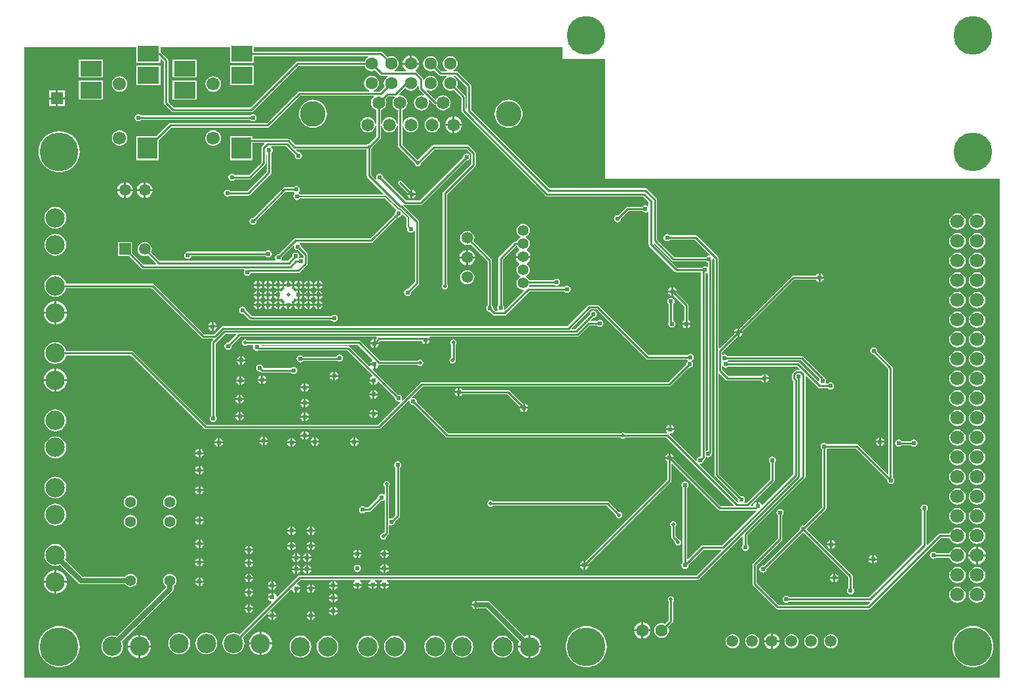
<source format=gbl>
G04 Layer_Physical_Order=2*
G04 Layer_Color=16711680*
%FSLAX25Y25*%
%MOIN*%
G70*
G01*
G75*
%ADD17R,0.11024X0.07874*%
%ADD18R,0.11024X0.08661*%
%ADD19R,0.10236X0.11024*%
%ADD43C,0.01000*%
%ADD44C,0.02500*%
%ADD45C,0.00800*%
%ADD47C,0.06693*%
%ADD48C,0.06299*%
%ADD49C,0.13000*%
%ADD50C,0.06500*%
%ADD51C,0.09843*%
%ADD52C,0.02400*%
%ADD53C,0.02000*%
%ADD54C,0.05906*%
%ADD55C,0.19685*%
%ADD56C,0.05591*%
%ADD57R,0.05906X0.05906*%
%ADD58R,0.05906X0.05906*%
%ADD59C,0.05512*%
%ADD60C,0.07087*%
%ADD61C,0.02402*%
G36*
X275590Y316929D02*
X297244D01*
Y255906D01*
X498032D01*
Y1969D01*
X1969D01*
Y322835D01*
X58849D01*
Y314951D01*
X71072D01*
Y316846D01*
X71534Y317037D01*
X72894Y315677D01*
Y294488D01*
X72894Y294488D01*
X72980Y294059D01*
X73223Y293695D01*
X76766Y290152D01*
X76766Y290152D01*
X77130Y289909D01*
X77559Y289823D01*
X77559Y289823D01*
X117323D01*
X117323Y289823D01*
X117752Y289909D01*
X118116Y290152D01*
X141291Y313327D01*
X174831D01*
X175150Y312558D01*
X175751Y311775D01*
X176534Y311174D01*
X177446Y310796D01*
X178425Y310667D01*
X179404Y310796D01*
X180174Y311114D01*
X182632Y308656D01*
X182632Y308656D01*
X182996Y308413D01*
X183425Y308327D01*
X183425Y308327D01*
X186684D01*
X186783Y307827D01*
X186534Y307724D01*
X185751Y307123D01*
X185150Y306340D01*
X184772Y305428D01*
X184643Y304449D01*
X184772Y303470D01*
X185091Y302701D01*
X182724Y300334D01*
X179596D01*
X179497Y300834D01*
X180316Y301173D01*
X181099Y301775D01*
X181701Y302558D01*
X182078Y303470D01*
X182207Y304449D01*
X182078Y305428D01*
X181701Y306340D01*
X181099Y307123D01*
X180316Y307724D01*
X179404Y308102D01*
X178425Y308231D01*
X177446Y308102D01*
X176534Y307724D01*
X175751Y307123D01*
X175150Y306340D01*
X174772Y305428D01*
X174643Y304449D01*
X174772Y303470D01*
X175150Y302558D01*
X175751Y301775D01*
X176534Y301173D01*
X177354Y300834D01*
X177254Y300334D01*
X141732D01*
X141303Y300249D01*
X140939Y300006D01*
X140939Y300006D01*
X125126Y284192D01*
X76181D01*
X76181Y284192D01*
X75752Y284107D01*
X75388Y283864D01*
X75388Y283864D01*
X69093Y277569D01*
X58849D01*
Y265345D01*
X70285D01*
Y275589D01*
X76646Y281949D01*
X125591D01*
X125591Y281949D01*
X126020Y282035D01*
X126384Y282278D01*
X142197Y298091D01*
X179508D01*
X179678Y297591D01*
X179329Y297324D01*
X178712Y296520D01*
X178324Y295583D01*
X178192Y294578D01*
X178324Y293573D01*
X178712Y292636D01*
X179329Y291832D01*
X180134Y291215D01*
X180954Y290875D01*
Y283827D01*
X180454Y283794D01*
X180376Y284383D01*
X179988Y285320D01*
X179371Y286124D01*
X178567Y286741D01*
X177630Y287129D01*
X176625Y287261D01*
X175620Y287129D01*
X174684Y286741D01*
X173879Y286124D01*
X173262Y285320D01*
X172874Y284383D01*
X172742Y283378D01*
X172874Y282373D01*
X173262Y281436D01*
X173879Y280632D01*
X174684Y280015D01*
X175620Y279627D01*
X176625Y279495D01*
X177630Y279627D01*
X178567Y280015D01*
X179371Y280632D01*
X179988Y281436D01*
X180376Y282373D01*
X180454Y282962D01*
X180954Y282929D01*
Y277422D01*
X177203Y273671D01*
X177165Y273679D01*
X176541Y273554D01*
X176012Y273201D01*
X175990Y273169D01*
X139735D01*
X136889Y276015D01*
X136525Y276258D01*
X136096Y276344D01*
X136096Y276344D01*
X117923D01*
Y277569D01*
X106487D01*
Y265345D01*
X117923D01*
Y274100D01*
X123830D01*
X124021Y273639D01*
X122829Y272447D01*
X122586Y272083D01*
X122501Y271654D01*
X122501Y271654D01*
Y264244D01*
X116071Y257815D01*
X108896D01*
X108778Y257991D01*
X108183Y258388D01*
X107480Y258528D01*
X106778Y258388D01*
X106183Y257991D01*
X105785Y257395D01*
X105645Y256693D01*
X105785Y255991D01*
X106183Y255395D01*
X106778Y254997D01*
X107480Y254858D01*
X108183Y254997D01*
X108778Y255395D01*
X108896Y255571D01*
X116535D01*
X116535Y255571D01*
X116965Y255657D01*
X117329Y255900D01*
X124415Y262986D01*
X124415Y262986D01*
X124658Y263350D01*
X124744Y263779D01*
Y268264D01*
X125244Y268534D01*
X125256Y268526D01*
Y259520D01*
X115284Y249547D01*
X106534D01*
X106416Y249723D01*
X105820Y250121D01*
X105118Y250260D01*
X104416Y250121D01*
X103820Y249723D01*
X103423Y249128D01*
X103283Y248425D01*
X103423Y247723D01*
X103820Y247128D01*
X104416Y246730D01*
X105118Y246590D01*
X105820Y246730D01*
X106416Y247128D01*
X106534Y247304D01*
X115748D01*
X115748Y247304D01*
X116177Y247389D01*
X116541Y247632D01*
X127171Y258262D01*
X127171Y258262D01*
X127414Y258626D01*
X127499Y259055D01*
Y269057D01*
X127676Y269175D01*
X128074Y269770D01*
X128213Y270472D01*
X128074Y271175D01*
X127676Y271770D01*
X127331Y272001D01*
X127483Y272500D01*
X134968D01*
X139545Y267924D01*
X139503Y267717D01*
X139643Y267014D01*
X140041Y266419D01*
X140636Y266021D01*
X141339Y265881D01*
X142041Y266021D01*
X142636Y266419D01*
X143034Y267014D01*
X143174Y267717D01*
X143034Y268419D01*
X142636Y269014D01*
X142041Y269412D01*
X141339Y269552D01*
X141131Y269511D01*
X140178Y270464D01*
X140369Y270926D01*
X175990D01*
X176012Y270894D01*
X176044Y270872D01*
Y257469D01*
X176044Y257469D01*
X176129Y257040D01*
X176372Y256676D01*
X184716Y248332D01*
X184525Y247870D01*
X142035D01*
X141849Y248148D01*
X141393Y248453D01*
X141331Y248905D01*
X141358Y249031D01*
X141455Y249096D01*
X141853Y249691D01*
X141993Y250394D01*
X141853Y251096D01*
X141455Y251691D01*
X140860Y252089D01*
X140157Y252229D01*
X139455Y252089D01*
X138860Y251691D01*
X138742Y251515D01*
X134252D01*
X133823Y251430D01*
X133459Y251187D01*
X133459Y251187D01*
X118318Y236046D01*
X118110Y236087D01*
X117408Y235947D01*
X116813Y235550D01*
X116415Y234954D01*
X116275Y234252D01*
X116415Y233550D01*
X116813Y232954D01*
X117408Y232556D01*
X118110Y232417D01*
X118813Y232556D01*
X119408Y232954D01*
X119806Y233550D01*
X119946Y234252D01*
X119904Y234460D01*
X134716Y249272D01*
X138742D01*
X138860Y249096D01*
X139316Y248791D01*
X139377Y248339D01*
X139350Y248213D01*
X139253Y248148D01*
X138856Y247553D01*
X138716Y246850D01*
X138856Y246148D01*
X139253Y245553D01*
X139849Y245155D01*
X140551Y245015D01*
X141253Y245155D01*
X141849Y245553D01*
X142035Y245831D01*
X185240D01*
X191003Y240068D01*
X190954Y239571D01*
X190828Y239487D01*
X190430Y238891D01*
X190291Y238189D01*
X190332Y237981D01*
X177882Y225531D01*
X139764D01*
X139764Y225531D01*
X139335Y225446D01*
X138971Y225202D01*
X138971Y225202D01*
X131310Y217542D01*
X131102Y217583D01*
X130400Y217444D01*
X129805Y217046D01*
X129407Y216450D01*
X129267Y215748D01*
X129407Y215046D01*
X129695Y214614D01*
X129477Y214114D01*
X70701D01*
X66333Y218481D01*
X66611Y219151D01*
X66733Y220079D01*
X66611Y221006D01*
X66253Y221870D01*
X65684Y222613D01*
X64941Y223182D01*
X64077Y223540D01*
X63150Y223662D01*
X62222Y223540D01*
X61358Y223182D01*
X60616Y222613D01*
X60046Y221870D01*
X59688Y221006D01*
X59566Y220079D01*
X59688Y219151D01*
X60046Y218287D01*
X60616Y217545D01*
X61358Y216975D01*
X62222Y216617D01*
X63150Y216495D01*
X64077Y216617D01*
X64747Y216895D01*
X69029Y212614D01*
X68821Y212114D01*
X62701D01*
X56702Y218112D01*
Y223632D01*
X49597D01*
Y216526D01*
X55116D01*
X61443Y210199D01*
X61443Y210199D01*
X61807Y209956D01*
X62236Y209871D01*
X62236Y209871D01*
X113682D01*
X113926Y209371D01*
X113659Y208970D01*
X113519Y208268D01*
X113659Y207565D01*
X114057Y206970D01*
X114652Y206572D01*
X115354Y206433D01*
X116057Y206572D01*
X116652Y206970D01*
X117050Y207565D01*
X117123Y207934D01*
X141339D01*
X141339Y207934D01*
X141768Y208019D01*
X142132Y208262D01*
X145675Y211805D01*
X145675Y211805D01*
X145918Y212169D01*
X146003Y212598D01*
Y217323D01*
X145918Y217752D01*
X145675Y218116D01*
X145675Y218116D01*
X142739Y221052D01*
X142780Y221260D01*
X142640Y221962D01*
X142243Y222558D01*
X141898Y222788D01*
X142050Y223288D01*
X178346D01*
X178347Y223288D01*
X178776Y223373D01*
X179139Y223616D01*
X191918Y236395D01*
X192126Y236354D01*
X192828Y236493D01*
X193424Y236891D01*
X193809Y237468D01*
X193867Y237536D01*
X194341Y237643D01*
X196224Y235760D01*
Y231496D01*
X196302Y231106D01*
X196523Y230775D01*
X196655Y230643D01*
X196590Y230315D01*
X196730Y229613D01*
X197127Y229017D01*
X197723Y228619D01*
X198425Y228480D01*
X199127Y228619D01*
X199723Y229017D01*
X199953Y229362D01*
X200453Y229210D01*
Y203221D01*
X197058Y199825D01*
X196850Y199867D01*
X196148Y199727D01*
X195553Y199329D01*
X195155Y198734D01*
X195015Y198031D01*
X195155Y197329D01*
X195553Y196734D01*
X196148Y196336D01*
X196850Y196196D01*
X197553Y196336D01*
X198148Y196734D01*
X198546Y197329D01*
X198686Y198031D01*
X198644Y198239D01*
X202368Y201963D01*
X202368Y201963D01*
X202611Y202327D01*
X202696Y202756D01*
Y233973D01*
X202611Y234402D01*
X202368Y234766D01*
X202368Y234766D01*
X194729Y242405D01*
X195047Y242793D01*
X195240Y242665D01*
X195669Y242579D01*
X203543D01*
X203543Y242579D01*
X203973Y242665D01*
X204336Y242908D01*
X226564Y265135D01*
X226772Y265094D01*
X227474Y265234D01*
X228069Y265631D01*
X228467Y266227D01*
X228607Y266929D01*
X228467Y267631D01*
X228069Y268227D01*
X227474Y268625D01*
X226772Y268764D01*
X226069Y268625D01*
X225474Y268227D01*
X225076Y267631D01*
X224936Y266929D01*
X224978Y266721D01*
X203079Y244822D01*
X196134D01*
X184471Y256485D01*
X184512Y256693D01*
X184373Y257395D01*
X183975Y257991D01*
X183379Y258388D01*
X182677Y258528D01*
X181975Y258388D01*
X181379Y257991D01*
X180982Y257395D01*
X180842Y256693D01*
X180982Y255991D01*
X181071Y255856D01*
X180683Y255537D01*
X178287Y257934D01*
Y270872D01*
X178319Y270894D01*
X178673Y271423D01*
X178797Y272047D01*
X178789Y272085D01*
X182868Y276164D01*
X182868Y276164D01*
X183111Y276528D01*
X183197Y276957D01*
X183197Y276957D01*
Y282929D01*
X183697Y282962D01*
X183774Y282373D01*
X184162Y281436D01*
X184779Y280632D01*
X185584Y280015D01*
X186520Y279627D01*
X187525Y279495D01*
X188530Y279627D01*
X189467Y280015D01*
X190271Y280632D01*
X190888Y281436D01*
X191276Y282373D01*
X191354Y282962D01*
X191854Y282929D01*
Y272773D01*
X191854Y272773D01*
X191939Y272344D01*
X192182Y271980D01*
X200345Y263817D01*
X200337Y263779D01*
X200461Y263155D01*
X200815Y262626D01*
X201344Y262272D01*
X201969Y262148D01*
X202593Y262272D01*
X203122Y262626D01*
X203476Y263155D01*
X203600Y263779D01*
X203592Y263817D01*
X210701Y270926D01*
X226701D01*
X229193Y268433D01*
Y263457D01*
X214955Y249218D01*
X214712Y248854D01*
X214627Y248425D01*
X214627Y248425D01*
Y202356D01*
X214595Y202335D01*
X214241Y201805D01*
X214117Y201181D01*
X214241Y200557D01*
X214595Y200028D01*
X215124Y199674D01*
X215748Y199550D01*
X216372Y199674D01*
X216902Y200028D01*
X217255Y200557D01*
X217379Y201181D01*
X217255Y201805D01*
X216902Y202335D01*
X216870Y202356D01*
Y247961D01*
X231108Y262199D01*
X231351Y262563D01*
X231436Y262992D01*
X231436Y262992D01*
Y268898D01*
X231436Y268898D01*
X231351Y269327D01*
X231108Y269691D01*
X231108Y269691D01*
X227958Y272840D01*
X227594Y273083D01*
X227165Y273169D01*
X227165Y273169D01*
X210236D01*
X210236Y273169D01*
X209807Y273083D01*
X209443Y272840D01*
X209443Y272840D01*
X202006Y265403D01*
X201969Y265411D01*
X201931Y265403D01*
X194097Y273237D01*
Y282929D01*
X194597Y282962D01*
X194674Y282373D01*
X195062Y281436D01*
X195679Y280632D01*
X196484Y280015D01*
X197420Y279627D01*
X198425Y279495D01*
X199430Y279627D01*
X200367Y280015D01*
X201171Y280632D01*
X201788Y281436D01*
X202176Y282373D01*
X202308Y283378D01*
X202176Y284383D01*
X201788Y285320D01*
X201171Y286124D01*
X200367Y286741D01*
X199430Y287129D01*
X198425Y287261D01*
X197420Y287129D01*
X196484Y286741D01*
X195679Y286124D01*
X195062Y285320D01*
X194674Y284383D01*
X194597Y283794D01*
X194097Y283827D01*
Y290875D01*
X194917Y291215D01*
X195721Y291832D01*
X196338Y292636D01*
X196726Y293573D01*
X196858Y294578D01*
X196726Y295583D01*
X196338Y296520D01*
X195721Y297324D01*
X194917Y297941D01*
X193980Y298329D01*
X192975Y298461D01*
X192413Y298387D01*
X192179Y298861D01*
X195197Y301879D01*
X195696Y301846D01*
X195751Y301775D01*
X196534Y301173D01*
X197446Y300796D01*
X198425Y300667D01*
X199404Y300796D01*
X200316Y301173D01*
X201099Y301775D01*
X201700Y302558D01*
X201922Y303092D01*
X202422Y302993D01*
Y301969D01*
X202422Y301969D01*
X202507Y301539D01*
X202750Y301175D01*
X205180Y298746D01*
X204896Y298322D01*
X204880Y298329D01*
X203875Y298461D01*
X202870Y298329D01*
X201934Y297941D01*
X201129Y297324D01*
X200512Y296520D01*
X200124Y295583D01*
X199992Y294578D01*
X200124Y293573D01*
X200512Y292636D01*
X201129Y291832D01*
X201934Y291215D01*
X202870Y290827D01*
X203875Y290695D01*
X204880Y290827D01*
X205817Y291215D01*
X206621Y291832D01*
X207238Y292636D01*
X207626Y293573D01*
X207758Y294578D01*
X207626Y295583D01*
X207619Y295599D01*
X208043Y295882D01*
X210141Y293785D01*
X210141Y293785D01*
X210505Y293542D01*
X210934Y293456D01*
X210934Y293456D01*
X211073D01*
X211412Y292636D01*
X212029Y291832D01*
X212834Y291215D01*
X213770Y290827D01*
X214775Y290695D01*
X215780Y290827D01*
X216717Y291215D01*
X217521Y291832D01*
X218138Y292636D01*
X218526Y293573D01*
X218658Y294578D01*
X218526Y295583D01*
X218138Y296520D01*
X217521Y297324D01*
X216717Y297941D01*
X215780Y298329D01*
X214775Y298461D01*
X213770Y298329D01*
X212834Y297941D01*
X212029Y297324D01*
X211412Y296520D01*
X211340Y296346D01*
X210850Y296248D01*
X206417Y300681D01*
X206700Y301105D01*
X207446Y300796D01*
X208425Y300667D01*
X209404Y300796D01*
X210316Y301173D01*
X211099Y301775D01*
X211701Y302558D01*
X212078Y303470D01*
X212207Y304449D01*
X212078Y305428D01*
X211701Y306340D01*
X211099Y307123D01*
X210316Y307724D01*
X209404Y308102D01*
X208425Y308231D01*
X207446Y308102D01*
X206534Y307724D01*
X205751Y307123D01*
X205165Y306359D01*
X205115Y306355D01*
X204665Y306507D01*
Y306693D01*
X204665Y306693D01*
X204579Y307122D01*
X204336Y307486D01*
X204336Y307486D01*
X201581Y310242D01*
X201217Y310485D01*
X200963Y310535D01*
X200817Y311007D01*
X200821Y311056D01*
X201385Y311489D01*
X202050Y312356D01*
X202468Y313366D01*
X202545Y313949D01*
X194306D01*
X194382Y313366D01*
X194800Y312356D01*
X195466Y311489D01*
X196012Y311070D01*
X195842Y310570D01*
X190166D01*
X190067Y311070D01*
X190316Y311174D01*
X191100Y311775D01*
X191700Y312558D01*
X192078Y313470D01*
X192207Y314449D01*
X192078Y315428D01*
X191700Y316340D01*
X191100Y317123D01*
X190316Y317724D01*
X189404Y318102D01*
X188425Y318231D01*
X187446Y318102D01*
X186677Y317783D01*
X184179Y320281D01*
X183815Y320524D01*
X183386Y320610D01*
X183386Y320610D01*
X118710D01*
Y322835D01*
X275590D01*
Y316929D01*
D02*
G37*
G36*
X139160Y221512D02*
X139110Y221260D01*
X139249Y220557D01*
X139647Y219962D01*
X140243Y219564D01*
X140945Y219425D01*
X141153Y219466D01*
X143760Y216858D01*
Y215646D01*
X143319Y215410D01*
X143222Y215475D01*
X142519Y215615D01*
X142049Y215521D01*
X141899Y215640D01*
X141677Y215937D01*
X141796Y216535D01*
X141656Y217238D01*
X141258Y217833D01*
X140663Y218231D01*
X139960Y218371D01*
X139258Y218231D01*
X138663Y217833D01*
X138265Y217238D01*
X138125Y216535D01*
X138166Y216328D01*
X135952Y214114D01*
X132728D01*
X132509Y214614D01*
X132798Y215046D01*
X132938Y215748D01*
X132896Y215956D01*
X138699Y221759D01*
X139160Y221512D01*
D02*
G37*
G36*
X190204Y297388D02*
X190216Y297306D01*
X189612Y296520D01*
X189224Y295583D01*
X189092Y294578D01*
X189224Y293573D01*
X189612Y292636D01*
X190229Y291832D01*
X191034Y291215D01*
X191854Y290875D01*
Y283827D01*
X191354Y283794D01*
X191276Y284383D01*
X190888Y285320D01*
X190271Y286124D01*
X189467Y286741D01*
X188530Y287129D01*
X187525Y287261D01*
X186520Y287129D01*
X185584Y286741D01*
X184779Y286124D01*
X184162Y285320D01*
X183774Y284383D01*
X183697Y283794D01*
X183197Y283827D01*
Y290875D01*
X184017Y291215D01*
X184821Y291832D01*
X185438Y292636D01*
X185826Y293573D01*
X185958Y294578D01*
X185826Y295583D01*
X185486Y296403D01*
X186890Y297806D01*
X190037D01*
X190204Y297388D01*
D02*
G37*
G36*
X106487Y314951D02*
X118710D01*
Y318367D01*
X176779D01*
X176878Y317867D01*
X176534Y317724D01*
X175751Y317123D01*
X175150Y316340D01*
X174831Y315570D01*
X140827D01*
X140827Y315570D01*
X140398Y315485D01*
X140034Y315242D01*
X116858Y292066D01*
X78024D01*
X75137Y294953D01*
Y316142D01*
X75137Y316142D01*
X75052Y316571D01*
X74809Y316935D01*
X74809Y316935D01*
X71462Y320281D01*
X71099Y320524D01*
X71072Y320530D01*
Y322835D01*
X106487D01*
Y314951D01*
D02*
G37*
%LPC*%
G36*
X476378Y68274D02*
X475296Y68131D01*
X474289Y67714D01*
X473423Y67049D01*
X472759Y66184D01*
X472358Y65216D01*
X465641D01*
X465471Y65471D01*
X464876Y65869D01*
X464173Y66009D01*
X463471Y65869D01*
X462876Y65471D01*
X462478Y64876D01*
X462338Y64173D01*
X462478Y63471D01*
X462876Y62875D01*
X463471Y62478D01*
X464173Y62338D01*
X464876Y62478D01*
X465471Y62875D01*
X465536Y62973D01*
X472358D01*
X472759Y62005D01*
X473423Y61140D01*
X474289Y60475D01*
X475296Y60058D01*
X476378Y59915D01*
X477460Y60058D01*
X478468Y60475D01*
X479333Y61140D01*
X479997Y62005D01*
X480415Y63013D01*
X480557Y64095D01*
X480415Y65176D01*
X479997Y66184D01*
X479333Y67049D01*
X478468Y67714D01*
X477460Y68131D01*
X476378Y68274D01*
D02*
G37*
G36*
X116642Y69074D02*
Y67429D01*
X118286D01*
X118215Y67788D01*
X117728Y68516D01*
X117000Y69002D01*
X116642Y69074D01*
D02*
G37*
G36*
X115642D02*
X115283Y69002D01*
X114555Y68516D01*
X114069Y67788D01*
X113997Y67429D01*
X115642D01*
Y69074D01*
D02*
G37*
G36*
X414348Y69185D02*
X412705D01*
Y67541D01*
X413063Y67613D01*
X413791Y68099D01*
X414277Y68827D01*
X414348Y69185D01*
D02*
G37*
G36*
X411705D02*
X410061D01*
X410132Y68827D01*
X410619Y68099D01*
X411346Y67613D01*
X411705Y67541D01*
Y69185D01*
D02*
G37*
G36*
X90445Y69579D02*
X88800D01*
X88872Y69220D01*
X89358Y68492D01*
X90086Y68006D01*
X90445Y67934D01*
Y69579D01*
D02*
G37*
G36*
X149782Y68398D02*
X148138D01*
Y66753D01*
X148496Y66825D01*
X149224Y67311D01*
X149711Y68039D01*
X149782Y68398D01*
D02*
G37*
G36*
X185539Y67105D02*
Y65461D01*
X187184D01*
X187112Y65819D01*
X186626Y66547D01*
X185898Y67034D01*
X185539Y67105D01*
D02*
G37*
G36*
X184539D02*
X184181Y67034D01*
X183453Y66547D01*
X182966Y65819D01*
X182895Y65461D01*
X184539D01*
Y67105D01*
D02*
G37*
G36*
X171760D02*
Y65461D01*
X173404D01*
X173333Y65819D01*
X172846Y66547D01*
X172118Y67034D01*
X171760Y67105D01*
D02*
G37*
G36*
X137295Y68398D02*
X135651D01*
X135722Y68039D01*
X136209Y67311D01*
X136937Y66825D01*
X137295Y66753D01*
Y68398D01*
D02*
G37*
G36*
X147138D02*
X145493D01*
X145565Y68039D01*
X146051Y67311D01*
X146779Y66825D01*
X147138Y66753D01*
Y68398D01*
D02*
G37*
G36*
X170760Y67105D02*
X170401Y67034D01*
X169673Y66547D01*
X169187Y65819D01*
X169115Y65461D01*
X170760D01*
Y67105D01*
D02*
G37*
G36*
X139940Y68398D02*
X138295D01*
Y66753D01*
X138654Y66825D01*
X139382Y67311D01*
X139868Y68039D01*
X139940Y68398D01*
D02*
G37*
G36*
X91445Y72223D02*
Y70579D01*
X93089D01*
X93018Y70937D01*
X92532Y71665D01*
X91804Y72152D01*
X91445Y72223D01*
D02*
G37*
G36*
X90445D02*
X90086Y72152D01*
X89358Y71665D01*
X88872Y70937D01*
X88800Y70579D01*
X90445D01*
Y72223D01*
D02*
G37*
G36*
X412705Y71829D02*
Y70185D01*
X414348D01*
X414277Y70543D01*
X413791Y71271D01*
X413063Y71757D01*
X412705Y71829D01*
D02*
G37*
G36*
X137295Y76272D02*
X135651D01*
X135722Y75913D01*
X136209Y75185D01*
X136937Y74699D01*
X137295Y74627D01*
Y76272D01*
D02*
G37*
G36*
X149782D02*
X148138D01*
Y74627D01*
X148496Y74699D01*
X149224Y75185D01*
X149711Y75913D01*
X149782Y76272D01*
D02*
G37*
G36*
X147138D02*
X145493D01*
X145565Y75913D01*
X146051Y75185D01*
X146779Y74699D01*
X147138Y74627D01*
Y76272D01*
D02*
G37*
G36*
X139940D02*
X138295D01*
Y74627D01*
X138654Y74699D01*
X139382Y75185D01*
X139868Y75913D01*
X139940Y76272D01*
D02*
G37*
G36*
X411705Y71829D02*
X411346Y71757D01*
X410619Y71271D01*
X410132Y70543D01*
X410061Y70185D01*
X411705D01*
Y71829D01*
D02*
G37*
G36*
X137295Y71042D02*
X136937Y70971D01*
X136209Y70484D01*
X135722Y69756D01*
X135651Y69398D01*
X137295D01*
Y71042D01*
D02*
G37*
G36*
X331890Y81553D02*
X331265Y81428D01*
X330736Y81075D01*
X330383Y80546D01*
X330258Y79921D01*
X330383Y79297D01*
X330736Y78768D01*
X330768Y78746D01*
Y73622D01*
X330768Y73622D01*
X330854Y73193D01*
X331097Y72829D01*
X332693Y71232D01*
X332621Y70866D01*
X332745Y70242D01*
X333098Y69713D01*
X333628Y69359D01*
X334252Y69235D01*
X334876Y69359D01*
X335405Y69713D01*
X335759Y70242D01*
X335883Y70866D01*
X335759Y71490D01*
X335405Y72020D01*
X334876Y72373D01*
X334687Y72411D01*
X333011Y74087D01*
Y78746D01*
X333043Y78768D01*
X333397Y79297D01*
X333521Y79921D01*
X333397Y80546D01*
X333043Y81075D01*
X332514Y81428D01*
X331890Y81553D01*
D02*
G37*
G36*
X93089Y69579D02*
X91445D01*
Y67934D01*
X91804Y68006D01*
X92532Y68492D01*
X93018Y69220D01*
X93089Y69579D01*
D02*
G37*
G36*
X138295Y71042D02*
Y69398D01*
X139940D01*
X139868Y69756D01*
X139382Y70484D01*
X138654Y70971D01*
X138295Y71042D01*
D02*
G37*
G36*
X486378Y78274D02*
X485296Y78131D01*
X484289Y77714D01*
X483423Y77049D01*
X482759Y76184D01*
X482341Y75176D01*
X482199Y74094D01*
X482341Y73013D01*
X482759Y72005D01*
X483423Y71140D01*
X484289Y70475D01*
X485296Y70058D01*
X486378Y69915D01*
X487460Y70058D01*
X488468Y70475D01*
X489333Y71140D01*
X489997Y72005D01*
X490415Y73013D01*
X490557Y74094D01*
X490415Y75176D01*
X489997Y76184D01*
X489333Y77049D01*
X488468Y77714D01*
X487460Y78131D01*
X486378Y78274D01*
D02*
G37*
G36*
X148138Y71042D02*
Y69398D01*
X149782D01*
X149711Y69756D01*
X149224Y70484D01*
X148496Y70971D01*
X148138Y71042D01*
D02*
G37*
G36*
X147138D02*
X146779Y70971D01*
X146051Y70484D01*
X145565Y69756D01*
X145493Y69398D01*
X147138D01*
Y71042D01*
D02*
G37*
G36*
X118286Y66429D02*
X116642D01*
Y64785D01*
X117000Y64856D01*
X117728Y65342D01*
X118215Y66070D01*
X118286Y66429D01*
D02*
G37*
G36*
X116642Y62381D02*
Y60736D01*
X118286D01*
X118215Y61095D01*
X117728Y61823D01*
X117000Y62309D01*
X116642Y62381D01*
D02*
G37*
G36*
X115642D02*
X115283Y62309D01*
X114555Y61823D01*
X114069Y61095D01*
X113997Y60736D01*
X115642D01*
Y62381D01*
D02*
G37*
G36*
X435608Y61705D02*
X433965D01*
Y60061D01*
X434323Y60132D01*
X435051Y60619D01*
X435537Y61346D01*
X435608Y61705D01*
D02*
G37*
G36*
X139657Y62492D02*
X138013D01*
X138084Y62133D01*
X138571Y61405D01*
X139299Y60919D01*
X139657Y60848D01*
Y62492D01*
D02*
G37*
G36*
X147814D02*
X146169D01*
Y60848D01*
X146528Y60919D01*
X147256Y61405D01*
X147742Y62133D01*
X147814Y62492D01*
D02*
G37*
G36*
X145169D02*
X143525D01*
X143596Y62133D01*
X144083Y61405D01*
X144811Y60919D01*
X145169Y60848D01*
Y62492D01*
D02*
G37*
G36*
X142302D02*
X140657D01*
Y60848D01*
X141016Y60919D01*
X141744Y61405D01*
X142231Y62133D01*
X142302Y62492D01*
D02*
G37*
G36*
X432965Y61705D02*
X431321D01*
X431392Y61346D01*
X431879Y60619D01*
X432606Y60132D01*
X432965Y60061D01*
Y61705D01*
D02*
G37*
G36*
X90445Y60130D02*
X88800D01*
X88872Y59771D01*
X89358Y59043D01*
X90086Y58557D01*
X90445Y58486D01*
Y60130D01*
D02*
G37*
G36*
X118286Y59736D02*
X116642D01*
Y58092D01*
X117000Y58163D01*
X117728Y58649D01*
X118215Y59377D01*
X118286Y59736D01*
D02*
G37*
G36*
X115642D02*
X113997D01*
X114069Y59377D01*
X114555Y58649D01*
X115283Y58163D01*
X115642Y58092D01*
Y59736D01*
D02*
G37*
G36*
X93089Y60130D02*
X91445D01*
Y58486D01*
X91804Y58557D01*
X92532Y59043D01*
X93018Y59771D01*
X93089Y60130D01*
D02*
G37*
G36*
X490895Y63595D02*
X486878D01*
Y59578D01*
X487564Y59668D01*
X488669Y60126D01*
X489618Y60854D01*
X490347Y61803D01*
X490804Y62909D01*
X490895Y63595D01*
D02*
G37*
G36*
X485878D02*
X481861D01*
X481952Y62909D01*
X482409Y61803D01*
X483138Y60854D01*
X484087Y60126D01*
X485192Y59668D01*
X485878Y59578D01*
Y63595D01*
D02*
G37*
G36*
X286114Y61199D02*
X285756Y61128D01*
X285028Y60641D01*
X284542Y59913D01*
X284471Y59555D01*
X286114D01*
Y61199D01*
D02*
G37*
G36*
X145169Y65137D02*
X144811Y65065D01*
X144083Y64579D01*
X143596Y63851D01*
X143525Y63492D01*
X145169D01*
Y65137D01*
D02*
G37*
G36*
X140657D02*
Y63492D01*
X142302D01*
X142231Y63851D01*
X141744Y64579D01*
X141016Y65065D01*
X140657Y65137D01*
D02*
G37*
G36*
X139657D02*
X139299Y65065D01*
X138571Y64579D01*
X138084Y63851D01*
X138013Y63492D01*
X139657D01*
Y65137D01*
D02*
G37*
G36*
X146169D02*
Y63492D01*
X147814D01*
X147742Y63851D01*
X147256Y64579D01*
X146528Y65065D01*
X146169Y65137D01*
D02*
G37*
G36*
X115642Y66429D02*
X113997D01*
X114069Y66070D01*
X114555Y65342D01*
X115283Y64856D01*
X115642Y64785D01*
Y66429D01*
D02*
G37*
G36*
X486878Y68611D02*
Y64595D01*
X490895D01*
X490804Y65280D01*
X490347Y66386D01*
X489618Y67335D01*
X488669Y68063D01*
X487564Y68521D01*
X486878Y68611D01*
D02*
G37*
G36*
X485878D02*
X485192Y68521D01*
X484087Y68063D01*
X483138Y67335D01*
X482409Y66386D01*
X481952Y65280D01*
X481861Y64595D01*
X485878D01*
Y68611D01*
D02*
G37*
G36*
X187184Y64461D02*
X185539D01*
Y62816D01*
X185898Y62888D01*
X186626Y63374D01*
X187112Y64102D01*
X187184Y64461D01*
D02*
G37*
G36*
X432965Y64348D02*
X432606Y64277D01*
X431879Y63791D01*
X431392Y63063D01*
X431321Y62705D01*
X432965D01*
Y64348D01*
D02*
G37*
G36*
X91445Y62774D02*
Y61130D01*
X93089D01*
X93018Y61489D01*
X92532Y62217D01*
X91804Y62703D01*
X91445Y62774D01*
D02*
G37*
G36*
X90445D02*
X90086Y62703D01*
X89358Y62217D01*
X88872Y61489D01*
X88800Y61130D01*
X90445D01*
Y62774D01*
D02*
G37*
G36*
X433965Y64348D02*
Y62705D01*
X435608D01*
X435537Y63063D01*
X435051Y63791D01*
X434323Y64277D01*
X433965Y64348D01*
D02*
G37*
G36*
X184539Y64461D02*
X182895D01*
X182966Y64102D01*
X183453Y63374D01*
X184181Y62888D01*
X184539Y62816D01*
Y64461D01*
D02*
G37*
G36*
X173404D02*
X171760D01*
Y62816D01*
X172118Y62888D01*
X172846Y63374D01*
X173333Y64102D01*
X173404Y64461D01*
D02*
G37*
G36*
X170760D02*
X169115D01*
X169187Y64102D01*
X169673Y63374D01*
X170401Y62888D01*
X170760Y62816D01*
Y64461D01*
D02*
G37*
G36*
X137295Y78916D02*
X136937Y78845D01*
X136209Y78358D01*
X135722Y77630D01*
X135651Y77272D01*
X137295D01*
Y78916D01*
D02*
G37*
G36*
X102932Y121153D02*
X101287D01*
Y119509D01*
X101646Y119580D01*
X102374Y120067D01*
X102860Y120795D01*
X102932Y121153D01*
D02*
G37*
G36*
X100287D02*
X98643D01*
X98714Y120795D01*
X99201Y120067D01*
X99929Y119580D01*
X100287Y119509D01*
Y121153D01*
D02*
G37*
G36*
X91445Y118286D02*
Y116642D01*
X93089D01*
X93018Y117000D01*
X92532Y117728D01*
X91804Y118215D01*
X91445Y118286D01*
D02*
G37*
G36*
X137295Y121153D02*
X135651D01*
X135722Y120795D01*
X136209Y120067D01*
X136937Y119580D01*
X137295Y119509D01*
Y121153D01*
D02*
G37*
G36*
X151751Y121547D02*
X150106D01*
Y119903D01*
X150465Y119974D01*
X151193Y120461D01*
X151679Y121188D01*
X151751Y121547D01*
D02*
G37*
G36*
X149106D02*
X147462D01*
X147533Y121188D01*
X148020Y120461D01*
X148748Y119974D01*
X149106Y119903D01*
Y121547D01*
D02*
G37*
G36*
X139940Y121153D02*
X138295D01*
Y119509D01*
X138654Y119580D01*
X139382Y120067D01*
X139868Y120795D01*
X139940Y121153D01*
D02*
G37*
G36*
X90445Y118286D02*
X90086Y118215D01*
X89358Y117728D01*
X88872Y117000D01*
X88800Y116642D01*
X90445D01*
Y118286D01*
D02*
G37*
G36*
X17717Y124663D02*
X16275Y124474D01*
X14932Y123917D01*
X13779Y123032D01*
X12894Y121879D01*
X12337Y120536D01*
X12148Y119095D01*
X12337Y117653D01*
X12894Y116310D01*
X13779Y115157D01*
X14932Y114272D01*
X16275Y113715D01*
X17717Y113526D01*
X19158Y113715D01*
X20501Y114272D01*
X21654Y115157D01*
X22539Y116310D01*
X23096Y117653D01*
X23285Y119095D01*
X23096Y120536D01*
X22539Y121879D01*
X21654Y123032D01*
X20501Y123917D01*
X19158Y124474D01*
X17717Y124663D01*
D02*
G37*
G36*
X486378Y118274D02*
X485296Y118131D01*
X484289Y117714D01*
X483423Y117050D01*
X482759Y116184D01*
X482341Y115176D01*
X482199Y114094D01*
X482341Y113013D01*
X482759Y112005D01*
X483423Y111140D01*
X484289Y110475D01*
X485296Y110058D01*
X486378Y109915D01*
X487460Y110058D01*
X488468Y110475D01*
X489333Y111140D01*
X489997Y112005D01*
X490415Y113013D01*
X490557Y114094D01*
X490415Y115176D01*
X489997Y116184D01*
X489333Y117050D01*
X488468Y117714D01*
X487460Y118131D01*
X486378Y118274D01*
D02*
G37*
G36*
X476378D02*
X475296Y118131D01*
X474289Y117714D01*
X473423Y117050D01*
X472759Y116184D01*
X472341Y115176D01*
X472199Y114094D01*
X472341Y113013D01*
X472759Y112005D01*
X473423Y111140D01*
X474289Y110475D01*
X475296Y110058D01*
X476378Y109915D01*
X477460Y110058D01*
X478468Y110475D01*
X479333Y111140D01*
X479997Y112005D01*
X480415Y113013D01*
X480557Y114094D01*
X480415Y115176D01*
X479997Y116184D01*
X479333Y117050D01*
X478468Y117714D01*
X477460Y118131D01*
X476378Y118274D01*
D02*
G37*
G36*
X90445Y115642D02*
X88800D01*
X88872Y115283D01*
X89358Y114555D01*
X90086Y114069D01*
X90445Y113997D01*
Y115642D01*
D02*
G37*
G36*
X330421Y115923D02*
Y114279D01*
X332065D01*
X331994Y114638D01*
X331507Y115366D01*
X330780Y115852D01*
X330421Y115923D01*
D02*
G37*
G36*
X329421D02*
X329063Y115852D01*
X328335Y115366D01*
X327849Y114638D01*
X327778Y114279D01*
X329421D01*
Y115923D01*
D02*
G37*
G36*
X93089Y115642D02*
X91445D01*
Y113997D01*
X91804Y114069D01*
X92532Y114555D01*
X93018Y115283D01*
X93089Y115642D01*
D02*
G37*
G36*
X137295Y123798D02*
X136937Y123727D01*
X136209Y123240D01*
X135722Y122512D01*
X135651Y122153D01*
X137295D01*
Y123798D01*
D02*
G37*
G36*
X101287D02*
Y122153D01*
X102932D01*
X102860Y122512D01*
X102374Y123240D01*
X101646Y123727D01*
X101287Y123798D01*
D02*
G37*
G36*
X100287D02*
X99929Y123727D01*
X99201Y123240D01*
X98714Y122512D01*
X98643Y122153D01*
X100287D01*
Y123798D01*
D02*
G37*
G36*
X138295D02*
Y122153D01*
X139940D01*
X139868Y122512D01*
X139382Y123240D01*
X138654Y123727D01*
X138295Y123798D01*
D02*
G37*
G36*
X150106Y124192D02*
Y122547D01*
X151751D01*
X151679Y122906D01*
X151193Y123634D01*
X150465Y124120D01*
X150106Y124192D01*
D02*
G37*
G36*
X149106D02*
X148748Y124120D01*
X148020Y123634D01*
X147533Y122906D01*
X147462Y122547D01*
X149106D01*
Y124192D01*
D02*
G37*
G36*
X454331Y123095D02*
X453628Y122955D01*
X453033Y122558D01*
X452915Y122381D01*
X447872D01*
X447754Y122558D01*
X447159Y122955D01*
X446457Y123095D01*
X445754Y122955D01*
X445159Y122558D01*
X444761Y121962D01*
X444621Y121260D01*
X444761Y120557D01*
X445159Y119962D01*
X445754Y119564D01*
X446457Y119425D01*
X447159Y119564D01*
X447754Y119962D01*
X447872Y120138D01*
X452915D01*
X453033Y119962D01*
X453628Y119564D01*
X454331Y119425D01*
X455033Y119564D01*
X455628Y119962D01*
X456026Y120557D01*
X456166Y121260D01*
X456026Y121962D01*
X455628Y122558D01*
X455033Y122955D01*
X454331Y123095D01*
D02*
G37*
G36*
X125767Y121941D02*
X124122D01*
Y120297D01*
X124481Y120368D01*
X125209Y120854D01*
X125695Y121582D01*
X125767Y121941D01*
D02*
G37*
G36*
X436508Y121547D02*
X434864D01*
X434936Y121189D01*
X435422Y120461D01*
X436150Y119975D01*
X436508Y119904D01*
Y121547D01*
D02*
G37*
G36*
X171829D02*
X170185D01*
Y119903D01*
X170544Y119974D01*
X171272Y120461D01*
X171758Y121188D01*
X171829Y121547D01*
D02*
G37*
G36*
X169185D02*
X167541D01*
X167612Y121188D01*
X168098Y120461D01*
X168826Y119974D01*
X169185Y119903D01*
Y121547D01*
D02*
G37*
G36*
X439151D02*
X437508D01*
Y119904D01*
X437866Y119975D01*
X438594Y120461D01*
X439080Y121189D01*
X439151Y121547D01*
D02*
G37*
G36*
X123122Y121941D02*
X121478D01*
X121549Y121582D01*
X122035Y120854D01*
X122763Y120368D01*
X123122Y120297D01*
Y121941D01*
D02*
G37*
G36*
X486378Y128274D02*
X485296Y128131D01*
X484289Y127714D01*
X483423Y127050D01*
X482759Y126184D01*
X482341Y125176D01*
X482199Y124094D01*
X482341Y123013D01*
X482759Y122005D01*
X483423Y121140D01*
X484289Y120475D01*
X485296Y120058D01*
X486378Y119915D01*
X487460Y120058D01*
X488468Y120475D01*
X489333Y121140D01*
X489997Y122005D01*
X490415Y123013D01*
X490557Y124094D01*
X490415Y125176D01*
X489997Y126184D01*
X489333Y127050D01*
X488468Y127714D01*
X487460Y128131D01*
X486378Y128274D01*
D02*
G37*
G36*
X476378D02*
X475296Y128131D01*
X474289Y127714D01*
X473423Y127050D01*
X472759Y126184D01*
X472341Y125176D01*
X472199Y124094D01*
X472341Y123013D01*
X472759Y122005D01*
X473423Y121140D01*
X474289Y120475D01*
X475296Y120058D01*
X476378Y119915D01*
X477460Y120058D01*
X478468Y120475D01*
X479333Y121140D01*
X479997Y122005D01*
X480415Y123013D01*
X480557Y124094D01*
X480415Y125176D01*
X479997Y126184D01*
X479333Y127050D01*
X478468Y127714D01*
X477460Y128131D01*
X476378Y128274D01*
D02*
G37*
G36*
X90445Y84034D02*
X90086Y83963D01*
X89358Y83476D01*
X88872Y82749D01*
X88800Y82390D01*
X90445D01*
Y84034D01*
D02*
G37*
G36*
X486378Y88274D02*
X485296Y88131D01*
X484289Y87714D01*
X483423Y87050D01*
X482759Y86184D01*
X482341Y85176D01*
X482199Y84095D01*
X482341Y83013D01*
X482759Y82005D01*
X483423Y81139D01*
X484289Y80475D01*
X485296Y80058D01*
X486378Y79915D01*
X487460Y80058D01*
X488468Y80475D01*
X489333Y81139D01*
X489997Y82005D01*
X490415Y83013D01*
X490557Y84095D01*
X490415Y85176D01*
X489997Y86184D01*
X489333Y87050D01*
X488468Y87714D01*
X487460Y88131D01*
X486378Y88274D01*
D02*
G37*
G36*
X476378D02*
X475296Y88131D01*
X474289Y87714D01*
X473423Y87050D01*
X472759Y86184D01*
X472341Y85176D01*
X472199Y84095D01*
X472341Y83013D01*
X472759Y82005D01*
X473423Y81139D01*
X474289Y80475D01*
X475296Y80058D01*
X476378Y79915D01*
X477460Y80058D01*
X478468Y80475D01*
X479333Y81139D01*
X479997Y82005D01*
X480415Y83013D01*
X480557Y84095D01*
X480415Y85176D01*
X479997Y86184D01*
X479333Y87050D01*
X478468Y87714D01*
X477460Y88131D01*
X476378Y88274D01*
D02*
G37*
G36*
X91445Y84034D02*
Y82390D01*
X93089D01*
X93018Y82749D01*
X92532Y83476D01*
X91804Y83963D01*
X91445Y84034D01*
D02*
G37*
G36*
X55905Y94723D02*
X55029Y94608D01*
X54213Y94270D01*
X53512Y93732D01*
X52974Y93031D01*
X52636Y92215D01*
X52521Y91339D01*
X52636Y90462D01*
X52974Y89646D01*
X53512Y88945D01*
X54213Y88407D01*
X55029Y88069D01*
X55905Y87954D01*
X56782Y88069D01*
X57598Y88407D01*
X58299Y88945D01*
X58837Y89646D01*
X59175Y90462D01*
X59290Y91339D01*
X59175Y92215D01*
X58837Y93031D01*
X58299Y93732D01*
X57598Y94270D01*
X56782Y94608D01*
X55905Y94723D01*
D02*
G37*
G36*
X238976Y92182D02*
X238352Y92058D01*
X237823Y91705D01*
X237469Y91176D01*
X237345Y90551D01*
X237469Y89927D01*
X237823Y89398D01*
X238352Y89044D01*
X238976Y88920D01*
X239601Y89044D01*
X240130Y89398D01*
X240151Y89430D01*
X297961D01*
X302707Y84683D01*
X302699Y84646D01*
X302823Y84021D01*
X303177Y83492D01*
X303706Y83139D01*
X304331Y83014D01*
X304955Y83139D01*
X305484Y83492D01*
X305838Y84021D01*
X305962Y84646D01*
X305838Y85270D01*
X305484Y85799D01*
X304955Y86153D01*
X304331Y86277D01*
X304293Y86269D01*
X299218Y91344D01*
X298854Y91587D01*
X298425Y91673D01*
X298425Y91673D01*
X240151D01*
X240130Y91705D01*
X239601Y92058D01*
X238976Y92182D01*
D02*
G37*
G36*
X191732Y112072D02*
X191030Y111932D01*
X190435Y111534D01*
X190037Y110939D01*
X189897Y110236D01*
X190037Y109534D01*
X190435Y108939D01*
X190611Y108821D01*
Y84716D01*
X188791Y82896D01*
X188583Y82938D01*
X187880Y82798D01*
X187783Y82733D01*
X187342Y82969D01*
Y99219D01*
X187374Y99240D01*
X187728Y99769D01*
X187852Y100394D01*
X187728Y101018D01*
X187374Y101547D01*
X186845Y101901D01*
X186221Y102025D01*
X185596Y101901D01*
X185067Y101547D01*
X184713Y101018D01*
X184589Y100394D01*
X184713Y99769D01*
X185067Y99240D01*
X185099Y99219D01*
Y95326D01*
X184599Y95108D01*
X184167Y95396D01*
X183465Y95536D01*
X182762Y95396D01*
X182167Y94999D01*
X181769Y94403D01*
X181629Y93701D01*
X181671Y93493D01*
X176701Y88523D01*
X175431D01*
X175313Y88699D01*
X174718Y89097D01*
X174016Y89237D01*
X173313Y89097D01*
X172718Y88699D01*
X172320Y88104D01*
X172180Y87402D01*
X172320Y86699D01*
X172718Y86104D01*
X173313Y85706D01*
X174016Y85566D01*
X174718Y85706D01*
X175313Y86104D01*
X175431Y86280D01*
X177165D01*
X177165Y86280D01*
X177595Y86365D01*
X177958Y86608D01*
X183257Y91907D01*
X183465Y91865D01*
X184167Y92005D01*
X184599Y92294D01*
X185099Y92075D01*
Y76055D01*
X184487Y75443D01*
X184449Y75450D01*
X183825Y75326D01*
X183295Y74972D01*
X182942Y74443D01*
X182817Y73819D01*
X182942Y73195D01*
X183295Y72665D01*
X183825Y72312D01*
X184449Y72188D01*
X185073Y72312D01*
X185602Y72665D01*
X185956Y73195D01*
X186080Y73819D01*
X186073Y73857D01*
X187013Y74797D01*
X187013Y74797D01*
X187257Y75161D01*
X187342Y75590D01*
X187342Y75591D01*
Y79236D01*
X187783Y79472D01*
X187880Y79407D01*
X188583Y79267D01*
X189285Y79407D01*
X189880Y79805D01*
X190278Y80400D01*
X190418Y81102D01*
X190377Y81310D01*
X192525Y83459D01*
X192525Y83459D01*
X192769Y83823D01*
X192854Y84252D01*
X192854Y84252D01*
Y108821D01*
X193030Y108939D01*
X193428Y109534D01*
X193568Y110236D01*
X193428Y110939D01*
X193030Y111534D01*
X192435Y111932D01*
X191732Y112072D01*
D02*
G37*
G36*
X93089Y81390D02*
X91445D01*
Y79745D01*
X91804Y79817D01*
X92532Y80303D01*
X93018Y81031D01*
X93089Y81390D01*
D02*
G37*
G36*
X148138Y78916D02*
Y77272D01*
X149782D01*
X149711Y77630D01*
X149224Y78358D01*
X148496Y78845D01*
X148138Y78916D01*
D02*
G37*
G36*
X147138D02*
X146779Y78845D01*
X146051Y78358D01*
X145565Y77630D01*
X145493Y77272D01*
X147138D01*
Y78916D01*
D02*
G37*
G36*
X138295D02*
Y77272D01*
X139940D01*
X139868Y77630D01*
X139382Y78358D01*
X138654Y78845D01*
X138295Y78916D01*
D02*
G37*
G36*
X55905Y84723D02*
X55029Y84608D01*
X54213Y84270D01*
X53512Y83732D01*
X52974Y83031D01*
X52636Y82215D01*
X52521Y81339D01*
X52636Y80462D01*
X52974Y79646D01*
X53512Y78945D01*
X54213Y78407D01*
X55029Y78069D01*
X55905Y77954D01*
X56782Y78069D01*
X57598Y78407D01*
X58299Y78945D01*
X58837Y79646D01*
X59175Y80462D01*
X59290Y81339D01*
X59175Y82215D01*
X58837Y83031D01*
X58299Y83732D01*
X57598Y84270D01*
X56782Y84608D01*
X55905Y84723D01*
D02*
G37*
G36*
X90445Y81390D02*
X88800D01*
X88872Y81031D01*
X89358Y80303D01*
X90086Y79817D01*
X90445Y79745D01*
Y81390D01*
D02*
G37*
G36*
X17717Y90411D02*
X16275Y90222D01*
X14932Y89665D01*
X13779Y88780D01*
X12894Y87627D01*
X12337Y86284D01*
X12148Y84842D01*
X12337Y83401D01*
X12894Y82058D01*
X13779Y80905D01*
X14932Y80020D01*
X16275Y79463D01*
X17717Y79274D01*
X19158Y79463D01*
X20501Y80020D01*
X21654Y80905D01*
X22539Y82058D01*
X23096Y83401D01*
X23285Y84842D01*
X23096Y86284D01*
X22539Y87627D01*
X21654Y88780D01*
X20501Y89665D01*
X19158Y90222D01*
X17717Y90411D01*
D02*
G37*
G36*
X75906Y84723D02*
X75029Y84608D01*
X74213Y84270D01*
X73512Y83732D01*
X72974Y83031D01*
X72636Y82215D01*
X72521Y81339D01*
X72636Y80462D01*
X72974Y79646D01*
X73512Y78945D01*
X74213Y78407D01*
X75029Y78069D01*
X75906Y77954D01*
X76782Y78069D01*
X77598Y78407D01*
X78299Y78945D01*
X78837Y79646D01*
X79175Y80462D01*
X79290Y81339D01*
X79175Y82215D01*
X78837Y83031D01*
X78299Y83732D01*
X77598Y84270D01*
X76782Y84608D01*
X75906Y84723D01*
D02*
G37*
G36*
X90445Y106980D02*
X88800D01*
X88872Y106622D01*
X89358Y105894D01*
X90086Y105407D01*
X90445Y105336D01*
Y106980D01*
D02*
G37*
G36*
X486378Y108274D02*
X485296Y108131D01*
X484289Y107714D01*
X483423Y107050D01*
X482759Y106184D01*
X482341Y105176D01*
X482199Y104095D01*
X482341Y103013D01*
X482759Y102005D01*
X483423Y101139D01*
X484289Y100475D01*
X485296Y100058D01*
X486378Y99915D01*
X487460Y100058D01*
X488468Y100475D01*
X489333Y101139D01*
X489997Y102005D01*
X490415Y103013D01*
X490557Y104095D01*
X490415Y105176D01*
X489997Y106184D01*
X489333Y107050D01*
X488468Y107714D01*
X487460Y108131D01*
X486378Y108274D01*
D02*
G37*
G36*
X476378D02*
X475296Y108131D01*
X474289Y107714D01*
X473423Y107050D01*
X472759Y106184D01*
X472341Y105176D01*
X472199Y104095D01*
X472341Y103013D01*
X472759Y102005D01*
X473423Y101139D01*
X474289Y100475D01*
X475296Y100058D01*
X476378Y99915D01*
X477460Y100058D01*
X478468Y100475D01*
X479333Y101139D01*
X479997Y102005D01*
X480415Y103013D01*
X480557Y104095D01*
X480415Y105176D01*
X479997Y106184D01*
X479333Y107050D01*
X478468Y107714D01*
X477460Y108131D01*
X476378Y108274D01*
D02*
G37*
G36*
X93089Y106980D02*
X91445D01*
Y105336D01*
X91804Y105407D01*
X92532Y105894D01*
X93018Y106622D01*
X93089Y106980D01*
D02*
G37*
G36*
X91445Y109625D02*
Y107980D01*
X93089D01*
X93018Y108339D01*
X92532Y109067D01*
X91804Y109553D01*
X91445Y109625D01*
D02*
G37*
G36*
X90445D02*
X90086Y109553D01*
X89358Y109067D01*
X88872Y108339D01*
X88800Y107980D01*
X90445D01*
Y109625D01*
D02*
G37*
G36*
X433858Y169946D02*
X433156Y169806D01*
X432560Y169408D01*
X432163Y168813D01*
X432023Y168110D01*
X432163Y167408D01*
X432560Y166813D01*
X433156Y166415D01*
X433858Y166275D01*
X434066Y166316D01*
X441267Y159116D01*
Y105855D01*
X440805Y105663D01*
X425990Y120478D01*
X425626Y120721D01*
X425197Y120807D01*
X425197Y120807D01*
X410077D01*
X409959Y120983D01*
X409364Y121381D01*
X408661Y121520D01*
X407959Y121381D01*
X407364Y120983D01*
X406966Y120387D01*
X406826Y119685D01*
X406966Y118983D01*
X407364Y118387D01*
X407540Y118270D01*
Y88653D01*
X398239Y79353D01*
X398031Y79394D01*
X397329Y79255D01*
X396734Y78857D01*
X396336Y78261D01*
X396196Y77559D01*
X396238Y77351D01*
X377767Y58881D01*
X377559Y58922D01*
X376857Y58782D01*
X376261Y58384D01*
X375864Y57789D01*
X375724Y57087D01*
X375864Y56384D01*
X376261Y55789D01*
X376857Y55391D01*
X377559Y55251D01*
X378261Y55391D01*
X378857Y55789D01*
X379255Y56384D01*
X379394Y57087D01*
X379353Y57294D01*
X397764Y75705D01*
X398299Y75705D01*
X420926Y53079D01*
Y47478D01*
X420750Y47361D01*
X420352Y46765D01*
X420212Y46063D01*
X420352Y45361D01*
X420750Y44765D01*
X421345Y44367D01*
X422047Y44228D01*
X422750Y44367D01*
X423345Y44765D01*
X423743Y45361D01*
X423882Y46063D01*
X423743Y46765D01*
X423345Y47361D01*
X423169Y47478D01*
Y53543D01*
X423169Y53543D01*
X423083Y53973D01*
X422840Y54336D01*
X422840Y54336D01*
X399825Y77351D01*
X399867Y77559D01*
X399825Y77767D01*
X409454Y87396D01*
X409454Y87396D01*
X409698Y87760D01*
X409783Y88189D01*
Y118270D01*
X409959Y118387D01*
X410077Y118563D01*
X424732D01*
X440726Y102570D01*
X440684Y102362D01*
X440824Y101660D01*
X441222Y101065D01*
X441817Y100667D01*
X442520Y100527D01*
X443222Y100667D01*
X443817Y101065D01*
X444215Y101660D01*
X444355Y102362D01*
X444215Y103065D01*
X443817Y103660D01*
X443510Y103866D01*
Y159580D01*
X443510Y159580D01*
X443424Y160010D01*
X443181Y160373D01*
X443181Y160373D01*
X435652Y167902D01*
X435694Y168110D01*
X435554Y168813D01*
X435156Y169408D01*
X434561Y169806D01*
X433858Y169946D01*
D02*
G37*
G36*
X91445Y99388D02*
Y97744D01*
X93089D01*
X93018Y98103D01*
X92532Y98831D01*
X91804Y99317D01*
X91445Y99388D01*
D02*
G37*
G36*
X486378Y98274D02*
X485296Y98131D01*
X484289Y97714D01*
X483423Y97049D01*
X482759Y96184D01*
X482341Y95176D01*
X482199Y94095D01*
X482341Y93013D01*
X482759Y92005D01*
X483423Y91140D01*
X484289Y90475D01*
X485296Y90058D01*
X486378Y89915D01*
X487460Y90058D01*
X488468Y90475D01*
X489333Y91140D01*
X489997Y92005D01*
X490415Y93013D01*
X490557Y94095D01*
X490415Y95176D01*
X489997Y96184D01*
X489333Y97049D01*
X488468Y97714D01*
X487460Y98131D01*
X486378Y98274D01*
D02*
G37*
G36*
X476378D02*
X475296Y98131D01*
X474289Y97714D01*
X473423Y97049D01*
X472759Y96184D01*
X472341Y95176D01*
X472199Y94095D01*
X472341Y93013D01*
X472759Y92005D01*
X473423Y91140D01*
X474289Y90475D01*
X475296Y90058D01*
X476378Y89915D01*
X477460Y90058D01*
X478468Y90475D01*
X479333Y91140D01*
X479997Y92005D01*
X480415Y93013D01*
X480557Y94095D01*
X480415Y95176D01*
X479997Y96184D01*
X479333Y97049D01*
X478468Y97714D01*
X477460Y98131D01*
X476378Y98274D01*
D02*
G37*
G36*
X75906Y94723D02*
X75029Y94608D01*
X74213Y94270D01*
X73512Y93732D01*
X72974Y93031D01*
X72636Y92215D01*
X72521Y91339D01*
X72636Y90462D01*
X72974Y89646D01*
X73512Y88945D01*
X74213Y88407D01*
X75029Y88069D01*
X75906Y87954D01*
X76782Y88069D01*
X77598Y88407D01*
X78299Y88945D01*
X78837Y89646D01*
X79175Y90462D01*
X79290Y91339D01*
X79175Y92215D01*
X78837Y93031D01*
X78299Y93732D01*
X77598Y94270D01*
X76782Y94608D01*
X75906Y94723D01*
D02*
G37*
G36*
X17717Y104191D02*
X16275Y104001D01*
X14932Y103445D01*
X13779Y102560D01*
X12894Y101407D01*
X12337Y100063D01*
X12148Y98622D01*
X12337Y97181D01*
X12894Y95838D01*
X13779Y94684D01*
X14932Y93799D01*
X16275Y93243D01*
X17717Y93053D01*
X19158Y93243D01*
X20501Y93799D01*
X21654Y94684D01*
X22539Y95838D01*
X23096Y97181D01*
X23285Y98622D01*
X23096Y100063D01*
X22539Y101407D01*
X21654Y102560D01*
X20501Y103445D01*
X19158Y104001D01*
X17717Y104191D01*
D02*
G37*
G36*
X90445Y99388D02*
X90086Y99317D01*
X89358Y98831D01*
X88872Y98103D01*
X88800Y97744D01*
X90445D01*
Y99388D01*
D02*
G37*
G36*
X93089Y96744D02*
X91445D01*
Y95100D01*
X91804Y95171D01*
X92532Y95657D01*
X93018Y96385D01*
X93089Y96744D01*
D02*
G37*
G36*
X90445D02*
X88800D01*
X88872Y96385D01*
X89358Y95657D01*
X90086Y95171D01*
X90445Y95100D01*
Y96744D01*
D02*
G37*
G36*
X185539Y59625D02*
Y57980D01*
X187184D01*
X187112Y58339D01*
X186626Y59067D01*
X185898Y59553D01*
X185539Y59625D01*
D02*
G37*
G36*
X130097Y32965D02*
X128453D01*
Y31320D01*
X128812Y31392D01*
X129539Y31878D01*
X130026Y32606D01*
X130097Y32965D01*
D02*
G37*
G36*
X127453D02*
X125808D01*
X125880Y32606D01*
X126366Y31878D01*
X127094Y31392D01*
X127453Y31320D01*
Y32965D01*
D02*
G37*
G36*
X330709Y43364D02*
X330084Y43239D01*
X329555Y42886D01*
X329202Y42357D01*
X329077Y41732D01*
X329202Y41108D01*
X329555Y40579D01*
X329587Y40557D01*
Y31173D01*
X327732Y29319D01*
X326963Y29637D01*
X325984Y29766D01*
X325005Y29637D01*
X324093Y29259D01*
X323310Y28659D01*
X322709Y27875D01*
X322331Y26963D01*
X322202Y25984D01*
X322331Y25005D01*
X322709Y24093D01*
X323310Y23310D01*
X324093Y22709D01*
X325005Y22331D01*
X325984Y22202D01*
X326963Y22331D01*
X327875Y22709D01*
X328659Y23310D01*
X329259Y24093D01*
X329637Y25005D01*
X329766Y25984D01*
X329637Y26963D01*
X329319Y27733D01*
X331502Y29916D01*
X331502Y29916D01*
X331745Y30279D01*
X331830Y30709D01*
Y40557D01*
X331862Y40579D01*
X332216Y41108D01*
X332340Y41732D01*
X332216Y42357D01*
X331862Y42886D01*
X331333Y43239D01*
X330709Y43364D01*
D02*
G37*
G36*
X147138Y32965D02*
X145493D01*
X145565Y32606D01*
X146051Y31878D01*
X146779Y31392D01*
X147138Y31320D01*
Y32965D01*
D02*
G37*
G36*
X161200Y35327D02*
X159555D01*
Y33682D01*
X159914Y33754D01*
X160642Y34240D01*
X161128Y34968D01*
X161200Y35327D01*
D02*
G37*
G36*
X158555D02*
X156911D01*
X156982Y34968D01*
X157468Y34240D01*
X158196Y33754D01*
X158555Y33682D01*
Y35327D01*
D02*
G37*
G36*
X149782Y32965D02*
X148138D01*
Y31320D01*
X148496Y31392D01*
X149224Y31878D01*
X149711Y32606D01*
X149782Y32965D01*
D02*
G37*
G36*
X316642Y30104D02*
Y26484D01*
X320261D01*
X320184Y27068D01*
X319766Y28077D01*
X319101Y28944D01*
X318234Y29609D01*
X317225Y30027D01*
X316642Y30104D01*
D02*
G37*
G36*
X382508Y24394D02*
Y20972D01*
X385929D01*
X385859Y21504D01*
X385461Y22466D01*
X384827Y23292D01*
X384001Y23925D01*
X383040Y24323D01*
X382508Y24394D01*
D02*
G37*
G36*
X381508D02*
X380976Y24323D01*
X380014Y23925D01*
X379189Y23292D01*
X378555Y22466D01*
X378157Y21504D01*
X378087Y20972D01*
X381508D01*
Y24394D01*
D02*
G37*
G36*
X122547Y25192D02*
Y19791D01*
X127948D01*
X127883Y20452D01*
X127544Y21568D01*
X126994Y22597D01*
X126254Y23499D01*
X125353Y24238D01*
X124324Y24788D01*
X123208Y25127D01*
X122547Y25192D01*
D02*
G37*
G36*
X315642Y25484D02*
X312022D01*
X312099Y24901D01*
X312517Y23892D01*
X313182Y23025D01*
X314049Y22360D01*
X315058Y21941D01*
X315642Y21865D01*
Y25484D01*
D02*
G37*
G36*
Y30104D02*
X315058Y30027D01*
X314049Y29609D01*
X313182Y28944D01*
X312517Y28077D01*
X312099Y27068D01*
X312022Y26484D01*
X315642D01*
Y30104D01*
D02*
G37*
G36*
X75906Y54723D02*
X75029Y54608D01*
X74213Y54270D01*
X73512Y53732D01*
X72974Y53031D01*
X72636Y52215D01*
X72521Y51339D01*
X72636Y50463D01*
X72974Y49646D01*
X73512Y48945D01*
X74019Y48556D01*
Y47825D01*
X48993Y22798D01*
X48095Y23170D01*
X46654Y23360D01*
X45212Y23170D01*
X43869Y22614D01*
X42716Y21729D01*
X41831Y20576D01*
X41274Y19233D01*
X41085Y17791D01*
X41274Y16350D01*
X41831Y15007D01*
X42716Y13853D01*
X43869Y12968D01*
X45212Y12412D01*
X46654Y12222D01*
X48095Y12412D01*
X49438Y12968D01*
X50591Y13853D01*
X51476Y15007D01*
X52033Y16350D01*
X52223Y17791D01*
X52033Y19233D01*
X51661Y20131D01*
X77239Y45709D01*
X77648Y46321D01*
X77792Y47043D01*
Y48556D01*
X78299Y48945D01*
X78837Y49646D01*
X79175Y50463D01*
X79290Y51339D01*
X79175Y52215D01*
X78837Y53031D01*
X78299Y53732D01*
X77598Y54270D01*
X76782Y54608D01*
X75906Y54723D01*
D02*
G37*
G36*
X320261Y25484D02*
X316642D01*
Y21865D01*
X317225Y21941D01*
X318234Y22360D01*
X319101Y23025D01*
X319766Y23892D01*
X320184Y24901D01*
X320261Y25484D01*
D02*
G37*
G36*
X116642Y39152D02*
Y37508D01*
X118286D01*
X118215Y37867D01*
X117728Y38594D01*
X117000Y39081D01*
X116642Y39152D01*
D02*
G37*
G36*
X115642D02*
X115283Y39081D01*
X114555Y38594D01*
X114069Y37867D01*
X113997Y37508D01*
X115642D01*
Y39152D01*
D02*
G37*
G36*
X230996Y38476D02*
X229352D01*
X229424Y38118D01*
X229910Y37390D01*
X230638Y36904D01*
X230996Y36833D01*
Y38476D01*
D02*
G37*
G36*
Y41120D02*
X230638Y41049D01*
X229910Y40562D01*
X229424Y39835D01*
X229352Y39476D01*
X230996D01*
Y41120D01*
D02*
G37*
G36*
X158555Y42020D02*
X156911D01*
X156982Y41661D01*
X157468Y40933D01*
X158196Y40447D01*
X158555Y40375D01*
Y42020D01*
D02*
G37*
G36*
X486378Y48274D02*
X485296Y48131D01*
X484289Y47714D01*
X483423Y47049D01*
X482759Y46184D01*
X482341Y45176D01*
X482199Y44094D01*
X482341Y43013D01*
X482759Y42005D01*
X483423Y41140D01*
X484289Y40475D01*
X485296Y40058D01*
X486378Y39915D01*
X487460Y40058D01*
X488468Y40475D01*
X489333Y41140D01*
X489997Y42005D01*
X490415Y43013D01*
X490557Y44094D01*
X490415Y45176D01*
X489997Y46184D01*
X489333Y47049D01*
X488468Y47714D01*
X487460Y48131D01*
X486378Y48274D01*
D02*
G37*
G36*
X476378D02*
X475296Y48131D01*
X474289Y47714D01*
X473423Y47049D01*
X472759Y46184D01*
X472341Y45176D01*
X472199Y44094D01*
X472341Y43013D01*
X472759Y42005D01*
X473423Y41140D01*
X474289Y40475D01*
X475296Y40058D01*
X476378Y39915D01*
X477460Y40058D01*
X478468Y40475D01*
X479333Y41140D01*
X479997Y42005D01*
X480415Y43013D01*
X480557Y44094D01*
X480415Y45176D01*
X479997Y46184D01*
X479333Y47049D01*
X478468Y47714D01*
X477460Y48131D01*
X476378Y48274D01*
D02*
G37*
G36*
X159555Y37971D02*
Y36327D01*
X161200D01*
X161128Y36685D01*
X160642Y37413D01*
X159914Y37900D01*
X159555Y37971D01*
D02*
G37*
G36*
X147138Y35609D02*
X146779Y35538D01*
X146051Y35051D01*
X145565Y34323D01*
X145493Y33965D01*
X147138D01*
Y35609D01*
D02*
G37*
G36*
X128453D02*
Y33965D01*
X130097D01*
X130026Y34323D01*
X129539Y35051D01*
X128812Y35538D01*
X128453Y35609D01*
D02*
G37*
G36*
X127453D02*
X127094Y35538D01*
X126366Y35051D01*
X125880Y34323D01*
X125808Y33965D01*
X127453D01*
Y35609D01*
D02*
G37*
G36*
X148138D02*
Y33965D01*
X149782D01*
X149711Y34323D01*
X149224Y35051D01*
X148496Y35538D01*
X148138Y35609D01*
D02*
G37*
G36*
X158555Y37971D02*
X158196Y37900D01*
X157468Y37413D01*
X156982Y36685D01*
X156911Y36327D01*
X158555D01*
Y37971D01*
D02*
G37*
G36*
X118286Y36508D02*
X116642D01*
Y34863D01*
X117000Y34935D01*
X117728Y35421D01*
X118215Y36149D01*
X118286Y36508D01*
D02*
G37*
G36*
X115642D02*
X113997D01*
X114069Y36149D01*
X114555Y35421D01*
X115283Y34935D01*
X115642Y34863D01*
Y36508D01*
D02*
G37*
G36*
X190354Y23285D02*
X188913Y23096D01*
X187570Y22539D01*
X186416Y21654D01*
X185531Y20501D01*
X184975Y19158D01*
X184785Y17717D01*
X184975Y16275D01*
X185531Y14932D01*
X186416Y13779D01*
X187570Y12894D01*
X188913Y12337D01*
X190354Y12148D01*
X191796Y12337D01*
X193139Y12894D01*
X194292Y13779D01*
X195177Y14932D01*
X195733Y16275D01*
X195923Y17717D01*
X195733Y19158D01*
X195177Y20501D01*
X194292Y21654D01*
X193139Y22539D01*
X191796Y23096D01*
X190354Y23285D01*
D02*
G37*
G36*
X176575D02*
X175134Y23096D01*
X173790Y22539D01*
X172637Y21654D01*
X171752Y20501D01*
X171196Y19158D01*
X171006Y17717D01*
X171196Y16275D01*
X171752Y14932D01*
X172637Y13779D01*
X173790Y12894D01*
X175134Y12337D01*
X176575Y12148D01*
X178016Y12337D01*
X179359Y12894D01*
X180513Y13779D01*
X181398Y14932D01*
X181954Y16275D01*
X182144Y17717D01*
X181954Y19158D01*
X181398Y20501D01*
X180513Y21654D01*
X179359Y22539D01*
X178016Y23096D01*
X176575Y23285D01*
D02*
G37*
G36*
X156102D02*
X154661Y23096D01*
X153318Y22539D01*
X152165Y21654D01*
X151279Y20501D01*
X150723Y19158D01*
X150533Y17717D01*
X150723Y16275D01*
X151279Y14932D01*
X152165Y13779D01*
X153318Y12894D01*
X154661Y12337D01*
X156102Y12148D01*
X157544Y12337D01*
X158887Y12894D01*
X160040Y13779D01*
X160925Y14932D01*
X161481Y16275D01*
X161671Y17717D01*
X161481Y19158D01*
X160925Y20501D01*
X160040Y21654D01*
X158887Y22539D01*
X157544Y23096D01*
X156102Y23285D01*
D02*
G37*
G36*
X210827D02*
X209385Y23096D01*
X208042Y22539D01*
X206889Y21654D01*
X206004Y20501D01*
X205448Y19158D01*
X205258Y17717D01*
X205448Y16275D01*
X206004Y14932D01*
X206889Y13779D01*
X208042Y12894D01*
X209385Y12337D01*
X210827Y12148D01*
X212268Y12337D01*
X213611Y12894D01*
X214765Y13779D01*
X215650Y14932D01*
X216206Y16275D01*
X216396Y17717D01*
X216206Y19158D01*
X215650Y20501D01*
X214765Y21654D01*
X213611Y22539D01*
X212268Y23096D01*
X210827Y23285D01*
D02*
G37*
G36*
X121547Y18791D02*
X116147D01*
X116212Y18131D01*
X116550Y17014D01*
X117100Y15986D01*
X117840Y15084D01*
X118742Y14344D01*
X119770Y13794D01*
X120887Y13456D01*
X121547Y13391D01*
Y18791D01*
D02*
G37*
G36*
X245079Y23285D02*
X243637Y23096D01*
X242294Y22539D01*
X241141Y21654D01*
X240256Y20501D01*
X239700Y19158D01*
X239510Y17717D01*
X239700Y16275D01*
X240256Y14932D01*
X241141Y13779D01*
X242294Y12894D01*
X243637Y12337D01*
X245079Y12148D01*
X246520Y12337D01*
X247863Y12894D01*
X249017Y13779D01*
X249902Y14932D01*
X250458Y16275D01*
X250648Y17717D01*
X250458Y19158D01*
X249902Y20501D01*
X249017Y21654D01*
X247863Y22539D01*
X246520Y23096D01*
X245079Y23285D01*
D02*
G37*
G36*
X224606D02*
X223165Y23096D01*
X221822Y22539D01*
X220669Y21654D01*
X219783Y20501D01*
X219227Y19158D01*
X219037Y17717D01*
X219227Y16275D01*
X219783Y14932D01*
X220669Y13779D01*
X221822Y12894D01*
X223165Y12337D01*
X224606Y12148D01*
X226048Y12337D01*
X227391Y12894D01*
X228544Y13779D01*
X229429Y14932D01*
X229985Y16275D01*
X230175Y17717D01*
X229985Y19158D01*
X229429Y20501D01*
X228544Y21654D01*
X227391Y22539D01*
X226048Y23096D01*
X224606Y23285D01*
D02*
G37*
G36*
X142323D02*
X140882Y23096D01*
X139538Y22539D01*
X138385Y21654D01*
X137500Y20501D01*
X136944Y19158D01*
X136754Y17717D01*
X136944Y16275D01*
X137500Y14932D01*
X138385Y13779D01*
X139538Y12894D01*
X140882Y12337D01*
X142323Y12148D01*
X143764Y12337D01*
X145107Y12894D01*
X146261Y13779D01*
X147146Y14932D01*
X147702Y16275D01*
X147892Y17717D01*
X147702Y19158D01*
X147146Y20501D01*
X146261Y21654D01*
X145107Y22539D01*
X143764Y23096D01*
X142323Y23285D01*
D02*
G37*
G36*
X484252Y28191D02*
X482613Y28062D01*
X481015Y27679D01*
X479496Y27050D01*
X478095Y26191D01*
X476845Y25123D01*
X475778Y23874D01*
X474919Y22472D01*
X474290Y20953D01*
X473906Y19355D01*
X473777Y17717D01*
X473906Y16078D01*
X474290Y14480D01*
X474919Y12961D01*
X475778Y11560D01*
X476845Y10310D01*
X478095Y9242D01*
X479496Y8383D01*
X481015Y7754D01*
X482613Y7371D01*
X484252Y7242D01*
X485891Y7371D01*
X487489Y7754D01*
X489007Y8383D01*
X490409Y9242D01*
X491659Y10310D01*
X492726Y11560D01*
X493585Y12961D01*
X494214Y14480D01*
X494598Y16078D01*
X494727Y17717D01*
X494598Y19355D01*
X494214Y20953D01*
X493585Y22472D01*
X492726Y23874D01*
X491659Y25123D01*
X490409Y26191D01*
X489007Y27050D01*
X487489Y27679D01*
X485891Y28062D01*
X484252Y28191D01*
D02*
G37*
G36*
X287717D02*
X286078Y28062D01*
X284480Y27679D01*
X282961Y27050D01*
X281560Y26191D01*
X280310Y25123D01*
X279242Y23874D01*
X278383Y22472D01*
X277754Y20953D01*
X277371Y19355D01*
X277242Y17717D01*
X277371Y16078D01*
X277754Y14480D01*
X278383Y12961D01*
X279242Y11560D01*
X280310Y10310D01*
X281560Y9242D01*
X282961Y8383D01*
X284480Y7754D01*
X286078Y7371D01*
X287717Y7242D01*
X289355Y7371D01*
X290953Y7754D01*
X292472Y8383D01*
X293874Y9242D01*
X295123Y10310D01*
X296191Y11560D01*
X297050Y12961D01*
X297679Y14480D01*
X298062Y16078D01*
X298191Y17717D01*
X298062Y19355D01*
X297679Y20953D01*
X297050Y22472D01*
X296191Y23874D01*
X295123Y25123D01*
X293874Y26191D01*
X292472Y27050D01*
X290953Y27679D01*
X289355Y28062D01*
X287717Y28191D01*
D02*
G37*
G36*
X19685D02*
X18046Y28062D01*
X16448Y27679D01*
X14930Y27050D01*
X13528Y26191D01*
X12278Y25123D01*
X11211Y23874D01*
X10352Y22472D01*
X9723Y20953D01*
X9339Y19355D01*
X9210Y17717D01*
X9339Y16078D01*
X9723Y14480D01*
X10352Y12961D01*
X11211Y11560D01*
X12278Y10310D01*
X13528Y9242D01*
X14930Y8383D01*
X16448Y7754D01*
X18046Y7371D01*
X19685Y7242D01*
X21324Y7371D01*
X22922Y7754D01*
X24441Y8383D01*
X25842Y9242D01*
X27092Y10310D01*
X28159Y11560D01*
X29018Y12961D01*
X29647Y14480D01*
X30031Y16078D01*
X30160Y17717D01*
X30031Y19355D01*
X29647Y20953D01*
X29018Y22472D01*
X28159Y23874D01*
X27092Y25123D01*
X25842Y26191D01*
X24441Y27050D01*
X22922Y27679D01*
X21324Y28062D01*
X19685Y28191D01*
D02*
G37*
G36*
X258358Y17217D02*
X252958D01*
X253023Y16556D01*
X253361Y15440D01*
X253911Y14411D01*
X254651Y13509D01*
X255553Y12769D01*
X256581Y12219D01*
X257698Y11881D01*
X258358Y11816D01*
Y17217D01*
D02*
G37*
G36*
X66334Y17291D02*
X60933D01*
Y11891D01*
X61594Y11956D01*
X62710Y12294D01*
X63739Y12844D01*
X64640Y13584D01*
X65380Y14486D01*
X65930Y15514D01*
X66269Y16631D01*
X66334Y17291D01*
D02*
G37*
G36*
X59933D02*
X54532D01*
X54598Y16631D01*
X54936Y15514D01*
X55486Y14486D01*
X56226Y13584D01*
X57127Y12844D01*
X58156Y12294D01*
X59272Y11956D01*
X59933Y11891D01*
Y17291D01*
D02*
G37*
G36*
X264759Y17217D02*
X259358D01*
Y11816D01*
X260019Y11881D01*
X261135Y12219D01*
X262164Y12769D01*
X263066Y13509D01*
X263805Y14411D01*
X264355Y15440D01*
X264694Y16556D01*
X264759Y17217D01*
D02*
G37*
G36*
X231996Y41120D02*
Y38976D01*
Y36833D01*
X232354Y36904D01*
X232633Y37090D01*
X236817D01*
X253554Y20354D01*
X253361Y19994D01*
X253023Y18877D01*
X252958Y18216D01*
X258358D01*
Y23617D01*
X257698Y23552D01*
X256581Y23213D01*
X256221Y23021D01*
X238932Y40310D01*
X238320Y40719D01*
X237598Y40863D01*
X232633D01*
X232354Y41049D01*
X231996Y41120D01*
D02*
G37*
G36*
X412008Y24056D02*
X411080Y23934D01*
X410216Y23576D01*
X409474Y23006D01*
X408905Y22264D01*
X408547Y21400D01*
X408425Y20472D01*
X408547Y19545D01*
X408905Y18681D01*
X409474Y17939D01*
X410216Y17369D01*
X411080Y17011D01*
X412008Y16889D01*
X412935Y17011D01*
X413800Y17369D01*
X414542Y17939D01*
X415111Y18681D01*
X415469Y19545D01*
X415591Y20472D01*
X415469Y21400D01*
X415111Y22264D01*
X414542Y23006D01*
X413800Y23576D01*
X412935Y23934D01*
X412008Y24056D01*
D02*
G37*
G36*
X402008D02*
X401080Y23934D01*
X400216Y23576D01*
X399474Y23006D01*
X398905Y22264D01*
X398547Y21400D01*
X398425Y20472D01*
X398547Y19545D01*
X398905Y18681D01*
X399474Y17939D01*
X400216Y17369D01*
X401080Y17011D01*
X402008Y16889D01*
X402935Y17011D01*
X403800Y17369D01*
X404542Y17939D01*
X405111Y18681D01*
X405469Y19545D01*
X405591Y20472D01*
X405469Y21400D01*
X405111Y22264D01*
X404542Y23006D01*
X403800Y23576D01*
X402935Y23934D01*
X402008Y24056D01*
D02*
G37*
G36*
X259358Y23617D02*
Y18216D01*
X264759D01*
X264694Y18877D01*
X264355Y19994D01*
X263805Y21022D01*
X263066Y21924D01*
X262164Y22664D01*
X261135Y23213D01*
X260019Y23552D01*
X259358Y23617D01*
D02*
G37*
G36*
X121547Y25192D02*
X120887Y25127D01*
X119770Y24788D01*
X118742Y24238D01*
X117840Y23499D01*
X117100Y22597D01*
X116550Y21568D01*
X116212Y20452D01*
X116147Y19791D01*
X121547D01*
Y25192D01*
D02*
G37*
G36*
X60933Y23692D02*
Y18291D01*
X66334D01*
X66269Y18952D01*
X65930Y20068D01*
X65380Y21097D01*
X64640Y21999D01*
X63739Y22738D01*
X62710Y23288D01*
X61594Y23627D01*
X60933Y23692D01*
D02*
G37*
G36*
X59933D02*
X59272Y23627D01*
X58156Y23288D01*
X57127Y22738D01*
X56226Y21999D01*
X55486Y21097D01*
X54936Y20068D01*
X54598Y18952D01*
X54532Y18291D01*
X59933D01*
Y23692D01*
D02*
G37*
G36*
X392008Y24056D02*
X391080Y23934D01*
X390216Y23576D01*
X389474Y23006D01*
X388905Y22264D01*
X388547Y21400D01*
X388424Y20472D01*
X388547Y19545D01*
X388905Y18681D01*
X389474Y17939D01*
X390216Y17369D01*
X391080Y17011D01*
X392008Y16889D01*
X392935Y17011D01*
X393800Y17369D01*
X394542Y17939D01*
X395111Y18681D01*
X395469Y19545D01*
X395591Y20472D01*
X395469Y21400D01*
X395111Y22264D01*
X394542Y23006D01*
X393800Y23576D01*
X392935Y23934D01*
X392008Y24056D01*
D02*
G37*
G36*
X94488Y24860D02*
X93047Y24670D01*
X91704Y24114D01*
X90550Y23229D01*
X89665Y22076D01*
X89109Y20733D01*
X88919Y19291D01*
X89109Y17850D01*
X89665Y16507D01*
X90550Y15353D01*
X91704Y14469D01*
X93047Y13912D01*
X94488Y13722D01*
X95929Y13912D01*
X97273Y14469D01*
X98426Y15353D01*
X99311Y16507D01*
X99867Y17850D01*
X100057Y19291D01*
X99867Y20733D01*
X99311Y22076D01*
X98426Y23229D01*
X97273Y24114D01*
X95929Y24670D01*
X94488Y24860D01*
D02*
G37*
G36*
X80709D02*
X79267Y24670D01*
X77924Y24114D01*
X76771Y23229D01*
X75886Y22076D01*
X75330Y20733D01*
X75140Y19291D01*
X75330Y17850D01*
X75886Y16507D01*
X76771Y15353D01*
X77924Y14469D01*
X79267Y13912D01*
X80709Y13722D01*
X82150Y13912D01*
X83493Y14469D01*
X84646Y15353D01*
X85532Y16507D01*
X86088Y17850D01*
X86278Y19291D01*
X86088Y20733D01*
X85532Y22076D01*
X84646Y23229D01*
X83493Y24114D01*
X82150Y24670D01*
X80709Y24860D01*
D02*
G37*
G36*
X127948Y18791D02*
X122547D01*
Y13391D01*
X123208Y13456D01*
X124324Y13794D01*
X125353Y14344D01*
X126254Y15084D01*
X126994Y15986D01*
X127544Y17014D01*
X127883Y18131D01*
X127948Y18791D01*
D02*
G37*
G36*
X381508Y19972D02*
X378087D01*
X378157Y19441D01*
X378555Y18479D01*
X379189Y17653D01*
X380014Y17020D01*
X380976Y16621D01*
X381508Y16551D01*
Y19972D01*
D02*
G37*
G36*
X372008Y24056D02*
X371080Y23934D01*
X370216Y23576D01*
X369474Y23006D01*
X368905Y22264D01*
X368547Y21400D01*
X368425Y20472D01*
X368547Y19545D01*
X368905Y18681D01*
X369474Y17939D01*
X370216Y17369D01*
X371080Y17011D01*
X372008Y16889D01*
X372935Y17011D01*
X373800Y17369D01*
X374542Y17939D01*
X375111Y18681D01*
X375469Y19545D01*
X375591Y20472D01*
X375469Y21400D01*
X375111Y22264D01*
X374542Y23006D01*
X373800Y23576D01*
X372935Y23934D01*
X372008Y24056D01*
D02*
G37*
G36*
X362008D02*
X361080Y23934D01*
X360216Y23576D01*
X359474Y23006D01*
X358905Y22264D01*
X358547Y21400D01*
X358424Y20472D01*
X358547Y19545D01*
X358905Y18681D01*
X359474Y17939D01*
X360216Y17369D01*
X361080Y17011D01*
X362008Y16889D01*
X362935Y17011D01*
X363800Y17369D01*
X364542Y17939D01*
X365111Y18681D01*
X365469Y19545D01*
X365591Y20472D01*
X365469Y21400D01*
X365111Y22264D01*
X364542Y23006D01*
X363800Y23576D01*
X362935Y23934D01*
X362008Y24056D01*
D02*
G37*
G36*
X385929Y19972D02*
X382508D01*
Y16551D01*
X383040Y16621D01*
X384001Y17020D01*
X384827Y17653D01*
X385461Y18479D01*
X385859Y19441D01*
X385929Y19972D01*
D02*
G37*
G36*
X161200Y42020D02*
X159555D01*
Y40375D01*
X159914Y40447D01*
X160642Y40933D01*
X161128Y41661D01*
X161200Y42020D01*
D02*
G37*
G36*
X90445Y52932D02*
X90086Y52860D01*
X89358Y52374D01*
X88872Y51646D01*
X88800Y51287D01*
X90445D01*
Y52932D01*
D02*
G37*
G36*
X18216Y56491D02*
Y51091D01*
X23617D01*
X23552Y51751D01*
X23213Y52868D01*
X22664Y53896D01*
X21924Y54798D01*
X21022Y55538D01*
X19994Y56087D01*
X18877Y56426D01*
X18216Y56491D01*
D02*
G37*
G36*
X17217D02*
X16556Y56426D01*
X15440Y56087D01*
X14411Y55538D01*
X13509Y54798D01*
X12769Y53896D01*
X12219Y52868D01*
X11881Y51751D01*
X11816Y51091D01*
X17217D01*
Y56491D01*
D02*
G37*
G36*
X91445Y52932D02*
Y51287D01*
X93089D01*
X93018Y51646D01*
X92532Y52374D01*
X91804Y52860D01*
X91445Y52932D01*
D02*
G37*
G36*
X413279Y54900D02*
X412921Y54828D01*
X412193Y54342D01*
X411707Y53614D01*
X411636Y53256D01*
X413279D01*
Y54900D01*
D02*
G37*
G36*
X116642Y54900D02*
Y53256D01*
X118286D01*
X118215Y53615D01*
X117728Y54343D01*
X117000Y54829D01*
X116642Y54900D01*
D02*
G37*
G36*
X115642D02*
X115283Y54829D01*
X114555Y54343D01*
X114069Y53615D01*
X113997Y53256D01*
X115642D01*
Y54900D01*
D02*
G37*
G36*
X415923Y52256D02*
X414280D01*
Y50612D01*
X414638Y50684D01*
X415366Y51170D01*
X415852Y51898D01*
X415923Y52256D01*
D02*
G37*
G36*
X476378Y58274D02*
X475296Y58131D01*
X474289Y57714D01*
X473423Y57050D01*
X472759Y56184D01*
X472341Y55176D01*
X472199Y54094D01*
X472341Y53013D01*
X472759Y52005D01*
X473423Y51139D01*
X474289Y50475D01*
X475296Y50058D01*
X476378Y49915D01*
X477460Y50058D01*
X478468Y50475D01*
X479333Y51139D01*
X479997Y52005D01*
X480415Y53013D01*
X480557Y54094D01*
X480415Y55176D01*
X479997Y56184D01*
X479333Y57050D01*
X478468Y57714D01*
X477460Y58131D01*
X476378Y58274D01*
D02*
G37*
G36*
X159555Y50963D02*
Y49319D01*
X161200D01*
X161128Y49678D01*
X160642Y50406D01*
X159914Y50892D01*
X159555Y50963D01*
D02*
G37*
G36*
X158555D02*
X158196Y50892D01*
X157468Y50406D01*
X156982Y49678D01*
X156911Y49319D01*
X158555D01*
Y50963D01*
D02*
G37*
G36*
X486378Y58274D02*
X485296Y58131D01*
X484289Y57714D01*
X483423Y57050D01*
X482759Y56184D01*
X482341Y55176D01*
X482199Y54094D01*
X482341Y53013D01*
X482759Y52005D01*
X483423Y51139D01*
X484289Y50475D01*
X485296Y50058D01*
X486378Y49915D01*
X487460Y50058D01*
X488468Y50475D01*
X489333Y51139D01*
X489997Y52005D01*
X490415Y53013D01*
X490557Y54094D01*
X490415Y55176D01*
X489997Y56184D01*
X489333Y57050D01*
X488468Y57714D01*
X487460Y58131D01*
X486378Y58274D01*
D02*
G37*
G36*
X413279Y52256D02*
X411636D01*
X411707Y51898D01*
X412193Y51170D01*
X412921Y50684D01*
X413279Y50612D01*
Y52256D01*
D02*
G37*
G36*
X118286D02*
X116642D01*
Y50612D01*
X117000Y50683D01*
X117728Y51169D01*
X118215Y51897D01*
X118286Y52256D01*
D02*
G37*
G36*
X115642D02*
X113997D01*
X114069Y51897D01*
X114555Y51169D01*
X115283Y50683D01*
X115642Y50612D01*
Y52256D01*
D02*
G37*
G36*
X139657Y59231D02*
X139299Y59160D01*
X138571Y58673D01*
X138084Y57945D01*
X138013Y57587D01*
X139657D01*
Y59231D01*
D02*
G37*
G36*
X288758Y58555D02*
X287114D01*
Y56911D01*
X287473Y56983D01*
X288200Y57469D01*
X288686Y58197D01*
X288758Y58555D01*
D02*
G37*
G36*
X286114D02*
X284471D01*
X284542Y58197D01*
X285028Y57469D01*
X285756Y56983D01*
X286114Y56911D01*
Y58555D01*
D02*
G37*
G36*
X140657Y59231D02*
Y57587D01*
X142302D01*
X142231Y57945D01*
X141744Y58673D01*
X141016Y59160D01*
X140657Y59231D01*
D02*
G37*
G36*
X184539Y59625D02*
X184181Y59553D01*
X183453Y59067D01*
X182966Y58339D01*
X182895Y57980D01*
X184539D01*
Y59625D01*
D02*
G37*
G36*
X146169Y59231D02*
Y57587D01*
X147814D01*
X147742Y57945D01*
X147256Y58673D01*
X146528Y59160D01*
X146169Y59231D01*
D02*
G37*
G36*
X145169D02*
X144811Y59160D01*
X144083Y58673D01*
X143596Y57945D01*
X143525Y57587D01*
X145169D01*
Y59231D01*
D02*
G37*
G36*
X171260Y59316D02*
X170557Y59177D01*
X169962Y58779D01*
X169563Y58183D01*
X169424Y57480D01*
X169563Y56778D01*
X169962Y56182D01*
X170557Y55784D01*
X171260Y55644D01*
X171962Y55784D01*
X172558Y56182D01*
X172956Y56778D01*
X173096Y57480D01*
X172956Y58183D01*
X172558Y58779D01*
X171962Y59177D01*
X171260Y59316D01*
D02*
G37*
G36*
X142302Y56587D02*
X140657D01*
Y54942D01*
X141016Y55014D01*
X141744Y55500D01*
X142231Y56228D01*
X142302Y56587D01*
D02*
G37*
G36*
X139657D02*
X138013D01*
X138084Y56228D01*
X138571Y55500D01*
X139299Y55014D01*
X139657Y54942D01*
Y56587D01*
D02*
G37*
G36*
X414280Y54900D02*
Y53256D01*
X415923D01*
X415852Y53614D01*
X415366Y54342D01*
X414638Y54828D01*
X414280Y54900D01*
D02*
G37*
G36*
X145169Y56587D02*
X143525D01*
X143596Y56228D01*
X144083Y55500D01*
X144811Y55014D01*
X145169Y54942D01*
Y56587D01*
D02*
G37*
G36*
X187184Y56980D02*
X185539D01*
Y55336D01*
X185898Y55407D01*
X186626Y55894D01*
X187112Y56622D01*
X187184Y56980D01*
D02*
G37*
G36*
X184539D02*
X182895D01*
X182966Y56622D01*
X183453Y55894D01*
X184181Y55407D01*
X184539Y55336D01*
Y56980D01*
D02*
G37*
G36*
X147814Y56587D02*
X146169D01*
Y54942D01*
X146528Y55014D01*
X147256Y55500D01*
X147742Y56228D01*
X147814Y56587D01*
D02*
G37*
G36*
X149782Y46744D02*
X148138D01*
Y45100D01*
X148496Y45171D01*
X149224Y45657D01*
X149711Y46385D01*
X149782Y46744D01*
D02*
G37*
G36*
X147138D02*
X145493D01*
X145565Y46385D01*
X146051Y45657D01*
X146779Y45171D01*
X147138Y45100D01*
Y46744D01*
D02*
G37*
G36*
X142302D02*
X140657D01*
Y45100D01*
X141016Y45171D01*
X141744Y45657D01*
X142231Y46385D01*
X142302Y46744D01*
D02*
G37*
G36*
X115642Y47420D02*
X115283Y47349D01*
X114555Y46862D01*
X114069Y46134D01*
X113997Y45776D01*
X115642D01*
Y47420D01*
D02*
G37*
G36*
X130097Y48319D02*
X128453D01*
Y46674D01*
X128812Y46746D01*
X129539Y47232D01*
X130026Y47960D01*
X130097Y48319D01*
D02*
G37*
G36*
X127453D02*
X125808D01*
X125880Y47960D01*
X126366Y47232D01*
X127094Y46746D01*
X127453Y46674D01*
Y48319D01*
D02*
G37*
G36*
X116642Y47420D02*
Y45776D01*
X118286D01*
X118215Y46134D01*
X117728Y46862D01*
X117000Y47349D01*
X116642Y47420D01*
D02*
G37*
G36*
X23617Y50091D02*
X18216D01*
Y44690D01*
X18877Y44755D01*
X19994Y45094D01*
X21022Y45643D01*
X21924Y46383D01*
X22664Y47285D01*
X23213Y48314D01*
X23552Y49430D01*
X23617Y50091D01*
D02*
G37*
G36*
X159555Y44664D02*
Y43020D01*
X161200D01*
X161128Y43378D01*
X160642Y44106D01*
X159914Y44593D01*
X159555Y44664D01*
D02*
G37*
G36*
X158555D02*
X158196Y44593D01*
X157468Y44106D01*
X156982Y43378D01*
X156911Y43020D01*
X158555D01*
Y44664D01*
D02*
G37*
G36*
X459449Y90024D02*
X458746Y89885D01*
X458151Y89487D01*
X457753Y88891D01*
X457614Y88189D01*
X457753Y87487D01*
X458151Y86891D01*
X458327Y86774D01*
Y69756D01*
X431425Y42854D01*
X390786D01*
X390668Y43030D01*
X390072Y43428D01*
X389370Y43567D01*
X388668Y43428D01*
X388072Y43030D01*
X387674Y42435D01*
X387535Y41732D01*
X387674Y41030D01*
X388072Y40435D01*
X388668Y40037D01*
X389370Y39897D01*
X390072Y40037D01*
X390668Y40435D01*
X390786Y40611D01*
X431625D01*
X431832Y40111D01*
X430638Y38917D01*
X385504D01*
X374350Y50071D01*
Y58984D01*
X387014Y71648D01*
X387014Y71648D01*
X387257Y72012D01*
X387342Y72441D01*
Y84410D01*
X387519Y84528D01*
X387917Y85124D01*
X388056Y85827D01*
X387917Y86529D01*
X387519Y87125D01*
X386923Y87523D01*
X386221Y87663D01*
X385518Y87523D01*
X384922Y87125D01*
X384524Y86529D01*
X384384Y85827D01*
X384524Y85124D01*
X384922Y84528D01*
X385099Y84410D01*
Y72905D01*
X372435Y60242D01*
X372192Y59878D01*
X372107Y59449D01*
X372107Y59449D01*
Y49606D01*
X372107Y49606D01*
X372192Y49177D01*
X372435Y48813D01*
X384246Y37002D01*
X384610Y36759D01*
X385039Y36674D01*
X385039Y36674D01*
X431102D01*
X431102Y36674D01*
X431532Y36759D01*
X431895Y37002D01*
X467866Y72973D01*
X472358D01*
X472759Y72005D01*
X473423Y71140D01*
X474289Y70475D01*
X475296Y70058D01*
X476378Y69915D01*
X477460Y70058D01*
X478468Y70475D01*
X479333Y71140D01*
X479997Y72005D01*
X480415Y73013D01*
X480557Y74094D01*
X480415Y75176D01*
X479997Y76184D01*
X479333Y77049D01*
X478468Y77714D01*
X477460Y78131D01*
X476378Y78274D01*
X475296Y78131D01*
X474289Y77714D01*
X473423Y77049D01*
X472759Y76184D01*
X472358Y75216D01*
X467402D01*
X467402Y75216D01*
X466972Y75131D01*
X466608Y74888D01*
X461070Y69349D01*
X460570Y69556D01*
Y86774D01*
X460746Y86891D01*
X461144Y87487D01*
X461284Y88189D01*
X461144Y88891D01*
X460746Y89487D01*
X460151Y89885D01*
X459449Y90024D01*
D02*
G37*
G36*
X115642Y44776D02*
X113997D01*
X114069Y44417D01*
X114555Y43689D01*
X115283Y43202D01*
X115642Y43131D01*
Y44776D01*
D02*
G37*
G36*
X17217Y50091D02*
X11816D01*
X11881Y49430D01*
X12219Y48314D01*
X12769Y47285D01*
X13509Y46383D01*
X14411Y45643D01*
X15440Y45094D01*
X16556Y44755D01*
X17217Y44690D01*
Y50091D01*
D02*
G37*
G36*
X127453Y45058D02*
X127094Y44987D01*
X126366Y44500D01*
X125880Y43772D01*
X125808Y43413D01*
X127453D01*
Y45058D01*
D02*
G37*
G36*
X118286Y44776D02*
X116642D01*
Y43131D01*
X117000Y43202D01*
X117728Y43689D01*
X118215Y44417D01*
X118286Y44776D01*
D02*
G37*
G36*
X17717Y69939D02*
X16275Y69749D01*
X14932Y69193D01*
X13779Y68308D01*
X12894Y67155D01*
X12337Y65811D01*
X12148Y64370D01*
X12337Y62929D01*
X12894Y61586D01*
X13779Y60432D01*
X14932Y59547D01*
X16275Y58991D01*
X17717Y58801D01*
X19158Y58991D01*
X20056Y59363D01*
X29414Y50005D01*
X30026Y49596D01*
X30748Y49452D01*
X53123D01*
X53512Y48945D01*
X54213Y48407D01*
X55029Y48069D01*
X55905Y47954D01*
X56782Y48069D01*
X57598Y48407D01*
X58299Y48945D01*
X58837Y49646D01*
X59175Y50463D01*
X59290Y51339D01*
X59175Y52215D01*
X58837Y53031D01*
X58299Y53732D01*
X57598Y54270D01*
X56782Y54608D01*
X55905Y54723D01*
X55029Y54608D01*
X54213Y54270D01*
X53512Y53732D01*
X53123Y53225D01*
X31529D01*
X22724Y62031D01*
X23096Y62929D01*
X23285Y64370D01*
X23096Y65811D01*
X22539Y67155D01*
X21654Y68308D01*
X20501Y69193D01*
X19158Y69749D01*
X17717Y69939D01*
D02*
G37*
G36*
X148138Y49389D02*
Y47744D01*
X149782D01*
X149711Y48103D01*
X149224Y48831D01*
X148496Y49317D01*
X148138Y49389D01*
D02*
G37*
G36*
X147138D02*
X146779Y49317D01*
X146051Y48831D01*
X145565Y48103D01*
X145493Y47744D01*
X147138D01*
Y49389D01*
D02*
G37*
G36*
X90445Y50287D02*
X88800D01*
X88872Y49929D01*
X89358Y49201D01*
X90086Y48714D01*
X90445Y48643D01*
Y50287D01*
D02*
G37*
G36*
X128453Y50963D02*
Y49319D01*
X130097D01*
X130026Y49678D01*
X129539Y50406D01*
X128812Y50892D01*
X128453Y50963D01*
D02*
G37*
G36*
X127453D02*
X127094Y50892D01*
X126366Y50406D01*
X125880Y49678D01*
X125808Y49319D01*
X127453D01*
Y50963D01*
D02*
G37*
G36*
X93089Y50287D02*
X91445D01*
Y48643D01*
X91804Y48714D01*
X92532Y49201D01*
X93018Y49929D01*
X93089Y50287D01*
D02*
G37*
G36*
X187184Y48713D02*
X185539D01*
Y47068D01*
X185898Y47139D01*
X186626Y47626D01*
X187112Y48354D01*
X187184Y48713D01*
D02*
G37*
G36*
X170760D02*
X169115D01*
X169187Y48354D01*
X169673Y47626D01*
X170401Y47139D01*
X170760Y47068D01*
Y48713D01*
D02*
G37*
G36*
X161200Y48319D02*
X159555D01*
Y46674D01*
X159914Y46746D01*
X160642Y47232D01*
X161128Y47960D01*
X161200Y48319D01*
D02*
G37*
G36*
X158555D02*
X156911D01*
X156982Y47960D01*
X157468Y47232D01*
X158196Y46746D01*
X158555Y46674D01*
Y48319D01*
D02*
G37*
G36*
X173404Y48713D02*
X171760D01*
Y47068D01*
X172118Y47139D01*
X172846Y47626D01*
X173333Y48354D01*
X173404Y48713D01*
D02*
G37*
G36*
X184539D02*
X182895D01*
X182966Y48354D01*
X183453Y47626D01*
X184181Y47139D01*
X184539Y47068D01*
Y48713D01*
D02*
G37*
G36*
X181278D02*
X179634D01*
Y47068D01*
X179993Y47139D01*
X180720Y47626D01*
X181207Y48354D01*
X181278Y48713D01*
D02*
G37*
G36*
X178634D02*
X176989D01*
X177061Y48354D01*
X177547Y47626D01*
X178275Y47139D01*
X178634Y47068D01*
Y48713D01*
D02*
G37*
G36*
X169185Y124192D02*
X168826Y124120D01*
X168098Y123634D01*
X167612Y122906D01*
X167541Y122547D01*
X169185D01*
Y124192D01*
D02*
G37*
G36*
X128029Y201379D02*
X126385D01*
Y199736D01*
X126744Y199807D01*
X127472Y200293D01*
X127958Y201021D01*
X128029Y201379D01*
D02*
G37*
G36*
X125385D02*
X123742D01*
X123813Y201021D01*
X124299Y200293D01*
X125027Y199807D01*
X125385Y199736D01*
Y201379D01*
D02*
G37*
G36*
X122911D02*
X121267D01*
Y199736D01*
X121626Y199807D01*
X122353Y200293D01*
X122840Y201021D01*
X122911Y201379D01*
D02*
G37*
G36*
X130504D02*
X128860D01*
X128931Y201021D01*
X129418Y200293D01*
X130145Y199807D01*
X130504Y199736D01*
Y201379D01*
D02*
G37*
G36*
X143384D02*
X141740D01*
Y199736D01*
X142098Y199807D01*
X142826Y200293D01*
X143312Y201021D01*
X143384Y201379D01*
D02*
G37*
G36*
X140740D02*
X139096D01*
X139167Y201021D01*
X139654Y200293D01*
X140382Y199807D01*
X140740Y199736D01*
Y201379D01*
D02*
G37*
G36*
X133147D02*
X131504D01*
Y199736D01*
X131862Y199807D01*
X132590Y200293D01*
X133076Y201021D01*
X133147Y201379D01*
D02*
G37*
G36*
X120267D02*
X118624D01*
X118695Y201021D01*
X119181Y200293D01*
X119909Y199807D01*
X120267Y199736D01*
Y201379D01*
D02*
G37*
G36*
X150976Y198905D02*
X150618Y198834D01*
X149890Y198347D01*
X149404Y197620D01*
X149332Y197261D01*
X150976D01*
Y198905D01*
D02*
G37*
G36*
X146858D02*
Y197261D01*
X148502D01*
X148430Y197620D01*
X147944Y198347D01*
X147216Y198834D01*
X146858Y198905D01*
D02*
G37*
G36*
X145858D02*
X145500Y198834D01*
X144772Y198347D01*
X144286Y197620D01*
X144214Y197261D01*
X145858D01*
Y198905D01*
D02*
G37*
G36*
X151976D02*
Y197261D01*
X153620D01*
X153548Y197620D01*
X153062Y198347D01*
X152334Y198834D01*
X151976Y198905D01*
D02*
G37*
G36*
X331947Y200667D02*
Y199024D01*
X333591D01*
X333519Y199382D01*
X333033Y200110D01*
X332305Y200596D01*
X331947Y200667D01*
D02*
G37*
G36*
X330947D02*
X330589Y200596D01*
X329861Y200110D01*
X329375Y199382D01*
X329303Y199024D01*
X330947D01*
Y200667D01*
D02*
G37*
G36*
X138265Y201379D02*
X133978D01*
X134049Y201021D01*
X134317Y200621D01*
X134228Y200045D01*
X134175Y200002D01*
X133443Y199440D01*
X132881Y198708D01*
X132838Y198655D01*
X132263Y198566D01*
X131862Y198834D01*
X131504Y198905D01*
Y196761D01*
Y194618D01*
X131862Y194689D01*
X132263Y194957D01*
X132838Y194868D01*
X132881Y194815D01*
X133443Y194083D01*
X134175Y193521D01*
X134228Y193478D01*
X134317Y192902D01*
X134049Y192502D01*
X133978Y192143D01*
X138265D01*
X138194Y192502D01*
X137926Y192902D01*
X138015Y193478D01*
X138069Y193521D01*
X138801Y194083D01*
X139362Y194815D01*
X139405Y194868D01*
X139981Y194957D01*
X140382Y194689D01*
X140740Y194618D01*
Y196761D01*
Y198905D01*
X140382Y198834D01*
X139981Y198566D01*
X139405Y198655D01*
X139362Y198708D01*
X138801Y199440D01*
X138069Y200002D01*
X138015Y200045D01*
X137926Y200621D01*
X138194Y201021D01*
X138265Y201379D01*
D02*
G37*
G36*
X126385Y204023D02*
Y202379D01*
X128029D01*
X127958Y202738D01*
X127472Y203466D01*
X126744Y203952D01*
X126385Y204023D01*
D02*
G37*
G36*
X125385D02*
X125027Y203952D01*
X124299Y203466D01*
X123813Y202738D01*
X123742Y202379D01*
X125385D01*
Y204023D01*
D02*
G37*
G36*
X121267D02*
Y202379D01*
X122911D01*
X122840Y202738D01*
X122353Y203466D01*
X121626Y203952D01*
X121267Y204023D01*
D02*
G37*
G36*
X130504D02*
X130145Y203952D01*
X129418Y203466D01*
X128931Y202738D01*
X128860Y202379D01*
X130504D01*
Y204023D01*
D02*
G37*
G36*
X136622D02*
Y202379D01*
X138265D01*
X138194Y202738D01*
X137708Y203466D01*
X136980Y203952D01*
X136622Y204023D01*
D02*
G37*
G36*
X135622D02*
X135263Y203952D01*
X134536Y203466D01*
X134049Y202738D01*
X133978Y202379D01*
X135622D01*
Y204023D01*
D02*
G37*
G36*
X131504D02*
Y202379D01*
X133147D01*
X133076Y202738D01*
X132590Y203466D01*
X131862Y203952D01*
X131504Y204023D01*
D02*
G37*
G36*
X120267D02*
X119909Y203952D01*
X119181Y203466D01*
X118695Y202738D01*
X118624Y202379D01*
X120267D01*
Y204023D01*
D02*
G37*
G36*
X150976Y201379D02*
X149332D01*
X149404Y201021D01*
X149890Y200293D01*
X150618Y199807D01*
X150976Y199736D01*
Y201379D01*
D02*
G37*
G36*
X148502D02*
X146858D01*
Y199736D01*
X147216Y199807D01*
X147944Y200293D01*
X148430Y201021D01*
X148502Y201379D01*
D02*
G37*
G36*
X145858D02*
X144214D01*
X144286Y201021D01*
X144772Y200293D01*
X145500Y199807D01*
X145858Y199736D01*
Y201379D01*
D02*
G37*
G36*
X153620D02*
X151976D01*
Y199736D01*
X152334Y199807D01*
X153062Y200293D01*
X153548Y201021D01*
X153620Y201379D01*
D02*
G37*
G36*
X227165Y209331D02*
X226238Y209209D01*
X225374Y208851D01*
X224632Y208282D01*
X224062Y207540D01*
X223704Y206676D01*
X223582Y205748D01*
X223704Y204821D01*
X224062Y203956D01*
X224632Y203214D01*
X225374Y202645D01*
X226238Y202287D01*
X227165Y202165D01*
X228093Y202287D01*
X228957Y202645D01*
X229699Y203214D01*
X230269Y203956D01*
X230627Y204821D01*
X230749Y205748D01*
X230627Y206676D01*
X230269Y207540D01*
X229699Y208282D01*
X228957Y208851D01*
X228093Y209209D01*
X227165Y209331D01*
D02*
G37*
G36*
X486378Y208274D02*
X485296Y208131D01*
X484289Y207714D01*
X483423Y207049D01*
X482759Y206184D01*
X482341Y205176D01*
X482199Y204095D01*
X482341Y203013D01*
X482759Y202005D01*
X483423Y201139D01*
X484289Y200475D01*
X485296Y200058D01*
X486378Y199916D01*
X487460Y200058D01*
X488468Y200475D01*
X489333Y201139D01*
X489997Y202005D01*
X490415Y203013D01*
X490557Y204095D01*
X490415Y205176D01*
X489997Y206184D01*
X489333Y207049D01*
X488468Y207714D01*
X487460Y208131D01*
X486378Y208274D01*
D02*
G37*
G36*
X476378D02*
X475296Y208131D01*
X474289Y207714D01*
X473423Y207049D01*
X472759Y206184D01*
X472341Y205176D01*
X472199Y204095D01*
X472341Y203013D01*
X472759Y202005D01*
X473423Y201139D01*
X474289Y200475D01*
X475296Y200058D01*
X476378Y199916D01*
X477460Y200058D01*
X478468Y200475D01*
X479333Y201139D01*
X479997Y202005D01*
X480415Y203013D01*
X480557Y204095D01*
X480415Y205176D01*
X479997Y206184D01*
X479333Y207049D01*
X478468Y207714D01*
X477460Y208131D01*
X476378Y208274D01*
D02*
G37*
G36*
X146858Y193787D02*
Y192143D01*
X148502D01*
X148430Y192502D01*
X147944Y193229D01*
X147216Y193716D01*
X146858Y193787D01*
D02*
G37*
G36*
X145858D02*
X145500Y193716D01*
X144772Y193229D01*
X144286Y192502D01*
X144214Y192143D01*
X145858D01*
Y193787D01*
D02*
G37*
G36*
X141740D02*
Y192143D01*
X143384D01*
X143312Y192502D01*
X142826Y193229D01*
X142098Y193716D01*
X141740Y193787D01*
D02*
G37*
G36*
X150976D02*
X150618Y193716D01*
X149890Y193229D01*
X149404Y192502D01*
X149332Y192143D01*
X150976D01*
Y193787D01*
D02*
G37*
G36*
X122911Y196261D02*
X121267D01*
Y194618D01*
X121626Y194689D01*
X122353Y195175D01*
X122840Y195903D01*
X122911Y196261D01*
D02*
G37*
G36*
X120267D02*
X118624D01*
X118695Y195903D01*
X119181Y195175D01*
X119909Y194689D01*
X120267Y194618D01*
Y196261D01*
D02*
G37*
G36*
X151976Y193787D02*
Y192143D01*
X153620D01*
X153548Y192502D01*
X153062Y193229D01*
X152334Y193716D01*
X151976Y193787D01*
D02*
G37*
G36*
X140740D02*
X140382Y193716D01*
X139654Y193229D01*
X139167Y192502D01*
X139096Y192143D01*
X140740D01*
Y193787D01*
D02*
G37*
G36*
X121267D02*
Y192143D01*
X122911D01*
X122840Y192502D01*
X122353Y193229D01*
X121626Y193716D01*
X121267Y193787D01*
D02*
G37*
G36*
X120267D02*
X119909Y193716D01*
X119181Y193229D01*
X118695Y192502D01*
X118624Y192143D01*
X120267D01*
Y193787D01*
D02*
G37*
G36*
X486378Y198274D02*
X485296Y198131D01*
X484289Y197714D01*
X483423Y197049D01*
X482759Y196184D01*
X482341Y195176D01*
X482199Y194095D01*
X482341Y193013D01*
X482759Y192005D01*
X483423Y191139D01*
X484289Y190475D01*
X485296Y190058D01*
X486378Y189916D01*
X487460Y190058D01*
X488468Y190475D01*
X489333Y191139D01*
X489997Y192005D01*
X490415Y193013D01*
X490557Y194095D01*
X490415Y195176D01*
X489997Y196184D01*
X489333Y197049D01*
X488468Y197714D01*
X487460Y198131D01*
X486378Y198274D01*
D02*
G37*
G36*
X125385Y193787D02*
X125027Y193716D01*
X124299Y193229D01*
X123813Y192502D01*
X123742Y192143D01*
X125385D01*
Y193787D01*
D02*
G37*
G36*
X131504D02*
Y192143D01*
X133147D01*
X133076Y192502D01*
X132590Y193229D01*
X131862Y193716D01*
X131504Y193787D01*
D02*
G37*
G36*
X130504D02*
X130145Y193716D01*
X129418Y193229D01*
X128931Y192502D01*
X128860Y192143D01*
X130504D01*
Y193787D01*
D02*
G37*
G36*
X126385D02*
Y192143D01*
X128029D01*
X127958Y192502D01*
X127472Y193229D01*
X126744Y193716D01*
X126385Y193787D01*
D02*
G37*
G36*
X121267Y198905D02*
Y197261D01*
X122911D01*
X122840Y197620D01*
X122353Y198347D01*
X121626Y198834D01*
X121267Y198905D01*
D02*
G37*
G36*
X120267D02*
X119909Y198834D01*
X119181Y198347D01*
X118695Y197620D01*
X118624Y197261D01*
X120267D01*
Y198905D01*
D02*
G37*
G36*
X330947Y198024D02*
X329303D01*
X329375Y197665D01*
X329861Y196938D01*
X330589Y196451D01*
X330947Y196380D01*
Y198024D01*
D02*
G37*
G36*
X125385Y198905D02*
X125027Y198834D01*
X124299Y198347D01*
X123813Y197620D01*
X123742Y197261D01*
X125385D01*
Y198905D01*
D02*
G37*
G36*
X141740D02*
Y197261D01*
X143384D01*
X143312Y197620D01*
X142826Y198347D01*
X142098Y198834D01*
X141740Y198905D01*
D02*
G37*
G36*
X130504D02*
X130145Y198834D01*
X129418Y198347D01*
X128931Y197620D01*
X128860Y197261D01*
X130504D01*
Y198905D01*
D02*
G37*
G36*
X126385D02*
Y197261D01*
X128029D01*
X127958Y197620D01*
X127472Y198347D01*
X126744Y198834D01*
X126385Y198905D01*
D02*
G37*
G36*
X153620Y196261D02*
X151976D01*
Y194618D01*
X152334Y194689D01*
X153062Y195175D01*
X153548Y195903D01*
X153620Y196261D01*
D02*
G37*
G36*
X130504D02*
X128860D01*
X128931Y195903D01*
X129418Y195175D01*
X130145Y194689D01*
X130504Y194618D01*
Y196261D01*
D02*
G37*
G36*
X128029D02*
X126385D01*
Y194618D01*
X126744Y194689D01*
X127472Y195175D01*
X127958Y195903D01*
X128029Y196261D01*
D02*
G37*
G36*
X125385D02*
X123742D01*
X123813Y195903D01*
X124299Y195175D01*
X125027Y194689D01*
X125385Y194618D01*
Y196261D01*
D02*
G37*
G36*
X143384D02*
X141740D01*
Y194618D01*
X142098Y194689D01*
X142826Y195175D01*
X143312Y195903D01*
X143384Y196261D01*
D02*
G37*
G36*
X150976D02*
X149332D01*
X149404Y195903D01*
X149890Y195175D01*
X150618Y194689D01*
X150976Y194618D01*
Y196261D01*
D02*
G37*
G36*
X148502D02*
X146858D01*
Y194618D01*
X147216Y194689D01*
X147944Y195175D01*
X148430Y195903D01*
X148502Y196261D01*
D02*
G37*
G36*
X145858D02*
X144214D01*
X144286Y195903D01*
X144772Y195175D01*
X145500Y194689D01*
X145858Y194618D01*
Y196261D01*
D02*
G37*
G36*
X140740Y204023D02*
X140382Y203952D01*
X139654Y203466D01*
X139167Y202738D01*
X139096Y202379D01*
X140740D01*
Y204023D01*
D02*
G37*
G36*
X148725Y296112D02*
X147333Y295975D01*
X145995Y295569D01*
X144762Y294910D01*
X143680Y294023D01*
X142793Y292942D01*
X142134Y291708D01*
X141728Y290370D01*
X141591Y288978D01*
X141728Y287586D01*
X142134Y286248D01*
X142793Y285014D01*
X143680Y283933D01*
X144762Y283046D01*
X145995Y282387D01*
X147333Y281981D01*
X148725Y281844D01*
X150117Y281981D01*
X151455Y282387D01*
X152689Y283046D01*
X153770Y283933D01*
X154657Y285014D01*
X155316Y286248D01*
X155722Y287586D01*
X155859Y288978D01*
X155722Y290370D01*
X155316Y291708D01*
X154657Y292942D01*
X153770Y294023D01*
X152689Y294910D01*
X151455Y295569D01*
X150117Y295975D01*
X148725Y296112D01*
D02*
G37*
G36*
X209325Y287261D02*
X208320Y287129D01*
X207384Y286741D01*
X206579Y286124D01*
X205962Y285320D01*
X205574Y284383D01*
X205442Y283378D01*
X205574Y282373D01*
X205962Y281436D01*
X206579Y280632D01*
X207384Y280015D01*
X208320Y279627D01*
X209325Y279495D01*
X210330Y279627D01*
X211267Y280015D01*
X212071Y280632D01*
X212688Y281436D01*
X213076Y282373D01*
X213208Y283378D01*
X213076Y284383D01*
X212688Y285320D01*
X212071Y286124D01*
X211267Y286741D01*
X210330Y287129D01*
X209325Y287261D01*
D02*
G37*
G36*
X224446Y282878D02*
X220725D01*
Y279157D01*
X221335Y279237D01*
X222369Y279666D01*
X223256Y280347D01*
X223938Y281235D01*
X224366Y282269D01*
X224446Y282878D01*
D02*
G37*
G36*
X248125Y296112D02*
X246733Y295975D01*
X245395Y295569D01*
X244162Y294910D01*
X243080Y294023D01*
X242193Y292942D01*
X241534Y291708D01*
X241128Y290370D01*
X240991Y288978D01*
X241128Y287586D01*
X241534Y286248D01*
X242193Y285014D01*
X243080Y283933D01*
X244162Y283046D01*
X245395Y282387D01*
X246733Y281981D01*
X248125Y281844D01*
X249517Y281981D01*
X250855Y282387D01*
X252089Y283046D01*
X253170Y283933D01*
X254057Y285014D01*
X254716Y286248D01*
X255122Y287586D01*
X255259Y288978D01*
X255122Y290370D01*
X254716Y291708D01*
X254057Y292942D01*
X253170Y294023D01*
X252089Y294910D01*
X250855Y295569D01*
X249517Y295975D01*
X248125Y296112D01*
D02*
G37*
G36*
X118110Y288843D02*
X117408Y288703D01*
X116813Y288306D01*
X116695Y288129D01*
X61258D01*
X61140Y288306D01*
X60545Y288703D01*
X59842Y288843D01*
X59140Y288703D01*
X58545Y288306D01*
X58147Y287710D01*
X58007Y287008D01*
X58147Y286305D01*
X58545Y285710D01*
X59140Y285312D01*
X59842Y285173D01*
X60545Y285312D01*
X61140Y285710D01*
X61258Y285886D01*
X116695D01*
X116813Y285710D01*
X117408Y285312D01*
X118110Y285173D01*
X118813Y285312D01*
X119408Y285710D01*
X119806Y286305D01*
X119946Y287008D01*
X119806Y287710D01*
X119408Y288306D01*
X118813Y288703D01*
X118110Y288843D01*
D02*
G37*
G36*
X220725Y287599D02*
Y283878D01*
X224446D01*
X224366Y284487D01*
X223938Y285521D01*
X223256Y286409D01*
X222369Y287090D01*
X221335Y287519D01*
X220725Y287599D01*
D02*
G37*
G36*
X219725D02*
X219116Y287519D01*
X218082Y287090D01*
X217194Y286409D01*
X216513Y285521D01*
X216085Y284487D01*
X216004Y283878D01*
X219725D01*
Y287599D01*
D02*
G37*
G36*
Y282878D02*
X216004D01*
X216085Y282269D01*
X216513Y281235D01*
X217194Y280347D01*
X218082Y279666D01*
X219116Y279237D01*
X219725Y279157D01*
Y282878D01*
D02*
G37*
G36*
X62650Y254000D02*
X62118Y253930D01*
X61156Y253532D01*
X60330Y252898D01*
X59697Y252072D01*
X59299Y251111D01*
X59229Y250579D01*
X62650D01*
Y254000D01*
D02*
G37*
G36*
X53650D02*
Y250579D01*
X57071D01*
X57001Y251111D01*
X56602Y252072D01*
X55969Y252898D01*
X55143Y253532D01*
X54181Y253930D01*
X53650Y254000D01*
D02*
G37*
G36*
X52650D02*
X52118Y253930D01*
X51156Y253532D01*
X50331Y252898D01*
X49697Y252072D01*
X49299Y251111D01*
X49229Y250579D01*
X52650D01*
Y254000D01*
D02*
G37*
G36*
X63650D02*
Y250579D01*
X67071D01*
X67001Y251111D01*
X66602Y252072D01*
X65969Y252898D01*
X65143Y253532D01*
X64182Y253930D01*
X63650Y254000D01*
D02*
G37*
G36*
X98032Y280555D02*
X97001Y280420D01*
X96041Y280022D01*
X95217Y279389D01*
X94584Y278565D01*
X94187Y277605D01*
X94051Y276575D01*
X94187Y275545D01*
X94584Y274585D01*
X95217Y273760D01*
X96041Y273128D01*
X97001Y272730D01*
X98032Y272594D01*
X99062Y272730D01*
X100022Y273128D01*
X100846Y273760D01*
X101479Y274585D01*
X101876Y275545D01*
X102012Y276575D01*
X101876Y277605D01*
X101479Y278565D01*
X100846Y279389D01*
X100022Y280022D01*
X99062Y280420D01*
X98032Y280555D01*
D02*
G37*
G36*
X50394D02*
X49363Y280420D01*
X48403Y280022D01*
X47579Y279389D01*
X46946Y278565D01*
X46549Y277605D01*
X46413Y276575D01*
X46549Y275545D01*
X46946Y274585D01*
X47579Y273760D01*
X48403Y273128D01*
X49363Y272730D01*
X50394Y272594D01*
X51424Y272730D01*
X52384Y273128D01*
X53208Y273760D01*
X53841Y274585D01*
X54239Y275545D01*
X54374Y276575D01*
X54239Y277605D01*
X53841Y278565D01*
X53208Y279389D01*
X52384Y280022D01*
X51424Y280420D01*
X50394Y280555D01*
D02*
G37*
G36*
X19685Y280160D02*
X18046Y280031D01*
X16448Y279647D01*
X14930Y279018D01*
X13528Y278159D01*
X12278Y277092D01*
X11211Y275842D01*
X10352Y274441D01*
X9723Y272922D01*
X9339Y271324D01*
X9210Y269685D01*
X9339Y268046D01*
X9723Y266448D01*
X10352Y264930D01*
X11211Y263528D01*
X12278Y262278D01*
X13528Y261211D01*
X14930Y260352D01*
X16448Y259723D01*
X18046Y259339D01*
X19685Y259210D01*
X21324Y259339D01*
X22922Y259723D01*
X24441Y260352D01*
X25842Y261211D01*
X27092Y262278D01*
X28159Y263528D01*
X29018Y264930D01*
X29647Y266448D01*
X30031Y268046D01*
X30160Y269685D01*
X30031Y271324D01*
X29647Y272922D01*
X29018Y274441D01*
X28159Y275842D01*
X27092Y277092D01*
X25842Y278159D01*
X24441Y279018D01*
X22922Y279647D01*
X21324Y280031D01*
X19685Y280160D01*
D02*
G37*
G36*
X41939Y316545D02*
X29715D01*
Y307471D01*
X41939D01*
Y316545D01*
D02*
G37*
G36*
X118710Y313395D02*
X106487D01*
Y303534D01*
X118710D01*
Y313395D01*
D02*
G37*
G36*
X71072D02*
X58849D01*
Y303534D01*
X71072D01*
Y313395D01*
D02*
G37*
G36*
X89576Y316545D02*
X77353D01*
Y307471D01*
X89576D01*
Y316545D01*
D02*
G37*
G36*
X198925Y318568D02*
Y314949D01*
X202545D01*
X202468Y315532D01*
X202050Y316542D01*
X201385Y317408D01*
X200518Y318074D01*
X199509Y318492D01*
X198925Y318568D01*
D02*
G37*
G36*
X197925D02*
X197342Y318492D01*
X196333Y318074D01*
X195466Y317408D01*
X194800Y316542D01*
X194382Y315532D01*
X194306Y314949D01*
X197925D01*
Y318568D01*
D02*
G37*
G36*
X218425Y318231D02*
X217446Y318102D01*
X216534Y317724D01*
X215751Y317123D01*
X215150Y316340D01*
X214772Y315428D01*
X214643Y314449D01*
X214772Y313470D01*
X215150Y312558D01*
X215751Y311775D01*
X216534Y311174D01*
X216783Y311070D01*
X216684Y310570D01*
X213890D01*
X211760Y312701D01*
X212078Y313470D01*
X212207Y314449D01*
X212078Y315428D01*
X211701Y316340D01*
X211099Y317123D01*
X210316Y317724D01*
X209404Y318102D01*
X208425Y318231D01*
X207446Y318102D01*
X206534Y317724D01*
X205751Y317123D01*
X205150Y316340D01*
X204772Y315428D01*
X204643Y314449D01*
X204772Y313470D01*
X205150Y312558D01*
X205751Y311775D01*
X206534Y311174D01*
X207446Y310796D01*
X208425Y310667D01*
X209404Y310796D01*
X210174Y311114D01*
X212632Y308656D01*
X212632Y308656D01*
X212996Y308413D01*
X213425Y308327D01*
X213425Y308327D01*
X216684D01*
X216783Y307827D01*
X216534Y307724D01*
X215751Y307123D01*
X215150Y306340D01*
X214772Y305428D01*
X214643Y304449D01*
X214772Y303470D01*
X215150Y302558D01*
X215751Y301775D01*
X216534Y301173D01*
X217446Y300796D01*
X218425Y300667D01*
X219404Y300796D01*
X220174Y301114D01*
X224075Y297213D01*
Y290551D01*
X224075Y290551D01*
X224161Y290122D01*
X224404Y289758D01*
X266923Y247238D01*
X266923Y247238D01*
X267287Y246995D01*
X267717Y246910D01*
X267717Y246910D01*
X316465D01*
X319351Y244024D01*
Y242177D01*
X318851Y241958D01*
X318419Y242247D01*
X317717Y242386D01*
X317014Y242247D01*
X316419Y241849D01*
X316301Y241673D01*
X308662D01*
X308661Y241673D01*
X308232Y241587D01*
X307868Y241344D01*
X303751Y237227D01*
X303543Y237268D01*
X302841Y237129D01*
X302246Y236731D01*
X301848Y236135D01*
X301708Y235433D01*
X301848Y234731D01*
X302246Y234135D01*
X302841Y233737D01*
X303543Y233598D01*
X304246Y233737D01*
X304841Y234135D01*
X305239Y234731D01*
X305379Y235433D01*
X305337Y235641D01*
X309126Y239430D01*
X316301D01*
X316419Y239253D01*
X317014Y238856D01*
X317717Y238716D01*
X318419Y238856D01*
X318851Y239144D01*
X319351Y238926D01*
Y222441D01*
X319351Y222441D01*
X319436Y222012D01*
X319679Y221648D01*
X332671Y208656D01*
X332671Y208656D01*
X333035Y208413D01*
X333465Y208327D01*
X333465Y208327D01*
X345985D01*
Y114876D01*
X345669Y114434D01*
X344967Y114294D01*
X344372Y113896D01*
X343974Y113301D01*
X343834Y112598D01*
X343884Y112346D01*
X343423Y112100D01*
X329834Y125689D01*
X330080Y126150D01*
X330315Y126103D01*
X331173Y126274D01*
X331901Y126760D01*
X332387Y127488D01*
X332459Y127847D01*
X328171D01*
X328243Y127488D01*
X328690Y126818D01*
X328624Y126566D01*
X328490Y126318D01*
X307474D01*
X307453Y126350D01*
X306924Y126704D01*
X306299Y126828D01*
X305675Y126704D01*
X305146Y126350D01*
X305124Y126318D01*
X217394D01*
X201400Y142312D01*
X201442Y142520D01*
X201302Y143222D01*
X200904Y143817D01*
X200309Y144215D01*
X199606Y144355D01*
X199354Y144305D01*
X199108Y144766D01*
X204402Y150059D01*
X329921D01*
X329921Y150059D01*
X330350Y150145D01*
X330714Y150388D01*
X339950Y159623D01*
X340158Y159582D01*
X340860Y159722D01*
X341455Y160120D01*
X341853Y160715D01*
X341993Y161417D01*
X341853Y162120D01*
X341455Y162715D01*
X341358Y162780D01*
X341331Y162906D01*
X341393Y163358D01*
X341849Y163663D01*
X342247Y164258D01*
X342386Y164961D01*
X342247Y165663D01*
X341849Y166258D01*
X341253Y166656D01*
X340551Y166796D01*
X339849Y166656D01*
X339253Y166258D01*
X339136Y166082D01*
X319362D01*
X294100Y191344D01*
X293736Y191587D01*
X293307Y191673D01*
X293307Y191673D01*
X289370D01*
X289370Y191673D01*
X288941Y191587D01*
X288577Y191344D01*
X288577Y191344D01*
X278064Y180831D01*
X103037D01*
X102608Y180746D01*
X102244Y180502D01*
X102244Y180502D01*
X98454Y176712D01*
X93378D01*
X67919Y202171D01*
X67555Y202414D01*
X67126Y202500D01*
X67126Y202500D01*
X23138D01*
X23096Y202819D01*
X22539Y204162D01*
X21654Y205316D01*
X20501Y206201D01*
X19158Y206757D01*
X17717Y206947D01*
X16275Y206757D01*
X14932Y206201D01*
X13779Y205316D01*
X12894Y204162D01*
X12337Y202819D01*
X12148Y201378D01*
X12337Y199937D01*
X12894Y198593D01*
X13779Y197440D01*
X14932Y196555D01*
X16275Y195999D01*
X17717Y195809D01*
X19158Y195999D01*
X20501Y196555D01*
X21654Y197440D01*
X22539Y198593D01*
X23096Y199937D01*
X23138Y200256D01*
X66661D01*
X92120Y174797D01*
X92484Y174554D01*
X92913Y174469D01*
X92913Y174469D01*
X97820D01*
X98011Y174007D01*
X97238Y173234D01*
X96995Y172870D01*
X96910Y172441D01*
X96910Y172441D01*
Y135274D01*
X96734Y135156D01*
X96336Y134561D01*
X96196Y133858D01*
X96336Y133156D01*
X96734Y132561D01*
X97329Y132163D01*
X98032Y132023D01*
X98734Y132163D01*
X99329Y132561D01*
X99727Y133156D01*
X99867Y133858D01*
X99727Y134561D01*
X99329Y135156D01*
X99153Y135274D01*
Y171976D01*
X104165Y176988D01*
X109552D01*
X109743Y176526D01*
X105720Y172503D01*
X105512Y172544D01*
X104809Y172404D01*
X104214Y172006D01*
X103816Y171411D01*
X103676Y170709D01*
X103816Y170006D01*
X104214Y169411D01*
X104809Y169013D01*
X105512Y168873D01*
X106214Y169013D01*
X106809Y169411D01*
X107207Y170006D01*
X107347Y170709D01*
X107306Y170916D01*
X111777Y175388D01*
X180969D01*
X181176Y174888D01*
X180469Y174181D01*
X180421Y174191D01*
Y172547D01*
X182065D01*
X182055Y172595D01*
X182748Y173288D01*
X203807D01*
X203833Y173157D01*
X204319Y172429D01*
X205047Y171943D01*
X205405Y171872D01*
Y174015D01*
X205905D01*
Y174515D01*
X208049D01*
X207977Y174874D01*
X207929Y174947D01*
X208164Y175388D01*
X283103D01*
X283103Y175388D01*
X283532Y175473D01*
X283896Y175716D01*
X289341Y181162D01*
X293073D01*
X293191Y180986D01*
X293786Y180588D01*
X294488Y180448D01*
X295191Y180588D01*
X295786Y180986D01*
X296184Y181581D01*
X296323Y182283D01*
X296184Y182986D01*
X295786Y183581D01*
X295191Y183979D01*
X294488Y184119D01*
X293786Y183979D01*
X293191Y183581D01*
X293073Y183405D01*
X289975D01*
X289784Y183867D01*
X291131Y185214D01*
X291339Y185173D01*
X292041Y185312D01*
X292636Y185710D01*
X293034Y186305D01*
X293174Y187008D01*
X293034Y187710D01*
X292636Y188306D01*
X292041Y188703D01*
X291339Y188843D01*
X290636Y188703D01*
X290041Y188306D01*
X289643Y187710D01*
X289503Y187008D01*
X289545Y186800D01*
X281976Y179231D01*
X280289D01*
X280098Y179693D01*
X289835Y189430D01*
X292843D01*
X318105Y164168D01*
X318105Y164168D01*
X318468Y163925D01*
X318898Y163839D01*
X339057D01*
X339329Y163493D01*
X339250Y162976D01*
X338860Y162715D01*
X338462Y162120D01*
X338322Y161417D01*
X338364Y161209D01*
X329457Y152303D01*
X203937D01*
X203937Y152303D01*
X203508Y152217D01*
X203144Y151974D01*
X194143Y142973D01*
X193754Y143292D01*
X193822Y143392D01*
X193961Y144095D01*
X193822Y144797D01*
X193424Y145392D01*
X192828Y145790D01*
X192126Y145930D01*
X191918Y145888D01*
X178928Y158879D01*
X179196Y159318D01*
X179421Y159273D01*
Y160917D01*
X177777D01*
X177822Y160692D01*
X177383Y160424D01*
X167329Y170478D01*
X166965Y170721D01*
X166535Y170807D01*
X166535Y170807D01*
X122238D01*
X122230Y170819D01*
X122513Y171319D01*
X171687D01*
X179048Y163959D01*
X178910Y163389D01*
X178335Y163004D01*
X177848Y162276D01*
X177777Y161917D01*
X179921D01*
Y161417D01*
X180421D01*
Y159273D01*
X180780Y159344D01*
X181508Y159831D01*
X181994Y160559D01*
X182054Y160861D01*
X182388Y161083D01*
X182388Y161083D01*
X201975D01*
X201996Y161051D01*
X202525Y160698D01*
X203150Y160573D01*
X203774Y160698D01*
X204303Y161051D01*
X204657Y161580D01*
X204781Y162205D01*
X204657Y162829D01*
X204303Y163358D01*
X203774Y163712D01*
X203150Y163836D01*
X202525Y163712D01*
X201996Y163358D01*
X201975Y163326D01*
X182852D01*
X172944Y173234D01*
X172581Y173477D01*
X172151Y173563D01*
X172151Y173563D01*
X115348D01*
X115327Y173594D01*
X114797Y173948D01*
X114173Y174072D01*
X113549Y173948D01*
X113020Y173594D01*
X112666Y173065D01*
X112542Y172441D01*
X112666Y171817D01*
X113020Y171287D01*
X113549Y170934D01*
X114173Y170810D01*
X114797Y170934D01*
X115327Y171287D01*
X115348Y171319D01*
X118212D01*
X118448Y170878D01*
X118383Y170781D01*
X118244Y170079D01*
X118383Y169376D01*
X118781Y168781D01*
X119376Y168383D01*
X120079Y168244D01*
X120781Y168383D01*
X121051Y168563D01*
X166071D01*
X178913Y155721D01*
X178768Y155243D01*
X178669Y155223D01*
X177941Y154736D01*
X177454Y154008D01*
X177383Y153650D01*
X179528D01*
Y153150D01*
X180028D01*
Y151005D01*
X180386Y151076D01*
X181114Y151563D01*
X181601Y152291D01*
X181620Y152390D01*
X182099Y152535D01*
X190332Y144302D01*
X190291Y144095D01*
X190430Y143392D01*
X190828Y142797D01*
X191424Y142399D01*
X192126Y142259D01*
X192828Y142399D01*
X192929Y142466D01*
X193247Y142078D01*
X181819Y130649D01*
X94559D01*
X57289Y167919D01*
X56925Y168162D01*
X56496Y168247D01*
X56496Y168247D01*
X23138D01*
X23096Y168567D01*
X22539Y169910D01*
X21654Y171064D01*
X20501Y171949D01*
X19158Y172505D01*
X17717Y172695D01*
X16275Y172505D01*
X14932Y171949D01*
X13779Y171064D01*
X12894Y169910D01*
X12337Y168567D01*
X12148Y167126D01*
X12337Y165685D01*
X12894Y164341D01*
X13779Y163188D01*
X14932Y162303D01*
X16275Y161747D01*
X17717Y161557D01*
X19158Y161747D01*
X20501Y162303D01*
X21654Y163188D01*
X22539Y164341D01*
X23096Y165685D01*
X23138Y166004D01*
X56032D01*
X93301Y128735D01*
X93301Y128735D01*
X93665Y128491D01*
X94095Y128406D01*
X94095Y128406D01*
X182283D01*
X182283Y128406D01*
X182713Y128491D01*
X183077Y128735D01*
X197361Y143018D01*
X197821Y142772D01*
X197771Y142520D01*
X197911Y141817D01*
X198309Y141222D01*
X198904Y140824D01*
X199606Y140684D01*
X199814Y140726D01*
X216136Y124404D01*
X216500Y124161D01*
X216929Y124075D01*
X216929Y124075D01*
X305124D01*
X305146Y124043D01*
X305675Y123690D01*
X306299Y123565D01*
X306924Y123690D01*
X307453Y124043D01*
X307474Y124075D01*
X328276D01*
X362604Y89747D01*
X362412Y89285D01*
X356002D01*
X332055Y113232D01*
X332065Y113279D01*
X327778D01*
X327849Y112921D01*
X328335Y112193D01*
X328800Y111883D01*
Y102827D01*
X287162Y61189D01*
X287114Y61199D01*
Y59555D01*
X288758D01*
X288748Y59603D01*
X330714Y101569D01*
X330714Y101569D01*
X330957Y101933D01*
X331043Y102362D01*
Y110419D01*
X331505Y110610D01*
X354744Y87371D01*
X354744Y87371D01*
X355108Y87128D01*
X355537Y87042D01*
X355537Y87042D01*
X373597D01*
X373597Y87042D01*
X373881Y87099D01*
X374134Y86644D01*
X356721Y69232D01*
X346850D01*
X346421Y69146D01*
X346057Y68903D01*
X346057Y68903D01*
X339379Y62225D01*
X338917Y62416D01*
Y98585D01*
X339093Y98702D01*
X339491Y99298D01*
X339631Y100000D01*
X339491Y100702D01*
X339093Y101298D01*
X338498Y101696D01*
X337795Y101835D01*
X337093Y101696D01*
X336498Y101298D01*
X336100Y100702D01*
X335960Y100000D01*
X336100Y99298D01*
X336498Y98702D01*
X336674Y98585D01*
Y60471D01*
X336498Y60353D01*
X336100Y59757D01*
X335960Y59055D01*
X336100Y58353D01*
X336498Y57757D01*
X337093Y57360D01*
X337795Y57220D01*
X338498Y57360D01*
X339093Y57757D01*
X339491Y58353D01*
X339631Y59055D01*
X339589Y59263D01*
X347315Y66989D01*
X356088D01*
X356279Y66527D01*
X343630Y53878D01*
X141732D01*
X141732Y53878D01*
X141303Y53792D01*
X140939Y53549D01*
X140939Y53549D01*
X130640Y43249D01*
X130097Y43414D01*
X130026Y43772D01*
X129539Y44500D01*
X128812Y44987D01*
X128453Y45058D01*
Y42913D01*
X127953D01*
Y42413D01*
X125808D01*
X125880Y42055D01*
X126366Y41327D01*
X127094Y40840D01*
X127452Y40769D01*
X127617Y40227D01*
X111308Y23918D01*
X111052Y24114D01*
X109709Y24670D01*
X108268Y24860D01*
X106826Y24670D01*
X105483Y24114D01*
X104330Y23229D01*
X103445Y22076D01*
X102889Y20733D01*
X102699Y19291D01*
X102889Y17850D01*
X103445Y16507D01*
X104330Y15353D01*
X105483Y14469D01*
X106826Y13912D01*
X108268Y13722D01*
X109709Y13912D01*
X111052Y14469D01*
X112206Y15353D01*
X113091Y16507D01*
X113647Y17850D01*
X113837Y19291D01*
X113647Y20733D01*
X113091Y22076D01*
X112894Y22332D01*
X137471Y46908D01*
X138013Y46744D01*
X138084Y46385D01*
X138571Y45657D01*
X139299Y45171D01*
X139657Y45100D01*
Y47244D01*
X140157D01*
Y47744D01*
X142302D01*
X142231Y48103D01*
X141744Y48831D01*
X141016Y49317D01*
X140658Y49388D01*
X140494Y49931D01*
X142197Y51634D01*
X170023D01*
X170175Y51134D01*
X169673Y50799D01*
X169187Y50071D01*
X169115Y49713D01*
X173404D01*
X173333Y50071D01*
X172846Y50799D01*
X172345Y51134D01*
X172497Y51634D01*
X177897D01*
X178049Y51134D01*
X177547Y50799D01*
X177061Y50071D01*
X176989Y49713D01*
X181278D01*
X181207Y50071D01*
X180720Y50799D01*
X180219Y51134D01*
X180371Y51634D01*
X183802D01*
X183954Y51134D01*
X183453Y50799D01*
X182966Y50071D01*
X182895Y49713D01*
X187184D01*
X187112Y50071D01*
X186626Y50799D01*
X186125Y51134D01*
X186276Y51634D01*
X344094D01*
X344094Y51634D01*
X344524Y51720D01*
X344888Y51963D01*
X366920Y73996D01*
X367382Y73804D01*
Y69526D01*
X367206Y69408D01*
X366808Y68813D01*
X366669Y68110D01*
X366808Y67408D01*
X367206Y66812D01*
X367802Y66415D01*
X368504Y66275D01*
X369206Y66415D01*
X369802Y66812D01*
X370199Y67408D01*
X370339Y68110D01*
X370199Y68813D01*
X369802Y69408D01*
X369625Y69526D01*
Y74438D01*
X398762Y103575D01*
X398762Y103575D01*
X399006Y103939D01*
X399091Y104368D01*
X399091Y104368D01*
Y155363D01*
X399553Y155554D01*
X405506Y149601D01*
X405506Y149601D01*
X405870Y149357D01*
X406299Y149272D01*
X410396D01*
X410513Y149096D01*
X411109Y148698D01*
X411811Y148558D01*
X412513Y148698D01*
X413109Y149096D01*
X413507Y149691D01*
X413646Y150394D01*
X413507Y151096D01*
X413109Y151691D01*
X412513Y152089D01*
X411811Y152229D01*
X411109Y152089D01*
X410513Y151691D01*
X410396Y151515D01*
X409642D01*
X409406Y151956D01*
X409471Y152054D01*
X409611Y152756D01*
X409471Y153458D01*
X409073Y154054D01*
X408866Y154192D01*
X408812Y154465D01*
X408569Y154829D01*
X398037Y165360D01*
X397673Y165603D01*
X397244Y165689D01*
X397244Y165689D01*
X359289D01*
X359172Y165865D01*
X358576Y166262D01*
X357874Y166402D01*
X357172Y166262D01*
X357100Y166214D01*
X356659Y166450D01*
Y167671D01*
X364413Y175425D01*
X364461Y175415D01*
Y177059D01*
X362817D01*
X362826Y177011D01*
X355521Y169705D01*
X355059Y169896D01*
Y215354D01*
X355059Y215354D01*
X354973Y215784D01*
X354730Y216147D01*
X354730Y216147D01*
X344100Y226777D01*
X343736Y227020D01*
X343307Y227106D01*
X343307Y227106D01*
X330156D01*
X330038Y227282D01*
X329443Y227680D01*
X328740Y227819D01*
X328038Y227680D01*
X327442Y227282D01*
X327045Y226687D01*
X326905Y225984D01*
X327045Y225282D01*
X327442Y224687D01*
X328038Y224289D01*
X328740Y224149D01*
X329443Y224289D01*
X330038Y224687D01*
X330156Y224863D01*
X342843D01*
X350530Y217175D01*
X350284Y216714D01*
X350031Y216764D01*
X349329Y216625D01*
X348734Y216227D01*
X348616Y216051D01*
X332386D01*
X323563Y224874D01*
Y245276D01*
X323563Y245276D01*
X323477Y245705D01*
X323234Y246069D01*
X318510Y250793D01*
X318146Y251036D01*
X317717Y251122D01*
X317717Y251121D01*
X268969D01*
X229074Y291016D01*
Y303150D01*
X228989Y303579D01*
X228746Y303943D01*
X228746Y303943D01*
X222447Y310242D01*
X222083Y310485D01*
X221654Y310570D01*
X221654Y310570D01*
X220166D01*
X220067Y311070D01*
X220316Y311174D01*
X221099Y311775D01*
X221701Y312558D01*
X222078Y313470D01*
X222207Y314449D01*
X222078Y315428D01*
X221701Y316340D01*
X221099Y317123D01*
X220316Y317724D01*
X219404Y318102D01*
X218425Y318231D01*
D02*
G37*
G36*
X98032Y308114D02*
X97001Y307979D01*
X96041Y307581D01*
X95217Y306948D01*
X94584Y306124D01*
X94187Y305164D01*
X94051Y304134D01*
X94187Y303104D01*
X94584Y302144D01*
X95217Y301319D01*
X96041Y300687D01*
X97001Y300289D01*
X98032Y300153D01*
X99062Y300289D01*
X100022Y300687D01*
X100846Y301319D01*
X101479Y302144D01*
X101876Y303104D01*
X102012Y304134D01*
X101876Y305164D01*
X101479Y306124D01*
X100846Y306948D01*
X100022Y307581D01*
X99062Y307979D01*
X98032Y308114D01*
D02*
G37*
G36*
X41939Y305915D02*
X29715D01*
Y296054D01*
X41939D01*
Y305915D01*
D02*
G37*
G36*
X22457Y296350D02*
X19004D01*
Y292898D01*
X22457D01*
Y296350D01*
D02*
G37*
G36*
X18004D02*
X14551D01*
Y292898D01*
X18004D01*
Y296350D01*
D02*
G37*
G36*
X89576Y305915D02*
X77353D01*
Y296054D01*
X89576D01*
Y305915D01*
D02*
G37*
G36*
X50394Y308114D02*
X49363Y307979D01*
X48403Y307581D01*
X47579Y306948D01*
X46946Y306124D01*
X46549Y305164D01*
X46413Y304134D01*
X46549Y303104D01*
X46946Y302144D01*
X47579Y301319D01*
X48403Y300687D01*
X49363Y300289D01*
X50394Y300153D01*
X51424Y300289D01*
X52384Y300687D01*
X53208Y301319D01*
X53841Y302144D01*
X54239Y303104D01*
X54374Y304134D01*
X54239Y305164D01*
X53841Y306124D01*
X53208Y306948D01*
X52384Y307581D01*
X51424Y307979D01*
X50394Y308114D01*
D02*
G37*
G36*
X22457Y300803D02*
X19004D01*
Y297350D01*
X22457D01*
Y300803D01*
D02*
G37*
G36*
X18004D02*
X14551D01*
Y297350D01*
X18004D01*
Y300803D01*
D02*
G37*
G36*
X226665Y215248D02*
X223244D01*
X223314Y214716D01*
X223713Y213755D01*
X224346Y212929D01*
X225172Y212295D01*
X226133Y211897D01*
X226665Y211827D01*
Y215248D01*
D02*
G37*
G36*
X486378Y218273D02*
X485296Y218131D01*
X484289Y217714D01*
X483423Y217050D01*
X482759Y216184D01*
X482341Y215176D01*
X482199Y214094D01*
X482341Y213013D01*
X482759Y212005D01*
X483423Y211139D01*
X484289Y210475D01*
X485296Y210058D01*
X486378Y209915D01*
X487460Y210058D01*
X488468Y210475D01*
X489333Y211139D01*
X489997Y212005D01*
X490415Y213013D01*
X490557Y214094D01*
X490415Y215176D01*
X489997Y216184D01*
X489333Y217050D01*
X488468Y217714D01*
X487460Y218131D01*
X486378Y218273D01*
D02*
G37*
G36*
X476378D02*
X475296Y218131D01*
X474289Y217714D01*
X473423Y217050D01*
X472759Y216184D01*
X472341Y215176D01*
X472199Y214094D01*
X472341Y213013D01*
X472759Y212005D01*
X473423Y211139D01*
X474289Y210475D01*
X475296Y210058D01*
X476378Y209915D01*
X477460Y210058D01*
X478468Y210475D01*
X479333Y211139D01*
X479997Y212005D01*
X480415Y213013D01*
X480557Y214094D01*
X480415Y215176D01*
X479997Y216184D01*
X479333Y217050D01*
X478468Y217714D01*
X477460Y218131D01*
X476378Y218273D01*
D02*
G37*
G36*
X231086Y215248D02*
X227665D01*
Y211827D01*
X228197Y211897D01*
X229159Y212295D01*
X229984Y212929D01*
X230618Y213755D01*
X231016Y214716D01*
X231086Y215248D01*
D02*
G37*
G36*
X17717Y227813D02*
X16275Y227623D01*
X14932Y227067D01*
X13779Y226182D01*
X12894Y225028D01*
X12337Y223685D01*
X12148Y222244D01*
X12337Y220803D01*
X12894Y219460D01*
X13779Y218306D01*
X14932Y217421D01*
X16275Y216865D01*
X17717Y216675D01*
X19158Y216865D01*
X20501Y217421D01*
X21654Y218306D01*
X22539Y219460D01*
X23096Y220803D01*
X23285Y222244D01*
X23096Y223685D01*
X22539Y225028D01*
X21654Y226182D01*
X20501Y227067D01*
X19158Y227623D01*
X17717Y227813D01*
D02*
G37*
G36*
X227665Y219669D02*
Y216248D01*
X231086D01*
X231016Y216780D01*
X230618Y217741D01*
X229984Y218567D01*
X229159Y219201D01*
X228197Y219599D01*
X227665Y219669D01*
D02*
G37*
G36*
X226665D02*
X226133Y219599D01*
X225172Y219201D01*
X224346Y218567D01*
X223713Y217741D01*
X223314Y216780D01*
X223244Y216248D01*
X226665D01*
Y219669D01*
D02*
G37*
G36*
X405799Y207656D02*
X405441Y207584D01*
X404713Y207098D01*
X404403Y206633D01*
X392913D01*
X392913Y206633D01*
X392484Y206548D01*
X392120Y206305D01*
X392120Y206305D01*
X365509Y179693D01*
X365461Y179703D01*
Y178059D01*
X367104D01*
X367095Y178107D01*
X393378Y204390D01*
X404403D01*
X404713Y203926D01*
X405441Y203439D01*
X405799Y203368D01*
Y205512D01*
Y207656D01*
D02*
G37*
G36*
X146858Y204023D02*
Y202379D01*
X148502D01*
X148430Y202738D01*
X147944Y203466D01*
X147216Y203952D01*
X146858Y204023D01*
D02*
G37*
G36*
X145858D02*
X145500Y203952D01*
X144772Y203466D01*
X144286Y202738D01*
X144214Y202379D01*
X145858D01*
Y204023D01*
D02*
G37*
G36*
X141740D02*
Y202379D01*
X143384D01*
X143312Y202738D01*
X142826Y203466D01*
X142098Y203952D01*
X141740Y204023D01*
D02*
G37*
G36*
X150976D02*
X150618Y203952D01*
X149890Y203466D01*
X149404Y202738D01*
X149332Y202379D01*
X150976D01*
Y204023D01*
D02*
G37*
G36*
X406799Y207656D02*
Y206012D01*
X408443D01*
X408372Y206370D01*
X407885Y207098D01*
X407158Y207584D01*
X406799Y207656D01*
D02*
G37*
G36*
X408443Y205012D02*
X406799D01*
Y203368D01*
X407158Y203439D01*
X407885Y203926D01*
X408372Y204653D01*
X408443Y205012D01*
D02*
G37*
G36*
X151976Y204023D02*
Y202379D01*
X153620D01*
X153548Y202738D01*
X153062Y203466D01*
X152334Y203952D01*
X151976Y204023D01*
D02*
G37*
G36*
X57071Y249579D02*
X53650D01*
Y246158D01*
X54181Y246228D01*
X55143Y246626D01*
X55969Y247260D01*
X56602Y248085D01*
X57001Y249047D01*
X57071Y249579D01*
D02*
G37*
G36*
X52650D02*
X49229D01*
X49299Y249047D01*
X49697Y248085D01*
X50331Y247260D01*
X51156Y246626D01*
X52118Y246228D01*
X52650Y246158D01*
Y249579D01*
D02*
G37*
G36*
X200962Y247532D02*
X199319D01*
Y245888D01*
X199677Y245959D01*
X200405Y246445D01*
X200891Y247173D01*
X200962Y247532D01*
D02*
G37*
G36*
X62650Y249579D02*
X59229D01*
X59299Y249047D01*
X59697Y248085D01*
X60330Y247260D01*
X61156Y246626D01*
X62118Y246228D01*
X62650Y246158D01*
Y249579D01*
D02*
G37*
G36*
X199319Y250175D02*
Y248532D01*
X200962D01*
X200891Y248890D01*
X200405Y249618D01*
X199677Y250104D01*
X199319Y250175D01*
D02*
G37*
G36*
X192975Y254997D02*
X192546Y254911D01*
X192182Y254668D01*
X191939Y254304D01*
X191854Y253875D01*
X191939Y253446D01*
X192182Y253082D01*
X196685Y248580D01*
X196675Y248532D01*
X198319D01*
Y250175D01*
X198271Y250166D01*
X193768Y254668D01*
X193404Y254911D01*
X192975Y254997D01*
D02*
G37*
G36*
X67071Y249579D02*
X63650D01*
Y246158D01*
X64182Y246228D01*
X65143Y246626D01*
X65969Y247260D01*
X66602Y248085D01*
X67001Y249047D01*
X67071Y249579D01*
D02*
G37*
G36*
X198319Y247532D02*
X196675D01*
X196747Y247173D01*
X197233Y246445D01*
X197960Y245959D01*
X198319Y245888D01*
Y247532D01*
D02*
G37*
G36*
X486378Y228274D02*
X485296Y228131D01*
X484289Y227714D01*
X483423Y227049D01*
X482759Y226184D01*
X482341Y225176D01*
X482199Y224095D01*
X482341Y223013D01*
X482759Y222005D01*
X483423Y221140D01*
X484289Y220475D01*
X485296Y220058D01*
X486378Y219916D01*
X487460Y220058D01*
X488468Y220475D01*
X489333Y221140D01*
X489997Y222005D01*
X490415Y223013D01*
X490557Y224095D01*
X490415Y225176D01*
X489997Y226184D01*
X489333Y227049D01*
X488468Y227714D01*
X487460Y228131D01*
X486378Y228274D01*
D02*
G37*
G36*
X476378D02*
X475296Y228131D01*
X474289Y227714D01*
X473423Y227049D01*
X472759Y226184D01*
X472341Y225176D01*
X472199Y224095D01*
X472341Y223013D01*
X472759Y222005D01*
X473423Y221140D01*
X474289Y220475D01*
X475296Y220058D01*
X476378Y219916D01*
X477460Y220058D01*
X478468Y220475D01*
X479333Y221140D01*
X479997Y222005D01*
X480415Y223013D01*
X480557Y224095D01*
X480415Y225176D01*
X479997Y226184D01*
X479333Y227049D01*
X478468Y227714D01*
X477460Y228131D01*
X476378Y228274D01*
D02*
G37*
G36*
X125984Y219552D02*
X125282Y219412D01*
X124687Y219014D01*
X124569Y218838D01*
X85827D01*
X85827Y218838D01*
X85398Y218753D01*
X85329Y218707D01*
X85039Y218764D01*
X84337Y218625D01*
X83742Y218227D01*
X83344Y217631D01*
X83204Y216929D01*
X83344Y216227D01*
X83742Y215631D01*
X84337Y215234D01*
X85039Y215094D01*
X85742Y215234D01*
X86337Y215631D01*
X86735Y216227D01*
X86808Y216595D01*
X124569D01*
X124687Y216419D01*
X125282Y216021D01*
X125984Y215881D01*
X126687Y216021D01*
X127282Y216419D01*
X127680Y217014D01*
X127820Y217717D01*
X127680Y218419D01*
X127282Y219014D01*
X126687Y219412D01*
X125984Y219552D01*
D02*
G37*
G36*
X255512Y232952D02*
X254626Y232835D01*
X253800Y232493D01*
X253090Y231949D01*
X252546Y231240D01*
X252204Y230414D01*
X252087Y229528D01*
X252204Y228641D01*
X252546Y227815D01*
X253090Y227106D01*
X253800Y226562D01*
X254065Y226452D01*
X254065Y225910D01*
X253800Y225800D01*
X253090Y225256D01*
X252546Y224547D01*
X252301Y223956D01*
X251575D01*
X251575Y223956D01*
X251146Y223871D01*
X250782Y223628D01*
X243301Y216147D01*
X243058Y215784D01*
X242973Y215354D01*
X242973Y215354D01*
Y191573D01*
X242797Y191455D01*
X242399Y190860D01*
X242259Y190157D01*
X242399Y189455D01*
X242688Y189023D01*
X242469Y188523D01*
X241409D01*
X240377Y189556D01*
X240418Y189764D01*
X240278Y190466D01*
X239880Y191061D01*
X239704Y191179D01*
Y214331D01*
X239619Y214760D01*
X239376Y215124D01*
X239376Y215124D01*
X230349Y224150D01*
X230627Y224821D01*
X230749Y225748D01*
X230627Y226676D01*
X230269Y227540D01*
X229699Y228282D01*
X228957Y228851D01*
X228093Y229209D01*
X227165Y229331D01*
X226238Y229209D01*
X225374Y228851D01*
X224632Y228282D01*
X224062Y227540D01*
X223704Y226676D01*
X223582Y225748D01*
X223704Y224821D01*
X224062Y223956D01*
X224632Y223214D01*
X225374Y222645D01*
X226238Y222287D01*
X227165Y222165D01*
X228093Y222287D01*
X228763Y222564D01*
X237461Y213866D01*
Y191179D01*
X237285Y191061D01*
X236887Y190466D01*
X236747Y189764D01*
X236887Y189061D01*
X237285Y188466D01*
X237880Y188068D01*
X238583Y187928D01*
X238790Y187970D01*
X240152Y186609D01*
X240516Y186365D01*
X240945Y186280D01*
X240945Y186280D01*
X246063D01*
X246063Y186280D01*
X246492Y186365D01*
X246856Y186609D01*
X258732Y198485D01*
X276537D01*
X276655Y198309D01*
X277250Y197911D01*
X277953Y197771D01*
X278655Y197911D01*
X279251Y198309D01*
X279648Y198904D01*
X279788Y199606D01*
X279648Y200309D01*
X279251Y200904D01*
X278655Y201302D01*
X277953Y201442D01*
X277250Y201302D01*
X276655Y200904D01*
X276537Y200728D01*
X258865D01*
X258778Y200799D01*
X258554Y201228D01*
X258820Y201870D01*
X258841Y202028D01*
X271025D01*
X271143Y201852D01*
X271739Y201454D01*
X272441Y201314D01*
X273143Y201454D01*
X273739Y201852D01*
X274136Y202447D01*
X274276Y203150D01*
X274136Y203852D01*
X273739Y204447D01*
X273143Y204845D01*
X272441Y204985D01*
X271739Y204845D01*
X271143Y204447D01*
X271025Y204271D01*
X258559D01*
X258478Y204468D01*
X257933Y205177D01*
X257224Y205722D01*
X256958Y205832D01*
X256958Y206373D01*
X257224Y206483D01*
X257933Y207027D01*
X258478Y207736D01*
X258820Y208562D01*
X258936Y209449D01*
X258820Y210335D01*
X258478Y211161D01*
X257933Y211870D01*
X257404Y212276D01*
X257425Y212799D01*
X257448Y212844D01*
X258219Y213435D01*
X258827Y214228D01*
X259209Y215151D01*
X259274Y215642D01*
X251750D01*
X251814Y215151D01*
X252197Y214228D01*
X252805Y213435D01*
X253575Y212844D01*
X253599Y212799D01*
X253620Y212276D01*
X253090Y211870D01*
X252546Y211161D01*
X252204Y210335D01*
X252087Y209449D01*
X252204Y208562D01*
X252546Y207736D01*
X253090Y207027D01*
X253800Y206483D01*
X254065Y206373D01*
X254065Y205832D01*
X253800Y205722D01*
X253090Y205177D01*
X252546Y204468D01*
X252204Y203642D01*
X252087Y202756D01*
X252204Y201870D01*
X252546Y201044D01*
X253090Y200334D01*
X253800Y199790D01*
X254626Y199448D01*
X255512Y199331D01*
X255728Y199360D01*
X255961Y198886D01*
X246111Y189036D01*
X245723Y189355D01*
X245790Y189455D01*
X245930Y190157D01*
X245790Y190860D01*
X245392Y191455D01*
X245216Y191573D01*
Y214890D01*
X251842Y221516D01*
X252420Y221426D01*
X252546Y221122D01*
X253090Y220413D01*
X253620Y220007D01*
X253599Y219485D01*
X253575Y219440D01*
X252805Y218849D01*
X252197Y218056D01*
X251814Y217132D01*
X251750Y216642D01*
X259274D01*
X259209Y217132D01*
X258827Y218056D01*
X258219Y218849D01*
X257448Y219440D01*
X257425Y219485D01*
X257404Y220007D01*
X257933Y220413D01*
X258478Y221122D01*
X258820Y221948D01*
X258936Y222835D01*
X258820Y223721D01*
X258478Y224547D01*
X257933Y225256D01*
X257224Y225800D01*
X256958Y225910D01*
X256958Y226452D01*
X257224Y226562D01*
X257933Y227106D01*
X258478Y227815D01*
X258820Y228641D01*
X258936Y229528D01*
X258820Y230414D01*
X258478Y231240D01*
X257933Y231949D01*
X257224Y232493D01*
X256398Y232835D01*
X255512Y232952D01*
D02*
G37*
G36*
X17717Y241593D02*
X16275Y241403D01*
X14932Y240846D01*
X13779Y239961D01*
X12894Y238808D01*
X12337Y237465D01*
X12148Y236024D01*
X12337Y234582D01*
X12894Y233239D01*
X13779Y232086D01*
X14932Y231201D01*
X16275Y230644D01*
X17717Y230455D01*
X19158Y230644D01*
X20501Y231201D01*
X21654Y232086D01*
X22539Y233239D01*
X23096Y234582D01*
X23285Y236024D01*
X23096Y237465D01*
X22539Y238808D01*
X21654Y239961D01*
X20501Y240846D01*
X19158Y241403D01*
X17717Y241593D01*
D02*
G37*
G36*
X486378Y238274D02*
X485296Y238131D01*
X484289Y237714D01*
X483423Y237050D01*
X482759Y236184D01*
X482341Y235176D01*
X482199Y234095D01*
X482341Y233013D01*
X482759Y232005D01*
X483423Y231139D01*
X484289Y230475D01*
X485296Y230058D01*
X486378Y229915D01*
X487460Y230058D01*
X488468Y230475D01*
X489333Y231139D01*
X489997Y232005D01*
X490415Y233013D01*
X490557Y234095D01*
X490415Y235176D01*
X489997Y236184D01*
X489333Y237050D01*
X488468Y237714D01*
X487460Y238131D01*
X486378Y238274D01*
D02*
G37*
G36*
X476378D02*
X475296Y238131D01*
X474289Y237714D01*
X473423Y237050D01*
X472759Y236184D01*
X472341Y235176D01*
X472199Y234095D01*
X472341Y233013D01*
X472759Y232005D01*
X473423Y231139D01*
X474289Y230475D01*
X475296Y230058D01*
X476378Y229915D01*
X477460Y230058D01*
X478468Y230475D01*
X479333Y231139D01*
X479997Y232005D01*
X480415Y233013D01*
X480557Y234095D01*
X480415Y235176D01*
X479997Y236184D01*
X479333Y237050D01*
X478468Y237714D01*
X477460Y238131D01*
X476378Y238274D01*
D02*
G37*
G36*
Y198274D02*
X475296Y198131D01*
X474289Y197714D01*
X473423Y197049D01*
X472759Y196184D01*
X472341Y195176D01*
X472199Y194095D01*
X472341Y193013D01*
X472759Y192005D01*
X473423Y191139D01*
X474289Y190475D01*
X475296Y190058D01*
X476378Y189916D01*
X477460Y190058D01*
X478468Y190475D01*
X479333Y191139D01*
X479997Y192005D01*
X480415Y193013D01*
X480557Y194095D01*
X480415Y195176D01*
X479997Y196184D01*
X479333Y197049D01*
X478468Y197714D01*
X477460Y198131D01*
X476378Y198274D01*
D02*
G37*
G36*
X181672Y145563D02*
X180028D01*
Y143919D01*
X180386Y143990D01*
X181114Y144476D01*
X181601Y145204D01*
X181672Y145563D01*
D02*
G37*
G36*
X179028D02*
X177383D01*
X177454Y145204D01*
X177941Y144476D01*
X178669Y143990D01*
X179028Y143919D01*
Y145563D01*
D02*
G37*
G36*
X144988Y143877D02*
Y142232D01*
X146633D01*
X146561Y142591D01*
X146075Y143319D01*
X145347Y143805D01*
X144988Y143877D01*
D02*
G37*
G36*
X110917Y145845D02*
X110559Y145774D01*
X109831Y145288D01*
X109344Y144560D01*
X109273Y144201D01*
X110917D01*
Y145845D01*
D02*
G37*
G36*
X179028Y148207D02*
X178669Y148136D01*
X177941Y147650D01*
X177454Y146922D01*
X177383Y146563D01*
X179028D01*
Y148207D01*
D02*
G37*
G36*
X222335Y146744D02*
X220691D01*
X220762Y146386D01*
X221249Y145658D01*
X221976Y145172D01*
X222335Y145100D01*
Y146744D01*
D02*
G37*
G36*
X111917Y145845D02*
Y144201D01*
X113562D01*
X113490Y144560D01*
X113004Y145288D01*
X112276Y145774D01*
X111917Y145845D01*
D02*
G37*
G36*
X476378Y148274D02*
X475296Y148131D01*
X474289Y147714D01*
X473423Y147049D01*
X472759Y146184D01*
X472341Y145176D01*
X472199Y144095D01*
X472341Y143013D01*
X472759Y142005D01*
X473423Y141139D01*
X474289Y140475D01*
X475296Y140058D01*
X476378Y139916D01*
X477460Y140058D01*
X478468Y140475D01*
X479333Y141139D01*
X479997Y142005D01*
X480415Y143013D01*
X480557Y144095D01*
X480415Y145176D01*
X479997Y146184D01*
X479333Y147049D01*
X478468Y147714D01*
X477460Y148131D01*
X476378Y148274D01*
D02*
G37*
G36*
X256405Y141514D02*
Y139870D01*
X258049D01*
X257978Y140228D01*
X257492Y140956D01*
X256764Y141442D01*
X256405Y141514D01*
D02*
G37*
G36*
X223335Y149388D02*
Y147244D01*
Y145100D01*
X223693Y145172D01*
X224421Y145658D01*
X224731Y146123D01*
X247567D01*
X253771Y139918D01*
X253762Y139870D01*
X255405D01*
Y141514D01*
X255358Y141504D01*
X248825Y148037D01*
X248461Y148280D01*
X248031Y148366D01*
X248031Y148366D01*
X224731D01*
X224421Y148830D01*
X223693Y149316D01*
X223335Y149388D01*
D02*
G37*
G36*
X486378Y148274D02*
X485296Y148131D01*
X484289Y147714D01*
X483423Y147049D01*
X482759Y146184D01*
X482341Y145176D01*
X482199Y144095D01*
X482341Y143013D01*
X482759Y142005D01*
X483423Y141139D01*
X484289Y140475D01*
X485296Y140058D01*
X486378Y139916D01*
X487460Y140058D01*
X488468Y140475D01*
X489333Y141139D01*
X489997Y142005D01*
X490415Y143013D01*
X490557Y144095D01*
X490415Y145176D01*
X489997Y146184D01*
X489333Y147049D01*
X488468Y147714D01*
X487460Y148131D01*
X486378Y148274D01*
D02*
G37*
G36*
X143988Y143877D02*
X143630Y143805D01*
X142902Y143319D01*
X142415Y142591D01*
X142344Y142232D01*
X143988D01*
Y143877D01*
D02*
G37*
G36*
X113562Y143201D02*
X111917D01*
Y141556D01*
X112276Y141628D01*
X113004Y142114D01*
X113490Y142842D01*
X113562Y143201D01*
D02*
G37*
G36*
X110917D02*
X109273D01*
X109344Y142842D01*
X109831Y142114D01*
X110559Y141628D01*
X110917Y141556D01*
Y143201D01*
D02*
G37*
G36*
X180028Y148207D02*
Y146563D01*
X181672D01*
X181601Y146922D01*
X181114Y147650D01*
X180386Y148136D01*
X180028Y148207D01*
D02*
G37*
G36*
X111311Y152650D02*
X109667D01*
X109738Y152291D01*
X110224Y151563D01*
X110952Y151076D01*
X111311Y151005D01*
Y152650D01*
D02*
G37*
G36*
X144988Y151751D02*
Y150106D01*
X146633D01*
X146561Y150465D01*
X146075Y151193D01*
X145347Y151679D01*
X144988Y151751D01*
D02*
G37*
G36*
X143988D02*
X143630Y151679D01*
X142902Y151193D01*
X142415Y150465D01*
X142344Y150106D01*
X143988D01*
Y151751D01*
D02*
G37*
G36*
X113955Y152650D02*
X112311D01*
Y151005D01*
X112670Y151076D01*
X113398Y151563D01*
X113884Y152291D01*
X113955Y152650D01*
D02*
G37*
G36*
X124979Y153043D02*
X123335D01*
Y151399D01*
X123693Y151470D01*
X124421Y151957D01*
X124908Y152685D01*
X124979Y153043D01*
D02*
G37*
G36*
X122335D02*
X120690D01*
X120762Y152685D01*
X121248Y151957D01*
X121976Y151470D01*
X122335Y151399D01*
Y153043D01*
D02*
G37*
G36*
X179028Y152650D02*
X177383D01*
X177454Y152291D01*
X177941Y151563D01*
X178669Y151076D01*
X179028Y151005D01*
Y152650D01*
D02*
G37*
G36*
X143988Y149106D02*
X142344D01*
X142415Y148748D01*
X142902Y148020D01*
X143630Y147533D01*
X143988Y147462D01*
Y149106D01*
D02*
G37*
G36*
X23617Y152847D02*
X18216D01*
Y147446D01*
X18877Y147511D01*
X19994Y147850D01*
X21022Y148399D01*
X21924Y149139D01*
X22664Y150041D01*
X23213Y151069D01*
X23552Y152186D01*
X23617Y152847D01*
D02*
G37*
G36*
X17217D02*
X11816D01*
X11881Y152186D01*
X12219Y151069D01*
X12769Y150041D01*
X13509Y149139D01*
X14411Y148399D01*
X15440Y147850D01*
X16556Y147511D01*
X17217Y147446D01*
Y152847D01*
D02*
G37*
G36*
X146633Y149106D02*
X144988D01*
Y147462D01*
X145347Y147533D01*
X146075Y148020D01*
X146561Y148748D01*
X146633Y149106D01*
D02*
G37*
G36*
X486378Y158274D02*
X485296Y158131D01*
X484289Y157714D01*
X483423Y157050D01*
X482759Y156184D01*
X482341Y155176D01*
X482199Y154095D01*
X482341Y153013D01*
X482759Y152005D01*
X483423Y151139D01*
X484289Y150475D01*
X485296Y150058D01*
X486378Y149916D01*
X487460Y150058D01*
X488468Y150475D01*
X489333Y151139D01*
X489997Y152005D01*
X490415Y153013D01*
X490557Y154095D01*
X490415Y155176D01*
X489997Y156184D01*
X489333Y157050D01*
X488468Y157714D01*
X487460Y158131D01*
X486378Y158274D01*
D02*
G37*
G36*
X476378D02*
X475296Y158131D01*
X474289Y157714D01*
X473423Y157050D01*
X472759Y156184D01*
X472341Y155176D01*
X472199Y154095D01*
X472341Y153013D01*
X472759Y152005D01*
X473423Y151139D01*
X474289Y150475D01*
X475296Y150058D01*
X476378Y149916D01*
X477460Y150058D01*
X478468Y150475D01*
X479333Y151139D01*
X479997Y152005D01*
X480415Y153013D01*
X480557Y154095D01*
X480415Y155176D01*
X479997Y156184D01*
X479333Y157050D01*
X478468Y157714D01*
X477460Y158131D01*
X476378Y158274D01*
D02*
G37*
G36*
X222335Y149388D02*
X221976Y149316D01*
X221249Y148830D01*
X220762Y148102D01*
X220691Y147744D01*
X222335D01*
Y149388D01*
D02*
G37*
G36*
X146633Y141232D02*
X144988D01*
Y139588D01*
X145347Y139659D01*
X146075Y140146D01*
X146561Y140874D01*
X146633Y141232D01*
D02*
G37*
G36*
X17717Y138443D02*
X16275Y138253D01*
X14932Y137697D01*
X13779Y136812D01*
X12894Y135659D01*
X12337Y134315D01*
X12148Y132874D01*
X12337Y131433D01*
X12894Y130090D01*
X13779Y128936D01*
X14932Y128051D01*
X16275Y127495D01*
X17717Y127305D01*
X19158Y127495D01*
X20501Y128051D01*
X21654Y128936D01*
X22539Y130090D01*
X23096Y131433D01*
X23285Y132874D01*
X23096Y134315D01*
X22539Y135659D01*
X21654Y136812D01*
X20501Y137697D01*
X19158Y138253D01*
X17717Y138443D01*
D02*
G37*
G36*
X144988Y127341D02*
Y125697D01*
X146633D01*
X146561Y126056D01*
X146075Y126784D01*
X145347Y127270D01*
X144988Y127341D01*
D02*
G37*
G36*
X143988D02*
X143630Y127270D01*
X142902Y126784D01*
X142415Y126056D01*
X142344Y125697D01*
X143988D01*
Y127341D01*
D02*
G37*
G36*
X329815Y130490D02*
X329457Y130419D01*
X328729Y129933D01*
X328243Y129205D01*
X328171Y128847D01*
X329815D01*
Y130490D01*
D02*
G37*
G36*
X486378Y138274D02*
X485296Y138131D01*
X484289Y137714D01*
X483423Y137049D01*
X482759Y136184D01*
X482341Y135176D01*
X482199Y134095D01*
X482341Y133013D01*
X482759Y132005D01*
X483423Y131140D01*
X484289Y130475D01*
X485296Y130058D01*
X486378Y129915D01*
X487460Y130058D01*
X488468Y130475D01*
X489333Y131140D01*
X489997Y132005D01*
X490415Y133013D01*
X490557Y134095D01*
X490415Y135176D01*
X489997Y136184D01*
X489333Y137049D01*
X488468Y137714D01*
X487460Y138131D01*
X486378Y138274D01*
D02*
G37*
G36*
X476378D02*
X475296Y138131D01*
X474289Y137714D01*
X473423Y137049D01*
X472759Y136184D01*
X472341Y135176D01*
X472199Y134095D01*
X472341Y133013D01*
X472759Y132005D01*
X473423Y131140D01*
X474289Y130475D01*
X475296Y130058D01*
X476378Y129915D01*
X477460Y130058D01*
X478468Y130475D01*
X479333Y131140D01*
X479997Y132005D01*
X480415Y133013D01*
X480557Y134095D01*
X480415Y135176D01*
X479997Y136184D01*
X479333Y137049D01*
X478468Y137714D01*
X477460Y138131D01*
X476378Y138274D01*
D02*
G37*
G36*
X330815Y130490D02*
Y128847D01*
X332459D01*
X332387Y129205D01*
X331901Y129933D01*
X331173Y130419D01*
X330815Y130490D01*
D02*
G37*
G36*
X437508Y124191D02*
Y122547D01*
X439151D01*
X439080Y122906D01*
X438594Y123633D01*
X437866Y124120D01*
X437508Y124191D01*
D02*
G37*
G36*
X436508D02*
X436150Y124120D01*
X435422Y123633D01*
X434936Y122906D01*
X434864Y122547D01*
X436508D01*
Y124191D01*
D02*
G37*
G36*
X170185Y124192D02*
Y122547D01*
X171829D01*
X171758Y122906D01*
X171272Y123634D01*
X170544Y124120D01*
X170185Y124192D01*
D02*
G37*
G36*
X123122Y124585D02*
X122763Y124514D01*
X122035Y124028D01*
X121549Y123300D01*
X121478Y122941D01*
X123122D01*
Y124585D01*
D02*
G37*
G36*
X146633Y124697D02*
X144988D01*
Y123052D01*
X145347Y123124D01*
X146075Y123610D01*
X146561Y124338D01*
X146633Y124697D01*
D02*
G37*
G36*
X143988D02*
X142344D01*
X142415Y124338D01*
X142902Y123610D01*
X143630Y123124D01*
X143988Y123052D01*
Y124697D01*
D02*
G37*
G36*
X124122Y124585D02*
Y122941D01*
X125767D01*
X125695Y123300D01*
X125209Y124028D01*
X124481Y124514D01*
X124122Y124585D01*
D02*
G37*
G36*
X143988Y134146D02*
X142344D01*
X142415Y133787D01*
X142902Y133059D01*
X143630Y132573D01*
X143988Y132501D01*
Y134146D01*
D02*
G37*
G36*
X179028Y138365D02*
X178669Y138294D01*
X177941Y137807D01*
X177454Y137079D01*
X177383Y136721D01*
X179028D01*
Y138365D01*
D02*
G37*
G36*
X111917Y137184D02*
Y135539D01*
X113562D01*
X113490Y135898D01*
X113004Y136626D01*
X112276Y137112D01*
X111917Y137184D01*
D02*
G37*
G36*
X110917D02*
X110559Y137112D01*
X109831Y136626D01*
X109344Y135898D01*
X109273Y135539D01*
X110917D01*
Y137184D01*
D02*
G37*
G36*
X180028Y138365D02*
Y136721D01*
X181672D01*
X181601Y137079D01*
X181114Y137807D01*
X180386Y138294D01*
X180028Y138365D01*
D02*
G37*
G36*
X143988Y141232D02*
X142344D01*
X142415Y140874D01*
X142902Y140146D01*
X143630Y139659D01*
X143988Y139588D01*
Y141232D01*
D02*
G37*
G36*
X258049Y138870D02*
X256405D01*
Y137226D01*
X256764Y137298D01*
X257492Y137784D01*
X257978Y138512D01*
X258049Y138870D01*
D02*
G37*
G36*
X255405D02*
X253762D01*
X253833Y138512D01*
X254319Y137784D01*
X255047Y137298D01*
X255405Y137226D01*
Y138870D01*
D02*
G37*
G36*
X113562Y134539D02*
X111917D01*
Y132895D01*
X112276Y132966D01*
X113004Y133453D01*
X113490Y134181D01*
X113562Y134539D01*
D02*
G37*
G36*
X110917D02*
X109273D01*
X109344Y134181D01*
X109831Y133453D01*
X110559Y132966D01*
X110917Y132895D01*
Y134539D01*
D02*
G37*
G36*
X146633Y134146D02*
X144988D01*
Y132501D01*
X145347Y132573D01*
X146075Y133059D01*
X146561Y133787D01*
X146633Y134146D01*
D02*
G37*
G36*
X179028Y135721D02*
X177383D01*
X177454Y135362D01*
X177941Y134634D01*
X178669Y134147D01*
X179028Y134076D01*
Y135721D01*
D02*
G37*
G36*
X144988Y136790D02*
Y135146D01*
X146633D01*
X146561Y135504D01*
X146075Y136232D01*
X145347Y136719D01*
X144988Y136790D01*
D02*
G37*
G36*
X143988D02*
X143630Y136719D01*
X142902Y136232D01*
X142415Y135504D01*
X142344Y135146D01*
X143988D01*
Y136790D01*
D02*
G37*
G36*
X181672Y135721D02*
X180028D01*
Y134076D01*
X180386Y134147D01*
X181114Y134634D01*
X181601Y135362D01*
X181672Y135721D01*
D02*
G37*
G36*
X17217Y187098D02*
X11816D01*
X11881Y186438D01*
X12219Y185321D01*
X12769Y184293D01*
X13509Y183391D01*
X14411Y182651D01*
X15440Y182101D01*
X16556Y181763D01*
X17217Y181698D01*
Y187098D01*
D02*
G37*
G36*
X98138Y182852D02*
Y181209D01*
X99781D01*
X99710Y181567D01*
X99224Y182295D01*
X98496Y182781D01*
X98138Y182852D01*
D02*
G37*
G36*
X97138D02*
X96779Y182781D01*
X96052Y182295D01*
X95565Y181567D01*
X95494Y181209D01*
X97138D01*
Y182852D01*
D02*
G37*
G36*
X23617Y187098D02*
X18216D01*
Y181698D01*
X18877Y181763D01*
X19994Y182101D01*
X21022Y182651D01*
X21924Y183391D01*
X22664Y184293D01*
X23213Y185321D01*
X23552Y186438D01*
X23617Y187098D01*
D02*
G37*
G36*
X17217Y193499D02*
X16556Y193434D01*
X15440Y193095D01*
X14411Y192546D01*
X13509Y191806D01*
X12769Y190904D01*
X12219Y189875D01*
X11881Y188759D01*
X11816Y188098D01*
X17217D01*
Y193499D01*
D02*
G37*
G36*
X112992Y190812D02*
X112290Y190672D01*
X111694Y190274D01*
X111297Y189679D01*
X111157Y188976D01*
X111297Y188274D01*
X111694Y187679D01*
X112290Y187281D01*
X112992Y187141D01*
X113200Y187182D01*
X116314Y184068D01*
X116314Y184068D01*
X116678Y183825D01*
X117107Y183740D01*
X158033D01*
X158151Y183564D01*
X158747Y183166D01*
X159449Y183026D01*
X160151Y183166D01*
X160747Y183564D01*
X161144Y184159D01*
X161284Y184861D01*
X161144Y185564D01*
X160747Y186159D01*
X160151Y186557D01*
X159449Y186697D01*
X158747Y186557D01*
X158151Y186159D01*
X158033Y185983D01*
X117572D01*
X114786Y188769D01*
X114827Y188976D01*
X114688Y189679D01*
X114290Y190274D01*
X113695Y190672D01*
X112992Y190812D01*
D02*
G37*
G36*
X333591Y198024D02*
X331947D01*
Y196380D01*
X331995Y196389D01*
X337461Y190923D01*
Y183786D01*
X336997Y183476D01*
X336510Y182748D01*
X336439Y182390D01*
X340726D01*
X340655Y182748D01*
X340169Y183476D01*
X339704Y183786D01*
Y191388D01*
X339704Y191388D01*
X339619Y191817D01*
X339376Y192181D01*
X339376Y192181D01*
X333581Y197976D01*
X333591Y198024D01*
D02*
G37*
G36*
X330709Y195359D02*
X330006Y195219D01*
X329411Y194821D01*
X329013Y194226D01*
X328873Y193524D01*
X329013Y192821D01*
X329411Y192226D01*
X329587Y192108D01*
Y182862D01*
X329407Y182592D01*
X329267Y181890D01*
X329407Y181187D01*
X329805Y180592D01*
X330400Y180194D01*
X331102Y180054D01*
X331805Y180194D01*
X332400Y180592D01*
X332798Y181187D01*
X332938Y181890D01*
X332798Y182592D01*
X332400Y183187D01*
X331830Y183568D01*
Y192108D01*
X332006Y192226D01*
X332404Y192821D01*
X332544Y193524D01*
X332404Y194226D01*
X332006Y194821D01*
X331411Y195219D01*
X330709Y195359D01*
D02*
G37*
G36*
X99781Y180209D02*
X98138D01*
Y178565D01*
X98496Y178636D01*
X99224Y179123D01*
X99710Y179850D01*
X99781Y180209D01*
D02*
G37*
G36*
X97138D02*
X95494D01*
X95565Y179850D01*
X96052Y179123D01*
X96779Y178636D01*
X97138Y178565D01*
Y180209D01*
D02*
G37*
G36*
X364461Y179703D02*
X364102Y179631D01*
X363374Y179145D01*
X362888Y178418D01*
X362817Y178059D01*
X364461D01*
Y179703D01*
D02*
G37*
G36*
X338083Y181390D02*
X336439D01*
X336510Y181031D01*
X336997Y180304D01*
X337724Y179817D01*
X338083Y179746D01*
Y181390D01*
D02*
G37*
G36*
X486378Y188274D02*
X485296Y188131D01*
X484289Y187714D01*
X483423Y187049D01*
X482759Y186184D01*
X482341Y185176D01*
X482199Y184095D01*
X482341Y183013D01*
X482759Y182005D01*
X483423Y181140D01*
X484289Y180475D01*
X485296Y180058D01*
X486378Y179915D01*
X487460Y180058D01*
X488468Y180475D01*
X489333Y181140D01*
X489997Y182005D01*
X490415Y183013D01*
X490557Y184095D01*
X490415Y185176D01*
X489997Y186184D01*
X489333Y187049D01*
X488468Y187714D01*
X487460Y188131D01*
X486378Y188274D01*
D02*
G37*
G36*
X476378D02*
X475296Y188131D01*
X474289Y187714D01*
X473423Y187049D01*
X472759Y186184D01*
X472341Y185176D01*
X472199Y184095D01*
X472341Y183013D01*
X472759Y182005D01*
X473423Y181140D01*
X474289Y180475D01*
X475296Y180058D01*
X476378Y179915D01*
X477460Y180058D01*
X478468Y180475D01*
X479333Y181140D01*
X479997Y182005D01*
X480415Y183013D01*
X480557Y184095D01*
X480415Y185176D01*
X479997Y186184D01*
X479333Y187049D01*
X478468Y187714D01*
X477460Y188131D01*
X476378Y188274D01*
D02*
G37*
G36*
X340726Y181390D02*
X339083D01*
Y179746D01*
X339441Y179817D01*
X340169Y180304D01*
X340655Y181031D01*
X340726Y181390D01*
D02*
G37*
G36*
X143384Y191143D02*
X141740D01*
Y189500D01*
X142098Y189571D01*
X142826Y190057D01*
X143312Y190785D01*
X143384Y191143D01*
D02*
G37*
G36*
X140740D02*
X139096D01*
X139167Y190785D01*
X139654Y190057D01*
X140382Y189571D01*
X140740Y189500D01*
Y191143D01*
D02*
G37*
G36*
X138265D02*
X136622D01*
Y189500D01*
X136980Y189571D01*
X137708Y190057D01*
X138194Y190785D01*
X138265Y191143D01*
D02*
G37*
G36*
X145858D02*
X144214D01*
X144286Y190785D01*
X144772Y190057D01*
X145500Y189571D01*
X145858Y189500D01*
Y191143D01*
D02*
G37*
G36*
X153620D02*
X151976D01*
Y189500D01*
X152334Y189571D01*
X153062Y190057D01*
X153548Y190785D01*
X153620Y191143D01*
D02*
G37*
G36*
X150976D02*
X149332D01*
X149404Y190785D01*
X149890Y190057D01*
X150618Y189571D01*
X150976Y189500D01*
Y191143D01*
D02*
G37*
G36*
X148502D02*
X146858D01*
Y189500D01*
X147216Y189571D01*
X147944Y190057D01*
X148430Y190785D01*
X148502Y191143D01*
D02*
G37*
G36*
X135622D02*
X133978D01*
X134049Y190785D01*
X134536Y190057D01*
X135263Y189571D01*
X135622Y189500D01*
Y191143D01*
D02*
G37*
G36*
X122911D02*
X121267D01*
Y189500D01*
X121626Y189571D01*
X122353Y190057D01*
X122840Y190785D01*
X122911Y191143D01*
D02*
G37*
G36*
X120267D02*
X118624D01*
X118695Y190785D01*
X119181Y190057D01*
X119909Y189571D01*
X120267Y189500D01*
Y191143D01*
D02*
G37*
G36*
X18216Y193499D02*
Y188098D01*
X23617D01*
X23552Y188759D01*
X23213Y189875D01*
X22664Y190904D01*
X21924Y191806D01*
X21022Y192546D01*
X19994Y193095D01*
X18877Y193434D01*
X18216Y193499D01*
D02*
G37*
G36*
X125385Y191143D02*
X123742D01*
X123813Y190785D01*
X124299Y190057D01*
X125027Y189571D01*
X125385Y189500D01*
Y191143D01*
D02*
G37*
G36*
X133147D02*
X131504D01*
Y189500D01*
X131862Y189571D01*
X132590Y190057D01*
X133076Y190785D01*
X133147Y191143D01*
D02*
G37*
G36*
X130504D02*
X128860D01*
X128931Y190785D01*
X129418Y190057D01*
X130145Y189571D01*
X130504Y189500D01*
Y191143D01*
D02*
G37*
G36*
X128029D02*
X126385D01*
Y189500D01*
X126744Y189571D01*
X127472Y190057D01*
X127958Y190785D01*
X128029Y191143D01*
D02*
G37*
G36*
X367104Y177059D02*
X365461D01*
Y175415D01*
X365819Y175487D01*
X366547Y175973D01*
X367033Y176701D01*
X367104Y177059D01*
D02*
G37*
G36*
X159949Y157656D02*
Y156012D01*
X161593D01*
X161522Y156370D01*
X161036Y157098D01*
X160308Y157585D01*
X159949Y157656D01*
D02*
G37*
G36*
X158949D02*
X158590Y157585D01*
X157862Y157098D01*
X157376Y156370D01*
X157304Y156012D01*
X158949D01*
Y157656D01*
D02*
G37*
G36*
X123335Y155688D02*
Y154043D01*
X124979D01*
X124908Y154402D01*
X124421Y155130D01*
X123693Y155616D01*
X123335Y155688D01*
D02*
G37*
G36*
X486378Y168274D02*
X485296Y168131D01*
X484289Y167714D01*
X483423Y167050D01*
X482759Y166184D01*
X482341Y165176D01*
X482199Y164094D01*
X482341Y163013D01*
X482759Y162005D01*
X483423Y161140D01*
X484289Y160475D01*
X485296Y160058D01*
X486378Y159915D01*
X487460Y160058D01*
X488468Y160475D01*
X489333Y161140D01*
X489997Y162005D01*
X490415Y163013D01*
X490557Y164094D01*
X490415Y165176D01*
X489997Y166184D01*
X489333Y167050D01*
X488468Y167714D01*
X487460Y168131D01*
X486378Y168274D01*
D02*
G37*
G36*
X476378D02*
X475296Y168131D01*
X474289Y167714D01*
X473423Y167050D01*
X472759Y166184D01*
X472341Y165176D01*
X472199Y164094D01*
X472341Y163013D01*
X472759Y162005D01*
X473423Y161140D01*
X474289Y160475D01*
X475296Y160058D01*
X476378Y159915D01*
X477460Y160058D01*
X478468Y160475D01*
X479333Y161140D01*
X479997Y162005D01*
X480415Y163013D01*
X480557Y164094D01*
X480415Y165176D01*
X479997Y166184D01*
X479333Y167050D01*
X478468Y167714D01*
X477460Y168131D01*
X476378Y168274D01*
D02*
G37*
G36*
X121653Y161284D02*
X120951Y161144D01*
X120356Y160747D01*
X119958Y160151D01*
X119818Y159449D01*
X119958Y158747D01*
X120356Y158151D01*
X120951Y157753D01*
X121653Y157614D01*
X121861Y157655D01*
X122042Y157475D01*
X122042Y157475D01*
X122405Y157231D01*
X122835Y157146D01*
X122835Y157146D01*
X137561D01*
X137679Y156970D01*
X138274Y156572D01*
X138976Y156432D01*
X139679Y156572D01*
X140274Y156970D01*
X140672Y157565D01*
X140812Y158268D01*
X140672Y158970D01*
X140274Y159565D01*
X139679Y159963D01*
X138976Y160103D01*
X138274Y159963D01*
X137679Y159565D01*
X137561Y159389D01*
X123538D01*
X123489Y159449D01*
X123349Y160151D01*
X122951Y160747D01*
X122356Y161144D01*
X121653Y161284D01*
D02*
G37*
G36*
X122335Y155688D02*
X121976Y155616D01*
X121248Y155130D01*
X120762Y154402D01*
X120690Y154043D01*
X122335D01*
Y155688D01*
D02*
G37*
G36*
X111311Y155294D02*
X110952Y155223D01*
X110224Y154736D01*
X109738Y154008D01*
X109667Y153650D01*
X111311D01*
Y155294D01*
D02*
G37*
G36*
X161593Y155012D02*
X159949D01*
Y153367D01*
X160308Y153439D01*
X161036Y153925D01*
X161522Y154653D01*
X161593Y155012D01*
D02*
G37*
G36*
X158949D02*
X157304D01*
X157376Y154653D01*
X157862Y153925D01*
X158590Y153439D01*
X158949Y153367D01*
Y155012D01*
D02*
G37*
G36*
X18216Y159247D02*
Y153847D01*
X23617D01*
X23552Y154507D01*
X23213Y155623D01*
X22664Y156652D01*
X21924Y157554D01*
X21022Y158294D01*
X19994Y158844D01*
X18877Y159182D01*
X18216Y159247D01*
D02*
G37*
G36*
X17217D02*
X16556Y159182D01*
X15440Y158844D01*
X14411Y158294D01*
X13509Y157554D01*
X12769Y156652D01*
X12219Y155623D01*
X11881Y154507D01*
X11816Y153847D01*
X17217D01*
Y159247D01*
D02*
G37*
G36*
X112311Y155294D02*
Y153650D01*
X113955D01*
X113884Y154008D01*
X113398Y154736D01*
X112670Y155223D01*
X112311Y155294D01*
D02*
G37*
G36*
X111705Y162886D02*
X110060D01*
X110132Y162527D01*
X110618Y161799D01*
X111346Y161313D01*
X111705Y161241D01*
Y162886D01*
D02*
G37*
G36*
X182065Y171547D02*
X180421D01*
Y169904D01*
X180780Y169975D01*
X181507Y170461D01*
X181994Y171189D01*
X182065Y171547D01*
D02*
G37*
G36*
X179421D02*
X177778D01*
X177849Y171189D01*
X178335Y170461D01*
X179063Y169975D01*
X179421Y169904D01*
Y171547D01*
D02*
G37*
G36*
X162205Y166402D02*
X161502Y166262D01*
X160907Y165865D01*
X160526Y165295D01*
X143541D01*
X143424Y165471D01*
X142828Y165869D01*
X142126Y166008D01*
X141424Y165869D01*
X140828Y165471D01*
X140430Y164875D01*
X140291Y164173D01*
X140430Y163471D01*
X140828Y162875D01*
X141424Y162478D01*
X142126Y162338D01*
X142828Y162478D01*
X143424Y162875D01*
X143541Y163052D01*
X161232D01*
X161502Y162871D01*
X162205Y162732D01*
X162907Y162871D01*
X163502Y163269D01*
X163900Y163865D01*
X164040Y164567D01*
X163900Y165269D01*
X163502Y165865D01*
X162907Y166262D01*
X162205Y166402D01*
D02*
G37*
G36*
X476378Y178274D02*
X475296Y178131D01*
X474289Y177714D01*
X473423Y177050D01*
X472759Y176184D01*
X472341Y175176D01*
X472199Y174094D01*
X472341Y173013D01*
X472759Y172005D01*
X473423Y171140D01*
X474289Y170475D01*
X475296Y170058D01*
X476378Y169915D01*
X477460Y170058D01*
X478468Y170475D01*
X479333Y171140D01*
X479997Y172005D01*
X480415Y173013D01*
X480557Y174094D01*
X480415Y175176D01*
X479997Y176184D01*
X479333Y177050D01*
X478468Y177714D01*
X477460Y178131D01*
X476378Y178274D01*
D02*
G37*
G36*
X179421Y174191D02*
X179063Y174120D01*
X178335Y173633D01*
X177849Y172906D01*
X177778Y172547D01*
X179421D01*
Y174191D01*
D02*
G37*
G36*
X208049Y173515D02*
X206405D01*
Y171872D01*
X206764Y171943D01*
X207491Y172429D01*
X207977Y173157D01*
X208049Y173515D01*
D02*
G37*
G36*
X486378Y178274D02*
X485296Y178131D01*
X484289Y177714D01*
X483423Y177050D01*
X482759Y176184D01*
X482341Y175176D01*
X482199Y174094D01*
X482341Y173013D01*
X482759Y172005D01*
X483423Y171140D01*
X484289Y170475D01*
X485296Y170058D01*
X486378Y169915D01*
X487460Y170058D01*
X488468Y170475D01*
X489333Y171140D01*
X489997Y172005D01*
X490415Y173013D01*
X490557Y174094D01*
X490415Y175176D01*
X489997Y176184D01*
X489333Y177050D01*
X488468Y177714D01*
X487460Y178131D01*
X486378Y178274D01*
D02*
G37*
G36*
X111705Y165530D02*
X111346Y165459D01*
X110618Y164972D01*
X110132Y164244D01*
X110060Y163886D01*
X111705D01*
Y165530D01*
D02*
G37*
G36*
X114349Y162886D02*
X112705D01*
Y161241D01*
X113063Y161313D01*
X113791Y161799D01*
X114278Y162527D01*
X114349Y162886D01*
D02*
G37*
G36*
X220079Y174072D02*
X219454Y173948D01*
X218925Y173594D01*
X218572Y173065D01*
X218447Y172441D01*
X218572Y171817D01*
X218925Y171287D01*
X218957Y171266D01*
Y164824D01*
X218531Y164539D01*
X218178Y164010D01*
X218054Y163386D01*
X218178Y162761D01*
X218531Y162232D01*
X219061Y161879D01*
X219685Y161755D01*
X220309Y161879D01*
X220839Y162232D01*
X221192Y162761D01*
X221316Y163386D01*
X221200Y163970D01*
Y171266D01*
X221232Y171287D01*
X221586Y171817D01*
X221710Y172441D01*
X221586Y173065D01*
X221232Y173594D01*
X220703Y173948D01*
X220079Y174072D01*
D02*
G37*
G36*
X112705Y165530D02*
Y163886D01*
X114349D01*
X114278Y164244D01*
X113791Y164972D01*
X113063Y165459D01*
X112705Y165530D01*
D02*
G37*
%LPD*%
G36*
X357364Y160120D02*
X357959Y159722D01*
X358661Y159582D01*
X359364Y159722D01*
X359959Y160120D01*
X360077Y160296D01*
X394811D01*
X396105Y159002D01*
X395914Y158540D01*
X394717D01*
X394287Y158454D01*
X393923Y158211D01*
X393923Y158211D01*
X392576Y156864D01*
X392333Y156500D01*
X392248Y156071D01*
X392248Y156071D01*
Y154165D01*
X392248Y154165D01*
X392333Y153736D01*
X392576Y153372D01*
X392948Y153001D01*
Y105458D01*
X377390Y89901D01*
X376912Y90046D01*
X376875Y90228D01*
X376389Y90956D01*
X375661Y91442D01*
X375303Y91514D01*
Y89370D01*
X374303D01*
Y91514D01*
X373945Y91442D01*
X373217Y90956D01*
X372731Y90228D01*
X372560Y89370D01*
X372491Y89285D01*
X371446D01*
X371255Y89747D01*
X383077Y101569D01*
X383077Y101569D01*
X383320Y101933D01*
X383405Y102362D01*
X383405Y102362D01*
Y111183D01*
X383581Y111301D01*
X383979Y111896D01*
X384119Y112598D01*
X383979Y113301D01*
X383581Y113896D01*
X382986Y114294D01*
X382283Y114434D01*
X381581Y114294D01*
X380986Y113896D01*
X380588Y113301D01*
X380448Y112598D01*
X380588Y111896D01*
X380986Y111301D01*
X381162Y111183D01*
Y102827D01*
X369220Y90885D01*
X368161D01*
X367942Y91385D01*
X368231Y91817D01*
X368371Y92520D01*
X368231Y93222D01*
X367833Y93817D01*
X367238Y94215D01*
X366535Y94355D01*
X366328Y94314D01*
X355059Y105583D01*
Y156482D01*
X355521Y156673D01*
X358656Y153538D01*
X358656Y153538D01*
X359020Y153295D01*
X359449Y153209D01*
X376450D01*
X376760Y152745D01*
X377488Y152258D01*
X377847Y152187D01*
Y154331D01*
Y156474D01*
X377488Y156403D01*
X376760Y155917D01*
X376450Y155452D01*
X359913D01*
X356659Y158707D01*
Y160275D01*
X357159Y160427D01*
X357364Y160120D01*
D02*
G37*
G36*
X406355Y153870D02*
X406080Y153458D01*
X405988Y152998D01*
X405456Y152823D01*
X396069Y162210D01*
X395705Y162453D01*
X395276Y162539D01*
X395276Y162539D01*
X360077D01*
X359959Y162715D01*
X359614Y162945D01*
X359766Y163445D01*
X396779D01*
X406355Y153870D01*
D02*
G37*
G36*
X349410Y207604D02*
Y117544D01*
X348904Y117444D01*
X348728Y117326D01*
X348228Y117593D01*
Y207653D01*
X348734Y207753D01*
X348910Y207871D01*
X349410Y207604D01*
D02*
G37*
G36*
X331128Y214136D02*
X331128Y214136D01*
X331492Y213893D01*
X331921Y213808D01*
X331921Y213808D01*
X348616D01*
X348734Y213631D01*
X349329Y213234D01*
X349410Y213217D01*
Y211294D01*
X348910Y211027D01*
X348734Y211144D01*
X348031Y211284D01*
X347329Y211144D01*
X346734Y210747D01*
X346616Y210570D01*
X333929D01*
X321936Y222564D01*
X321946Y222612D01*
X322488Y222776D01*
X331128Y214136D01*
D02*
G37*
G36*
X226831Y302685D02*
Y291797D01*
X226331Y291530D01*
X226318Y291539D01*
Y297677D01*
X226318Y297677D01*
X226233Y298106D01*
X225990Y298470D01*
X221760Y302701D01*
X222078Y303470D01*
X222207Y304449D01*
X222078Y305428D01*
X221701Y306340D01*
X221099Y307123D01*
X220316Y307724D01*
X220067Y307827D01*
X220166Y308327D01*
X221189D01*
X226831Y302685D01*
D02*
G37*
G36*
X352816Y214890D02*
Y105118D01*
X352816Y105118D01*
X352901Y104689D01*
X353144Y104325D01*
X364741Y92728D01*
X364700Y92520D01*
X364840Y91817D01*
X364953Y91647D01*
X364712Y91108D01*
X364452Y91071D01*
X345170Y110353D01*
X345417Y110813D01*
X345669Y110763D01*
X346372Y110903D01*
X346967Y111301D01*
X347365Y111896D01*
X347505Y112598D01*
X347463Y112806D01*
X347899Y113242D01*
X347899Y113242D01*
X348143Y113606D01*
X348205Y113918D01*
X348502Y114109D01*
X348728Y114170D01*
X348904Y114052D01*
X349606Y113913D01*
X350309Y114052D01*
X350904Y114450D01*
X351302Y115046D01*
X351442Y115748D01*
X351395Y115985D01*
X351568Y116244D01*
X351653Y116673D01*
X351653Y116673D01*
Y214116D01*
X351727Y214227D01*
X351867Y214929D01*
X351817Y215182D01*
X352277Y215428D01*
X352816Y214890D01*
D02*
G37*
%LPC*%
G36*
X378847Y156474D02*
Y154831D01*
X380490D01*
X380419Y155189D01*
X379933Y155917D01*
X379205Y156403D01*
X378847Y156474D01*
D02*
G37*
G36*
X380490Y153831D02*
X378847D01*
Y152187D01*
X379205Y152258D01*
X379933Y152745D01*
X380419Y153472D01*
X380490Y153831D01*
D02*
G37*
%LPD*%
D17*
X83465Y312008D02*
D03*
X112598Y319488D02*
D03*
X35827Y312008D02*
D03*
X64961Y319488D02*
D03*
D18*
X112598Y308465D02*
D03*
X83465Y300984D02*
D03*
X64961Y308465D02*
D03*
X35827Y300984D02*
D03*
D19*
X112205Y271457D02*
D03*
X64567D02*
D03*
D43*
X203543Y301969D02*
Y306693D01*
X200787Y309449D02*
X203543Y306693D01*
X183425Y309449D02*
X200787D01*
X140827Y314449D02*
X178425D01*
X117323Y290945D02*
X140827Y314449D01*
X77559Y290945D02*
X117323D01*
X74016Y294488D02*
X77559Y290945D01*
X74016Y294488D02*
Y316142D01*
X70669Y319488D02*
X74016Y316142D01*
X64961Y319488D02*
X70669D01*
X64567Y271457D02*
X76181Y283071D01*
X125591D01*
X141732Y299213D01*
X183189D01*
X188425Y304449D01*
X183386Y319488D02*
X188425Y314449D01*
X112598Y319488D02*
X183386D01*
X139271Y272047D02*
X177165D01*
X136096Y275222D02*
X139271Y272047D01*
X115970Y275222D02*
X136096D01*
X112205Y271457D02*
X115970Y275222D01*
X123622Y271654D02*
X125591Y273622D01*
X123622Y263779D02*
Y271654D01*
X116535Y256693D02*
X123622Y263779D01*
X107480Y256693D02*
X116535D01*
X125591Y273622D02*
X135433D01*
X126378Y259055D02*
Y270472D01*
X115748Y248425D02*
X126378Y259055D01*
X105118Y248425D02*
X115748D01*
X306299Y125197D02*
X328740D01*
X216929D02*
X306299D01*
X328740D02*
X364173Y89764D01*
X199606Y142520D02*
X216929Y125197D01*
X364173Y89764D02*
X369685D01*
X325984Y25984D02*
X330709Y30709D01*
Y41732D01*
X331890Y73622D02*
X334252Y71260D01*
X331890Y73622D02*
Y79921D01*
X298425Y90551D02*
X304331Y84646D01*
X238976Y90551D02*
X298425D01*
X467402Y74094D02*
X476378D01*
X431102Y37795D02*
X467402Y74094D01*
X385039Y37795D02*
X431102D01*
X373228Y49606D02*
X385039Y37795D01*
X373228Y49606D02*
Y59449D01*
X396622Y157418D02*
X397969Y156071D01*
X394717Y157418D02*
X396622D01*
X393369Y156071D02*
X394717Y157418D01*
X393369Y154165D02*
Y156071D01*
Y154165D02*
X394069Y153465D01*
X346850Y68110D02*
X357186D01*
X141732Y52756D02*
X344094D01*
X201575Y202756D02*
Y233973D01*
X193659Y241889D02*
X201575Y233973D01*
X177165Y257469D02*
X192745Y241889D01*
X193659D01*
X177165Y257469D02*
Y272047D01*
X446457Y121260D02*
X454331D01*
X182283Y174409D02*
X205511D01*
X283103Y176509D02*
X288877Y182283D01*
X179921Y172047D02*
X182283Y174409D01*
X177165Y87402D02*
X183465Y93701D01*
X174016Y87402D02*
X177165D01*
X121653Y159449D02*
X122835Y158268D01*
X138976D01*
X161811Y164173D02*
X162205Y164567D01*
X142126Y164173D02*
X161811D01*
X398031Y77559D02*
X408661Y88189D01*
X377559Y57087D02*
X398031Y77559D01*
X422047Y53543D01*
X398031Y77559D02*
X398031D01*
X422047Y46063D02*
Y53543D01*
X117107Y184861D02*
X159449D01*
X112992Y188976D02*
X117107Y184861D01*
X59842Y287008D02*
X118110D01*
X459449Y69291D02*
Y88189D01*
X431890Y41732D02*
X459449Y69291D01*
X389370Y41732D02*
X431890D01*
X408661Y88189D02*
Y119685D01*
X373597Y88164D02*
X374803Y89370D01*
X355537Y88164D02*
X373597D01*
X329921Y113779D02*
X355537Y88164D01*
X425197Y119685D02*
X442388Y102494D01*
X433858Y168110D02*
X442388Y159580D01*
Y102494D02*
Y159580D01*
Y102494D02*
X442520Y102362D01*
X286614Y59055D02*
X329921Y102362D01*
Y113779D01*
X337795Y59055D02*
Y100000D01*
Y59055D02*
X346850Y68110D01*
X355537Y168135D02*
X364961Y177559D01*
X355537Y158242D02*
Y168135D01*
Y158242D02*
X359449Y154331D01*
X378346D01*
X364961Y177559D02*
X392913Y205512D01*
X406299D01*
X338583Y181890D02*
Y191388D01*
X331447Y198524D02*
X338583Y191388D01*
X330709Y182283D02*
X331102Y181890D01*
X330709Y182283D02*
Y193524D01*
X408661Y119685D02*
X425197D01*
X108268Y19291D02*
X141732Y52756D01*
X318898Y164961D02*
X340551D01*
X293307Y190551D02*
X318898Y164961D01*
X347106Y114035D02*
Y208524D01*
X350532Y116673D02*
Y214429D01*
X349606Y115748D02*
X350532Y116673D01*
X350031Y214929D02*
X350532Y214429D01*
X353937Y105118D02*
Y215354D01*
X343307Y225984D02*
X353937Y215354D01*
X358661Y161417D02*
X395276D01*
X94095Y129528D02*
X182283D01*
X56496Y167126D02*
X94095Y129528D01*
X17717Y167126D02*
X56496D01*
X248031Y147244D02*
X255906Y139370D01*
X222835Y147244D02*
X248031D01*
X369685Y89764D02*
X382283Y102362D01*
Y112598D01*
X395276Y161417D02*
X406299Y150394D01*
X411811D01*
X357874Y164567D02*
X397244D01*
X407776Y154035D01*
Y152756D02*
Y154035D01*
X289370Y190551D02*
X293307D01*
X67126Y201378D02*
X92913Y175591D01*
X17717Y201378D02*
X67126D01*
X288877Y182283D02*
X294488D01*
X303543Y235433D02*
X308661Y240551D01*
X317717D01*
X203543Y243701D02*
X226772Y266929D01*
X195669Y243701D02*
X203543D01*
X238583Y189764D02*
X240945Y187402D01*
X246063D01*
X258268Y199606D01*
X277953D01*
X238583Y189764D02*
Y214331D01*
X227165Y225748D02*
X238583Y214331D01*
X85039Y216929D02*
X85827Y217717D01*
X125984D01*
X116142Y209055D02*
X141339D01*
X115354Y208268D02*
X116142Y209055D01*
X141339D02*
X144882Y212598D01*
Y217323D01*
X140945Y221260D02*
X144882Y217323D01*
X255512Y202756D02*
X255906Y203150D01*
X272441D01*
X196850Y198031D02*
X201575Y202756D01*
X182677Y256693D02*
X195669Y243701D01*
X182075Y276957D02*
Y293307D01*
X177165Y272047D02*
X182075Y276957D01*
X135433Y273622D02*
X141339Y267717D01*
X328740Y225984D02*
X343307D01*
X353937Y105118D02*
X366535Y92520D01*
X244094Y190157D02*
Y215354D01*
X251575Y222835D01*
X255512D01*
X134252Y250394D02*
X140157D01*
X118110Y234252D02*
X134252Y250394D01*
X63150Y220079D02*
X70236Y212992D01*
X53150Y220079D02*
X62236Y210992D01*
X137246D01*
X140033Y213780D01*
X142519D01*
X70236Y212992D02*
X136417D01*
X139960Y216535D01*
X178347Y224410D02*
X192126Y238189D01*
X139764Y224410D02*
X178347D01*
X131102Y215748D02*
X139764Y224410D01*
X345669Y112598D02*
X347106Y114035D01*
Y208524D02*
X348031Y209449D01*
X464173Y64173D02*
X464252Y64095D01*
X476378D01*
X192975Y253875D02*
X198819Y248031D01*
X357186Y68110D02*
X394069Y104993D01*
Y153465D01*
X344094Y52756D02*
X395669Y104331D01*
Y155118D01*
X397969Y104368D02*
Y156071D01*
X368504Y68110D02*
Y74903D01*
X397969Y104368D01*
X373228Y59449D02*
X386221Y72441D01*
Y85827D01*
X210934Y294578D02*
X214775D01*
X203543Y301969D02*
X210934Y294578D01*
X178425Y314449D02*
X183425Y309449D01*
X333465Y209449D02*
X348031D01*
X331921Y214929D02*
X350031D01*
X182075Y294578D02*
X186425Y298928D01*
X190660D01*
X196181Y304449D01*
X198425D01*
X221654Y309449D02*
X227953Y303150D01*
X213425Y309449D02*
X221654D01*
X208425Y314449D02*
X213425Y309449D01*
X225197Y290551D02*
Y297677D01*
X218425Y304449D02*
X225197Y297677D01*
X227953Y290551D02*
Y303150D01*
X225197Y290551D02*
X267717Y248031D01*
X316929D01*
X227953Y290551D02*
X268504Y250000D01*
X320472Y222441D02*
X333465Y209449D01*
X320472Y222441D02*
Y244488D01*
X316929Y248031D02*
X320472Y244488D01*
X322441Y224410D02*
X331921Y214929D01*
X268504Y250000D02*
X317717D01*
X322441Y245276D01*
Y224410D02*
Y245276D01*
X192975Y272773D02*
Y294578D01*
Y272773D02*
X201969Y263779D01*
X215748Y201181D02*
Y248425D01*
X230315Y262992D01*
Y268898D01*
X227165Y272047D02*
X230315Y268898D01*
X210236Y272047D02*
X227165D01*
X201969Y263779D02*
X210236Y272047D01*
X98032Y133858D02*
Y172441D01*
X103700Y178109D01*
X92913Y175591D02*
X98918D01*
X103037Y179709D01*
X205511Y174409D02*
X205905Y174015D01*
X278528Y179709D02*
X289370Y190551D01*
X282440Y178109D02*
X291339Y187008D01*
X103037Y179709D02*
X278528D01*
X103700Y178109D02*
X282440D01*
X111313Y176509D02*
X283103D01*
X105512Y170709D02*
X111313Y176509D01*
X166535Y169685D02*
X192126Y144095D01*
X120079Y170079D02*
X120472Y169685D01*
X166535D01*
X182388Y162205D02*
X203150D01*
X114173Y172441D02*
X172151D01*
X182388Y162205D01*
X182283Y129528D02*
X203937Y151181D01*
X329921D01*
X340158Y161417D01*
X220079Y163779D02*
Y172441D01*
X219685Y163386D02*
X220079Y163779D01*
X188583Y81102D02*
X191732Y84252D01*
Y110236D01*
X186221Y75590D02*
Y100394D01*
X184449Y73819D02*
X186221Y75590D01*
D44*
X75906Y47043D02*
Y51339D01*
X46654Y17791D02*
X75906Y47043D01*
X17717Y64370D02*
X30748Y51339D01*
X55905D01*
X237598Y38976D02*
X258858Y17717D01*
X231496Y38976D02*
X237598D01*
D45*
X197244Y231496D02*
Y236182D01*
X193037Y240389D02*
X197244Y236182D01*
X192124Y240389D02*
X193037D01*
X185663Y246850D02*
X192124Y240389D01*
X140551Y246850D02*
X185663D01*
X197244Y231496D02*
X198425Y230315D01*
D47*
X98032Y276575D02*
D03*
Y304134D02*
D03*
X50394Y276575D02*
D03*
Y304134D02*
D03*
X98032Y276575D02*
D03*
Y304134D02*
D03*
D48*
X325984Y25984D02*
D03*
X316142D02*
D03*
X218425Y314449D02*
D03*
X208425D02*
D03*
X218425Y304449D02*
D03*
X208425D02*
D03*
X198425Y314449D02*
D03*
Y304449D02*
D03*
X188425Y314449D02*
D03*
Y304449D02*
D03*
X178425D02*
D03*
Y314449D02*
D03*
D49*
X248125Y288978D02*
D03*
X148725D02*
D03*
D50*
X214775Y294578D02*
D03*
X203875D02*
D03*
X192975D02*
D03*
X182075D02*
D03*
X220225Y283378D02*
D03*
X209325D02*
D03*
X198425D02*
D03*
X187525D02*
D03*
X176625D02*
D03*
D51*
X17717Y222244D02*
D03*
Y236024D02*
D03*
Y50591D02*
D03*
Y64370D02*
D03*
X60433Y17791D02*
D03*
X46654D02*
D03*
X122047Y19291D02*
D03*
X108268D02*
D03*
X94488D02*
D03*
X80709D02*
D03*
X156102Y17717D02*
D03*
X142323D02*
D03*
X190354D02*
D03*
X176575D02*
D03*
X258858D02*
D03*
X245079D02*
D03*
X224606D02*
D03*
X210827D02*
D03*
X17717Y119095D02*
D03*
Y132874D02*
D03*
Y153347D02*
D03*
Y167126D02*
D03*
Y187598D02*
D03*
Y201378D02*
D03*
Y84842D02*
D03*
Y98622D02*
D03*
D52*
X151476Y191643D02*
D03*
X146358D02*
D03*
X141240D02*
D03*
X136122D02*
D03*
X131004D02*
D03*
X125885D02*
D03*
X120767D02*
D03*
X151476Y196761D02*
D03*
X146358D02*
D03*
X141240D02*
D03*
X131004D02*
D03*
X125885D02*
D03*
X120767D02*
D03*
X151476Y201880D02*
D03*
X146358D02*
D03*
X141240D02*
D03*
X136122D02*
D03*
X131004D02*
D03*
X125885D02*
D03*
X120767D02*
D03*
X454331Y121260D02*
D03*
X446457D02*
D03*
X174016Y87402D02*
D03*
X121653Y159449D02*
D03*
X138976Y158268D02*
D03*
X142126Y164173D02*
D03*
X162205Y164567D02*
D03*
X398031Y77559D02*
D03*
X422047Y46063D02*
D03*
X112992Y188976D02*
D03*
X159449Y184861D02*
D03*
X59842Y287008D02*
D03*
X118110D02*
D03*
X459449Y88189D02*
D03*
X389370Y41732D02*
D03*
X437008Y122047D02*
D03*
X412205Y69685D02*
D03*
X377559Y57087D02*
D03*
X433858Y168110D02*
D03*
X286614Y59055D02*
D03*
X337795Y100000D02*
D03*
X329921Y113779D02*
D03*
X337795Y59055D02*
D03*
X368504Y68110D02*
D03*
X364961Y177559D02*
D03*
X406299Y205512D02*
D03*
X331447Y198524D02*
D03*
X338583Y181890D02*
D03*
X330709Y193524D02*
D03*
X331102Y181890D02*
D03*
X442520Y102362D02*
D03*
X374803Y89370D02*
D03*
X231496Y38976D02*
D03*
X357874Y164567D02*
D03*
X358661Y161417D02*
D03*
X340158D02*
D03*
X340551Y164961D02*
D03*
X179921Y172047D02*
D03*
X382283Y112598D02*
D03*
X395669Y155118D02*
D03*
X97638Y180709D02*
D03*
X98032Y133858D02*
D03*
X291339Y187008D02*
D03*
X294488Y182283D02*
D03*
X317717Y240551D02*
D03*
X303543Y235433D02*
D03*
X198425Y230315D02*
D03*
X226772Y266929D02*
D03*
X411811Y150394D02*
D03*
X407776Y152756D02*
D03*
X192126Y144095D02*
D03*
X188583Y81102D02*
D03*
X199606Y142520D02*
D03*
X183465Y93701D02*
D03*
X433465Y62205D02*
D03*
X413779Y52756D02*
D03*
X408661Y119685D02*
D03*
X277953Y199606D02*
D03*
X238583Y189764D02*
D03*
X85039Y216929D02*
D03*
X115354Y208268D02*
D03*
X140945Y221260D02*
D03*
X125984Y217717D02*
D03*
X222835Y147244D02*
D03*
X255906Y139370D02*
D03*
X272441Y203150D02*
D03*
X378346Y154331D02*
D03*
X140551Y246850D02*
D03*
X182677Y256693D02*
D03*
X196850Y198031D02*
D03*
X107480Y256693D02*
D03*
X141339Y267717D02*
D03*
X328740Y225984D02*
D03*
X366535Y92520D02*
D03*
X244094Y190157D02*
D03*
X198819Y248031D02*
D03*
X192126Y238189D02*
D03*
X126378Y270472D02*
D03*
X118110Y234252D02*
D03*
X140157Y250394D02*
D03*
X105118Y248425D02*
D03*
X131102Y215748D02*
D03*
X139960Y216535D02*
D03*
X142519Y213780D02*
D03*
X345669Y112598D02*
D03*
X349606Y115748D02*
D03*
X348031Y209449D02*
D03*
X350031Y214929D02*
D03*
X330315Y128347D02*
D03*
X464173Y64173D02*
D03*
X105512Y170709D02*
D03*
X205905Y174015D02*
D03*
X120079Y170079D02*
D03*
X191732Y110236D02*
D03*
D53*
X136122Y196761D02*
D03*
X306299Y125197D02*
D03*
X330709Y41732D02*
D03*
X334252Y70866D02*
D03*
X331890Y79921D02*
D03*
X304331Y84646D02*
D03*
X201969Y263779D02*
D03*
X215748Y201181D02*
D03*
X177165Y272047D02*
D03*
X238976Y90551D02*
D03*
X114173Y172441D02*
D03*
X203150Y162205D02*
D03*
X220079Y172441D02*
D03*
X219685Y163386D02*
D03*
X184449Y73819D02*
D03*
X186221Y100394D02*
D03*
D54*
X362008Y20472D02*
D03*
X372008D02*
D03*
X382008D02*
D03*
X392008D02*
D03*
X402008D02*
D03*
X412008D02*
D03*
X63150Y220079D02*
D03*
X63150Y250079D02*
D03*
X53150D02*
D03*
X227165Y215748D02*
D03*
Y225748D02*
D03*
Y205748D02*
D03*
D55*
X19685Y269685D02*
D03*
X484252D02*
D03*
X19685Y17717D02*
D03*
X484252Y328740D02*
D03*
Y17717D02*
D03*
X287717D02*
D03*
Y328740D02*
D03*
D56*
X255512Y202756D02*
D03*
Y209449D02*
D03*
Y216142D02*
D03*
Y222835D02*
D03*
Y229528D02*
D03*
D57*
X53150Y220079D02*
D03*
D58*
X18504Y296850D02*
D03*
D59*
X75906Y81339D02*
D03*
X55905Y51339D02*
D03*
X75906Y51339D02*
D03*
Y91339D02*
D03*
X55905D02*
D03*
Y81339D02*
D03*
D60*
X486378Y44094D02*
D03*
X476378D02*
D03*
X486378Y54094D02*
D03*
X476378D02*
D03*
X486378Y64095D02*
D03*
X476378D02*
D03*
X486378Y74094D02*
D03*
X476378D02*
D03*
X486378Y84095D02*
D03*
X476378D02*
D03*
X486378Y94095D02*
D03*
X476378D02*
D03*
X486378Y104095D02*
D03*
X476378D02*
D03*
X486378Y114094D02*
D03*
X476378D02*
D03*
X486378Y124094D02*
D03*
X476378D02*
D03*
X486378Y134095D02*
D03*
X476378D02*
D03*
X486378Y144095D02*
D03*
X476378D02*
D03*
X486378Y154095D02*
D03*
X476378D02*
D03*
X486378Y164094D02*
D03*
X476378D02*
D03*
X486378Y174094D02*
D03*
X476378D02*
D03*
X486378Y184095D02*
D03*
X476378D02*
D03*
X486378Y194095D02*
D03*
X476378D02*
D03*
X486378Y204095D02*
D03*
X476378D02*
D03*
X486378Y214094D02*
D03*
X476378D02*
D03*
X486378Y224095D02*
D03*
X476378D02*
D03*
X486378Y234095D02*
D03*
X476378D02*
D03*
D61*
X185039Y64961D02*
D03*
X171260D02*
D03*
Y49213D02*
D03*
X179134D02*
D03*
X185039D02*
D03*
Y57480D02*
D03*
X147638Y33465D02*
D03*
Y47244D02*
D03*
Y76772D02*
D03*
X137795D02*
D03*
Y68898D02*
D03*
X147638D02*
D03*
X145669Y62992D02*
D03*
Y57087D02*
D03*
X140157D02*
D03*
Y62992D02*
D03*
Y47244D02*
D03*
X127953Y48819D02*
D03*
Y42913D02*
D03*
Y33465D02*
D03*
X159055Y48819D02*
D03*
Y42520D02*
D03*
Y35827D02*
D03*
X116142Y66929D02*
D03*
Y60236D02*
D03*
Y52756D02*
D03*
Y45276D02*
D03*
Y37008D02*
D03*
X169685Y122047D02*
D03*
X149606D02*
D03*
X123622Y122441D02*
D03*
X137795Y121653D02*
D03*
X144488Y125197D02*
D03*
Y134646D02*
D03*
Y141732D02*
D03*
Y149606D02*
D03*
X159449Y155512D02*
D03*
X122835Y153543D02*
D03*
X111811Y153150D02*
D03*
X112205Y163386D02*
D03*
X179528Y136221D02*
D03*
Y146063D02*
D03*
Y153150D02*
D03*
X179921Y161417D02*
D03*
X111417Y135039D02*
D03*
Y143701D02*
D03*
X90945Y97244D02*
D03*
Y107480D02*
D03*
Y116142D02*
D03*
X100787Y121653D02*
D03*
X90945Y81890D02*
D03*
Y70079D02*
D03*
Y60630D02*
D03*
Y50787D02*
D03*
X386221Y85827D02*
D03*
X171260Y57480D02*
D03*
M02*

</source>
